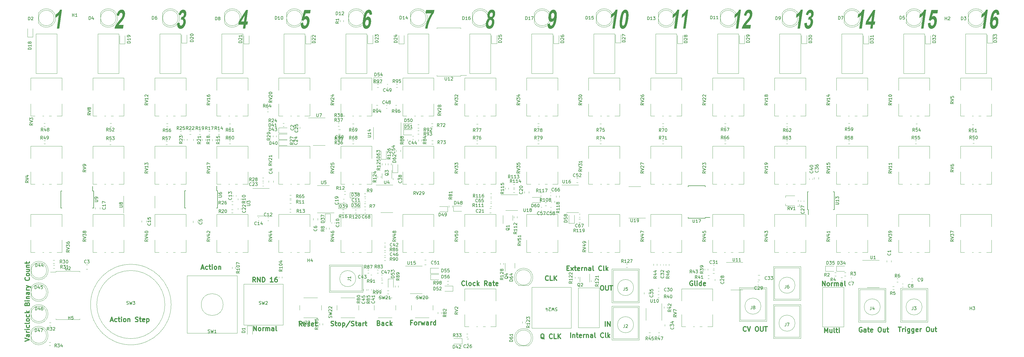
<source format=gbr>
%TF.GenerationSoftware,KiCad,Pcbnew,7.0.9*%
%TF.CreationDate,2024-01-01T10:09:09-06:00*%
%TF.ProjectId,SoundLab16StepSequencer,536f756e-644c-4616-9231-365374657053,rev?*%
%TF.SameCoordinates,Original*%
%TF.FileFunction,Legend,Top*%
%TF.FilePolarity,Positive*%
%FSLAX46Y46*%
G04 Gerber Fmt 4.6, Leading zero omitted, Abs format (unit mm)*
G04 Created by KiCad (PCBNEW 7.0.9) date 2024-01-01 10:09:09*
%MOMM*%
%LPD*%
G01*
G04 APERTURE LIST*
%ADD10C,0.300000*%
%ADD11C,0.150000*%
%ADD12C,0.120000*%
G04 APERTURE END LIST*
D10*
X252354510Y-185010828D02*
X252354510Y-183510828D01*
X253068796Y-185010828D02*
X253068796Y-183510828D01*
X253068796Y-183510828D02*
X253925939Y-185010828D01*
X253925939Y-185010828D02*
X253925939Y-183510828D01*
X92733082Y-183097257D02*
X93447368Y-183097257D01*
X92590225Y-183525828D02*
X93090225Y-182025828D01*
X93090225Y-182025828D02*
X93590225Y-183525828D01*
X94733082Y-183454400D02*
X94590224Y-183525828D01*
X94590224Y-183525828D02*
X94304510Y-183525828D01*
X94304510Y-183525828D02*
X94161653Y-183454400D01*
X94161653Y-183454400D02*
X94090224Y-183382971D01*
X94090224Y-183382971D02*
X94018796Y-183240114D01*
X94018796Y-183240114D02*
X94018796Y-182811542D01*
X94018796Y-182811542D02*
X94090224Y-182668685D01*
X94090224Y-182668685D02*
X94161653Y-182597257D01*
X94161653Y-182597257D02*
X94304510Y-182525828D01*
X94304510Y-182525828D02*
X94590224Y-182525828D01*
X94590224Y-182525828D02*
X94733082Y-182597257D01*
X95161653Y-182525828D02*
X95733081Y-182525828D01*
X95375938Y-182025828D02*
X95375938Y-183311542D01*
X95375938Y-183311542D02*
X95447367Y-183454400D01*
X95447367Y-183454400D02*
X95590224Y-183525828D01*
X95590224Y-183525828D02*
X95733081Y-183525828D01*
X96233081Y-183525828D02*
X96233081Y-182525828D01*
X96233081Y-182025828D02*
X96161653Y-182097257D01*
X96161653Y-182097257D02*
X96233081Y-182168685D01*
X96233081Y-182168685D02*
X96304510Y-182097257D01*
X96304510Y-182097257D02*
X96233081Y-182025828D01*
X96233081Y-182025828D02*
X96233081Y-182168685D01*
X97161653Y-183525828D02*
X97018796Y-183454400D01*
X97018796Y-183454400D02*
X96947367Y-183382971D01*
X96947367Y-183382971D02*
X96875939Y-183240114D01*
X96875939Y-183240114D02*
X96875939Y-182811542D01*
X96875939Y-182811542D02*
X96947367Y-182668685D01*
X96947367Y-182668685D02*
X97018796Y-182597257D01*
X97018796Y-182597257D02*
X97161653Y-182525828D01*
X97161653Y-182525828D02*
X97375939Y-182525828D01*
X97375939Y-182525828D02*
X97518796Y-182597257D01*
X97518796Y-182597257D02*
X97590225Y-182668685D01*
X97590225Y-182668685D02*
X97661653Y-182811542D01*
X97661653Y-182811542D02*
X97661653Y-183240114D01*
X97661653Y-183240114D02*
X97590225Y-183382971D01*
X97590225Y-183382971D02*
X97518796Y-183454400D01*
X97518796Y-183454400D02*
X97375939Y-183525828D01*
X97375939Y-183525828D02*
X97161653Y-183525828D01*
X98304510Y-182525828D02*
X98304510Y-183525828D01*
X98304510Y-182668685D02*
X98375939Y-182597257D01*
X98375939Y-182597257D02*
X98518796Y-182525828D01*
X98518796Y-182525828D02*
X98733082Y-182525828D01*
X98733082Y-182525828D02*
X98875939Y-182597257D01*
X98875939Y-182597257D02*
X98947368Y-182740114D01*
X98947368Y-182740114D02*
X98947368Y-183525828D01*
X100733082Y-183454400D02*
X100947368Y-183525828D01*
X100947368Y-183525828D02*
X101304510Y-183525828D01*
X101304510Y-183525828D02*
X101447368Y-183454400D01*
X101447368Y-183454400D02*
X101518796Y-183382971D01*
X101518796Y-183382971D02*
X101590225Y-183240114D01*
X101590225Y-183240114D02*
X101590225Y-183097257D01*
X101590225Y-183097257D02*
X101518796Y-182954400D01*
X101518796Y-182954400D02*
X101447368Y-182882971D01*
X101447368Y-182882971D02*
X101304510Y-182811542D01*
X101304510Y-182811542D02*
X101018796Y-182740114D01*
X101018796Y-182740114D02*
X100875939Y-182668685D01*
X100875939Y-182668685D02*
X100804510Y-182597257D01*
X100804510Y-182597257D02*
X100733082Y-182454400D01*
X100733082Y-182454400D02*
X100733082Y-182311542D01*
X100733082Y-182311542D02*
X100804510Y-182168685D01*
X100804510Y-182168685D02*
X100875939Y-182097257D01*
X100875939Y-182097257D02*
X101018796Y-182025828D01*
X101018796Y-182025828D02*
X101375939Y-182025828D01*
X101375939Y-182025828D02*
X101590225Y-182097257D01*
X102018796Y-182525828D02*
X102590224Y-182525828D01*
X102233081Y-182025828D02*
X102233081Y-183311542D01*
X102233081Y-183311542D02*
X102304510Y-183454400D01*
X102304510Y-183454400D02*
X102447367Y-183525828D01*
X102447367Y-183525828D02*
X102590224Y-183525828D01*
X103661653Y-183454400D02*
X103518796Y-183525828D01*
X103518796Y-183525828D02*
X103233082Y-183525828D01*
X103233082Y-183525828D02*
X103090224Y-183454400D01*
X103090224Y-183454400D02*
X103018796Y-183311542D01*
X103018796Y-183311542D02*
X103018796Y-182740114D01*
X103018796Y-182740114D02*
X103090224Y-182597257D01*
X103090224Y-182597257D02*
X103233082Y-182525828D01*
X103233082Y-182525828D02*
X103518796Y-182525828D01*
X103518796Y-182525828D02*
X103661653Y-182597257D01*
X103661653Y-182597257D02*
X103733082Y-182740114D01*
X103733082Y-182740114D02*
X103733082Y-182882971D01*
X103733082Y-182882971D02*
X103018796Y-183025828D01*
X104375938Y-182525828D02*
X104375938Y-184025828D01*
X104375938Y-182597257D02*
X104518796Y-182525828D01*
X104518796Y-182525828D02*
X104804510Y-182525828D01*
X104804510Y-182525828D02*
X104947367Y-182597257D01*
X104947367Y-182597257D02*
X105018796Y-182668685D01*
X105018796Y-182668685D02*
X105090224Y-182811542D01*
X105090224Y-182811542D02*
X105090224Y-183240114D01*
X105090224Y-183240114D02*
X105018796Y-183382971D01*
X105018796Y-183382971D02*
X104947367Y-183454400D01*
X104947367Y-183454400D02*
X104804510Y-183525828D01*
X104804510Y-183525828D02*
X104518796Y-183525828D01*
X104518796Y-183525828D02*
X104375938Y-183454400D01*
X179279510Y-183965114D02*
X179493796Y-184036542D01*
X179493796Y-184036542D02*
X179565225Y-184107971D01*
X179565225Y-184107971D02*
X179636653Y-184250828D01*
X179636653Y-184250828D02*
X179636653Y-184465114D01*
X179636653Y-184465114D02*
X179565225Y-184607971D01*
X179565225Y-184607971D02*
X179493796Y-184679400D01*
X179493796Y-184679400D02*
X179350939Y-184750828D01*
X179350939Y-184750828D02*
X178779510Y-184750828D01*
X178779510Y-184750828D02*
X178779510Y-183250828D01*
X178779510Y-183250828D02*
X179279510Y-183250828D01*
X179279510Y-183250828D02*
X179422368Y-183322257D01*
X179422368Y-183322257D02*
X179493796Y-183393685D01*
X179493796Y-183393685D02*
X179565225Y-183536542D01*
X179565225Y-183536542D02*
X179565225Y-183679400D01*
X179565225Y-183679400D02*
X179493796Y-183822257D01*
X179493796Y-183822257D02*
X179422368Y-183893685D01*
X179422368Y-183893685D02*
X179279510Y-183965114D01*
X179279510Y-183965114D02*
X178779510Y-183965114D01*
X180922368Y-184750828D02*
X180922368Y-183965114D01*
X180922368Y-183965114D02*
X180850939Y-183822257D01*
X180850939Y-183822257D02*
X180708082Y-183750828D01*
X180708082Y-183750828D02*
X180422368Y-183750828D01*
X180422368Y-183750828D02*
X180279510Y-183822257D01*
X180922368Y-184679400D02*
X180779510Y-184750828D01*
X180779510Y-184750828D02*
X180422368Y-184750828D01*
X180422368Y-184750828D02*
X180279510Y-184679400D01*
X180279510Y-184679400D02*
X180208082Y-184536542D01*
X180208082Y-184536542D02*
X180208082Y-184393685D01*
X180208082Y-184393685D02*
X180279510Y-184250828D01*
X180279510Y-184250828D02*
X180422368Y-184179400D01*
X180422368Y-184179400D02*
X180779510Y-184179400D01*
X180779510Y-184179400D02*
X180922368Y-184107971D01*
X182279511Y-184679400D02*
X182136653Y-184750828D01*
X182136653Y-184750828D02*
X181850939Y-184750828D01*
X181850939Y-184750828D02*
X181708082Y-184679400D01*
X181708082Y-184679400D02*
X181636653Y-184607971D01*
X181636653Y-184607971D02*
X181565225Y-184465114D01*
X181565225Y-184465114D02*
X181565225Y-184036542D01*
X181565225Y-184036542D02*
X181636653Y-183893685D01*
X181636653Y-183893685D02*
X181708082Y-183822257D01*
X181708082Y-183822257D02*
X181850939Y-183750828D01*
X181850939Y-183750828D02*
X182136653Y-183750828D01*
X182136653Y-183750828D02*
X182279511Y-183822257D01*
X182922367Y-184750828D02*
X182922367Y-183250828D01*
X183065225Y-184179400D02*
X183493796Y-184750828D01*
X183493796Y-183750828D02*
X182922367Y-184322257D01*
X240029510Y-166240114D02*
X240529510Y-166240114D01*
X240743796Y-167025828D02*
X240029510Y-167025828D01*
X240029510Y-167025828D02*
X240029510Y-165525828D01*
X240029510Y-165525828D02*
X240743796Y-165525828D01*
X241243796Y-167025828D02*
X242029511Y-166025828D01*
X241243796Y-166025828D02*
X242029511Y-167025828D01*
X242386654Y-166025828D02*
X242958082Y-166025828D01*
X242600939Y-165525828D02*
X242600939Y-166811542D01*
X242600939Y-166811542D02*
X242672368Y-166954400D01*
X242672368Y-166954400D02*
X242815225Y-167025828D01*
X242815225Y-167025828D02*
X242958082Y-167025828D01*
X244029511Y-166954400D02*
X243886654Y-167025828D01*
X243886654Y-167025828D02*
X243600940Y-167025828D01*
X243600940Y-167025828D02*
X243458082Y-166954400D01*
X243458082Y-166954400D02*
X243386654Y-166811542D01*
X243386654Y-166811542D02*
X243386654Y-166240114D01*
X243386654Y-166240114D02*
X243458082Y-166097257D01*
X243458082Y-166097257D02*
X243600940Y-166025828D01*
X243600940Y-166025828D02*
X243886654Y-166025828D01*
X243886654Y-166025828D02*
X244029511Y-166097257D01*
X244029511Y-166097257D02*
X244100940Y-166240114D01*
X244100940Y-166240114D02*
X244100940Y-166382971D01*
X244100940Y-166382971D02*
X243386654Y-166525828D01*
X244743796Y-167025828D02*
X244743796Y-166025828D01*
X244743796Y-166311542D02*
X244815225Y-166168685D01*
X244815225Y-166168685D02*
X244886654Y-166097257D01*
X244886654Y-166097257D02*
X245029511Y-166025828D01*
X245029511Y-166025828D02*
X245172368Y-166025828D01*
X245672367Y-166025828D02*
X245672367Y-167025828D01*
X245672367Y-166168685D02*
X245743796Y-166097257D01*
X245743796Y-166097257D02*
X245886653Y-166025828D01*
X245886653Y-166025828D02*
X246100939Y-166025828D01*
X246100939Y-166025828D02*
X246243796Y-166097257D01*
X246243796Y-166097257D02*
X246315225Y-166240114D01*
X246315225Y-166240114D02*
X246315225Y-167025828D01*
X247672368Y-167025828D02*
X247672368Y-166240114D01*
X247672368Y-166240114D02*
X247600939Y-166097257D01*
X247600939Y-166097257D02*
X247458082Y-166025828D01*
X247458082Y-166025828D02*
X247172368Y-166025828D01*
X247172368Y-166025828D02*
X247029510Y-166097257D01*
X247672368Y-166954400D02*
X247529510Y-167025828D01*
X247529510Y-167025828D02*
X247172368Y-167025828D01*
X247172368Y-167025828D02*
X247029510Y-166954400D01*
X247029510Y-166954400D02*
X246958082Y-166811542D01*
X246958082Y-166811542D02*
X246958082Y-166668685D01*
X246958082Y-166668685D02*
X247029510Y-166525828D01*
X247029510Y-166525828D02*
X247172368Y-166454400D01*
X247172368Y-166454400D02*
X247529510Y-166454400D01*
X247529510Y-166454400D02*
X247672368Y-166382971D01*
X248600939Y-167025828D02*
X248458082Y-166954400D01*
X248458082Y-166954400D02*
X248386653Y-166811542D01*
X248386653Y-166811542D02*
X248386653Y-165525828D01*
X251172367Y-166882971D02*
X251100939Y-166954400D01*
X251100939Y-166954400D02*
X250886653Y-167025828D01*
X250886653Y-167025828D02*
X250743796Y-167025828D01*
X250743796Y-167025828D02*
X250529510Y-166954400D01*
X250529510Y-166954400D02*
X250386653Y-166811542D01*
X250386653Y-166811542D02*
X250315224Y-166668685D01*
X250315224Y-166668685D02*
X250243796Y-166382971D01*
X250243796Y-166382971D02*
X250243796Y-166168685D01*
X250243796Y-166168685D02*
X250315224Y-165882971D01*
X250315224Y-165882971D02*
X250386653Y-165740114D01*
X250386653Y-165740114D02*
X250529510Y-165597257D01*
X250529510Y-165597257D02*
X250743796Y-165525828D01*
X250743796Y-165525828D02*
X250886653Y-165525828D01*
X250886653Y-165525828D02*
X251100939Y-165597257D01*
X251100939Y-165597257D02*
X251172367Y-165668685D01*
X252029510Y-167025828D02*
X251886653Y-166954400D01*
X251886653Y-166954400D02*
X251815224Y-166811542D01*
X251815224Y-166811542D02*
X251815224Y-165525828D01*
X252600938Y-167025828D02*
X252600938Y-165525828D01*
X252743796Y-166454400D02*
X253172367Y-167025828D01*
X253172367Y-166025828D02*
X252600938Y-166597257D01*
X65050828Y-189859774D02*
X66550828Y-189359774D01*
X66550828Y-189359774D02*
X65050828Y-188859774D01*
X66550828Y-187716918D02*
X65765114Y-187716918D01*
X65765114Y-187716918D02*
X65622257Y-187788346D01*
X65622257Y-187788346D02*
X65550828Y-187931203D01*
X65550828Y-187931203D02*
X65550828Y-188216918D01*
X65550828Y-188216918D02*
X65622257Y-188359775D01*
X66479400Y-187716918D02*
X66550828Y-187859775D01*
X66550828Y-187859775D02*
X66550828Y-188216918D01*
X66550828Y-188216918D02*
X66479400Y-188359775D01*
X66479400Y-188359775D02*
X66336542Y-188431203D01*
X66336542Y-188431203D02*
X66193685Y-188431203D01*
X66193685Y-188431203D02*
X66050828Y-188359775D01*
X66050828Y-188359775D02*
X65979400Y-188216918D01*
X65979400Y-188216918D02*
X65979400Y-187859775D01*
X65979400Y-187859775D02*
X65907971Y-187716918D01*
X66550828Y-187002632D02*
X65550828Y-187002632D01*
X65836542Y-187002632D02*
X65693685Y-186931203D01*
X65693685Y-186931203D02*
X65622257Y-186859775D01*
X65622257Y-186859775D02*
X65550828Y-186716917D01*
X65550828Y-186716917D02*
X65550828Y-186574060D01*
X66550828Y-186074061D02*
X65550828Y-186074061D01*
X65050828Y-186074061D02*
X65122257Y-186145489D01*
X65122257Y-186145489D02*
X65193685Y-186074061D01*
X65193685Y-186074061D02*
X65122257Y-186002632D01*
X65122257Y-186002632D02*
X65050828Y-186074061D01*
X65050828Y-186074061D02*
X65193685Y-186074061D01*
X66479400Y-184716918D02*
X66550828Y-184859775D01*
X66550828Y-184859775D02*
X66550828Y-185145489D01*
X66550828Y-185145489D02*
X66479400Y-185288346D01*
X66479400Y-185288346D02*
X66407971Y-185359775D01*
X66407971Y-185359775D02*
X66265114Y-185431203D01*
X66265114Y-185431203D02*
X65836542Y-185431203D01*
X65836542Y-185431203D02*
X65693685Y-185359775D01*
X65693685Y-185359775D02*
X65622257Y-185288346D01*
X65622257Y-185288346D02*
X65550828Y-185145489D01*
X65550828Y-185145489D02*
X65550828Y-184859775D01*
X65550828Y-184859775D02*
X65622257Y-184716918D01*
X66550828Y-183859775D02*
X66479400Y-184002632D01*
X66479400Y-184002632D02*
X66336542Y-184074061D01*
X66336542Y-184074061D02*
X65050828Y-184074061D01*
X66550828Y-183074061D02*
X66479400Y-183216918D01*
X66479400Y-183216918D02*
X66407971Y-183288347D01*
X66407971Y-183288347D02*
X66265114Y-183359775D01*
X66265114Y-183359775D02*
X65836542Y-183359775D01*
X65836542Y-183359775D02*
X65693685Y-183288347D01*
X65693685Y-183288347D02*
X65622257Y-183216918D01*
X65622257Y-183216918D02*
X65550828Y-183074061D01*
X65550828Y-183074061D02*
X65550828Y-182859775D01*
X65550828Y-182859775D02*
X65622257Y-182716918D01*
X65622257Y-182716918D02*
X65693685Y-182645490D01*
X65693685Y-182645490D02*
X65836542Y-182574061D01*
X65836542Y-182574061D02*
X66265114Y-182574061D01*
X66265114Y-182574061D02*
X66407971Y-182645490D01*
X66407971Y-182645490D02*
X66479400Y-182716918D01*
X66479400Y-182716918D02*
X66550828Y-182859775D01*
X66550828Y-182859775D02*
X66550828Y-183074061D01*
X66479400Y-181288347D02*
X66550828Y-181431204D01*
X66550828Y-181431204D02*
X66550828Y-181716918D01*
X66550828Y-181716918D02*
X66479400Y-181859775D01*
X66479400Y-181859775D02*
X66407971Y-181931204D01*
X66407971Y-181931204D02*
X66265114Y-182002632D01*
X66265114Y-182002632D02*
X65836542Y-182002632D01*
X65836542Y-182002632D02*
X65693685Y-181931204D01*
X65693685Y-181931204D02*
X65622257Y-181859775D01*
X65622257Y-181859775D02*
X65550828Y-181716918D01*
X65550828Y-181716918D02*
X65550828Y-181431204D01*
X65550828Y-181431204D02*
X65622257Y-181288347D01*
X66550828Y-180645490D02*
X65050828Y-180645490D01*
X65979400Y-180502633D02*
X66550828Y-180074061D01*
X65550828Y-180074061D02*
X66122257Y-180645490D01*
X65765114Y-177788347D02*
X65836542Y-177574061D01*
X65836542Y-177574061D02*
X65907971Y-177502632D01*
X65907971Y-177502632D02*
X66050828Y-177431204D01*
X66050828Y-177431204D02*
X66265114Y-177431204D01*
X66265114Y-177431204D02*
X66407971Y-177502632D01*
X66407971Y-177502632D02*
X66479400Y-177574061D01*
X66479400Y-177574061D02*
X66550828Y-177716918D01*
X66550828Y-177716918D02*
X66550828Y-178288347D01*
X66550828Y-178288347D02*
X65050828Y-178288347D01*
X65050828Y-178288347D02*
X65050828Y-177788347D01*
X65050828Y-177788347D02*
X65122257Y-177645490D01*
X65122257Y-177645490D02*
X65193685Y-177574061D01*
X65193685Y-177574061D02*
X65336542Y-177502632D01*
X65336542Y-177502632D02*
X65479400Y-177502632D01*
X65479400Y-177502632D02*
X65622257Y-177574061D01*
X65622257Y-177574061D02*
X65693685Y-177645490D01*
X65693685Y-177645490D02*
X65765114Y-177788347D01*
X65765114Y-177788347D02*
X65765114Y-178288347D01*
X66550828Y-176788347D02*
X65550828Y-176788347D01*
X65050828Y-176788347D02*
X65122257Y-176859775D01*
X65122257Y-176859775D02*
X65193685Y-176788347D01*
X65193685Y-176788347D02*
X65122257Y-176716918D01*
X65122257Y-176716918D02*
X65050828Y-176788347D01*
X65050828Y-176788347D02*
X65193685Y-176788347D01*
X65550828Y-176074061D02*
X66550828Y-176074061D01*
X65693685Y-176074061D02*
X65622257Y-176002632D01*
X65622257Y-176002632D02*
X65550828Y-175859775D01*
X65550828Y-175859775D02*
X65550828Y-175645489D01*
X65550828Y-175645489D02*
X65622257Y-175502632D01*
X65622257Y-175502632D02*
X65765114Y-175431204D01*
X65765114Y-175431204D02*
X66550828Y-175431204D01*
X66550828Y-174074061D02*
X65765114Y-174074061D01*
X65765114Y-174074061D02*
X65622257Y-174145489D01*
X65622257Y-174145489D02*
X65550828Y-174288346D01*
X65550828Y-174288346D02*
X65550828Y-174574061D01*
X65550828Y-174574061D02*
X65622257Y-174716918D01*
X66479400Y-174074061D02*
X66550828Y-174216918D01*
X66550828Y-174216918D02*
X66550828Y-174574061D01*
X66550828Y-174574061D02*
X66479400Y-174716918D01*
X66479400Y-174716918D02*
X66336542Y-174788346D01*
X66336542Y-174788346D02*
X66193685Y-174788346D01*
X66193685Y-174788346D02*
X66050828Y-174716918D01*
X66050828Y-174716918D02*
X65979400Y-174574061D01*
X65979400Y-174574061D02*
X65979400Y-174216918D01*
X65979400Y-174216918D02*
X65907971Y-174074061D01*
X66550828Y-173359775D02*
X65550828Y-173359775D01*
X65836542Y-173359775D02*
X65693685Y-173288346D01*
X65693685Y-173288346D02*
X65622257Y-173216918D01*
X65622257Y-173216918D02*
X65550828Y-173074060D01*
X65550828Y-173074060D02*
X65550828Y-172931203D01*
X65550828Y-172574061D02*
X66550828Y-172216918D01*
X65550828Y-171859775D02*
X66550828Y-172216918D01*
X66550828Y-172216918D02*
X66907971Y-172359775D01*
X66907971Y-172359775D02*
X66979400Y-172431204D01*
X66979400Y-172431204D02*
X67050828Y-172574061D01*
X66407971Y-169288347D02*
X66479400Y-169359775D01*
X66479400Y-169359775D02*
X66550828Y-169574061D01*
X66550828Y-169574061D02*
X66550828Y-169716918D01*
X66550828Y-169716918D02*
X66479400Y-169931204D01*
X66479400Y-169931204D02*
X66336542Y-170074061D01*
X66336542Y-170074061D02*
X66193685Y-170145490D01*
X66193685Y-170145490D02*
X65907971Y-170216918D01*
X65907971Y-170216918D02*
X65693685Y-170216918D01*
X65693685Y-170216918D02*
X65407971Y-170145490D01*
X65407971Y-170145490D02*
X65265114Y-170074061D01*
X65265114Y-170074061D02*
X65122257Y-169931204D01*
X65122257Y-169931204D02*
X65050828Y-169716918D01*
X65050828Y-169716918D02*
X65050828Y-169574061D01*
X65050828Y-169574061D02*
X65122257Y-169359775D01*
X65122257Y-169359775D02*
X65193685Y-169288347D01*
X66550828Y-168431204D02*
X66479400Y-168574061D01*
X66479400Y-168574061D02*
X66407971Y-168645490D01*
X66407971Y-168645490D02*
X66265114Y-168716918D01*
X66265114Y-168716918D02*
X65836542Y-168716918D01*
X65836542Y-168716918D02*
X65693685Y-168645490D01*
X65693685Y-168645490D02*
X65622257Y-168574061D01*
X65622257Y-168574061D02*
X65550828Y-168431204D01*
X65550828Y-168431204D02*
X65550828Y-168216918D01*
X65550828Y-168216918D02*
X65622257Y-168074061D01*
X65622257Y-168074061D02*
X65693685Y-168002633D01*
X65693685Y-168002633D02*
X65836542Y-167931204D01*
X65836542Y-167931204D02*
X66265114Y-167931204D01*
X66265114Y-167931204D02*
X66407971Y-168002633D01*
X66407971Y-168002633D02*
X66479400Y-168074061D01*
X66479400Y-168074061D02*
X66550828Y-168216918D01*
X66550828Y-168216918D02*
X66550828Y-168431204D01*
X65550828Y-166645490D02*
X66550828Y-166645490D01*
X65550828Y-167288347D02*
X66336542Y-167288347D01*
X66336542Y-167288347D02*
X66479400Y-167216918D01*
X66479400Y-167216918D02*
X66550828Y-167074061D01*
X66550828Y-167074061D02*
X66550828Y-166859775D01*
X66550828Y-166859775D02*
X66479400Y-166716918D01*
X66479400Y-166716918D02*
X66407971Y-166645490D01*
X65550828Y-165931204D02*
X66550828Y-165931204D01*
X65693685Y-165931204D02*
X65622257Y-165859775D01*
X65622257Y-165859775D02*
X65550828Y-165716918D01*
X65550828Y-165716918D02*
X65550828Y-165502632D01*
X65550828Y-165502632D02*
X65622257Y-165359775D01*
X65622257Y-165359775D02*
X65765114Y-165288347D01*
X65765114Y-165288347D02*
X66550828Y-165288347D01*
X65550828Y-164788346D02*
X65550828Y-164216918D01*
X65050828Y-164574061D02*
X66336542Y-164574061D01*
X66336542Y-164574061D02*
X66479400Y-164502632D01*
X66479400Y-164502632D02*
X66550828Y-164359775D01*
X66550828Y-164359775D02*
X66550828Y-164216918D01*
X163858082Y-184804400D02*
X164072368Y-184875828D01*
X164072368Y-184875828D02*
X164429510Y-184875828D01*
X164429510Y-184875828D02*
X164572368Y-184804400D01*
X164572368Y-184804400D02*
X164643796Y-184732971D01*
X164643796Y-184732971D02*
X164715225Y-184590114D01*
X164715225Y-184590114D02*
X164715225Y-184447257D01*
X164715225Y-184447257D02*
X164643796Y-184304400D01*
X164643796Y-184304400D02*
X164572368Y-184232971D01*
X164572368Y-184232971D02*
X164429510Y-184161542D01*
X164429510Y-184161542D02*
X164143796Y-184090114D01*
X164143796Y-184090114D02*
X164000939Y-184018685D01*
X164000939Y-184018685D02*
X163929510Y-183947257D01*
X163929510Y-183947257D02*
X163858082Y-183804400D01*
X163858082Y-183804400D02*
X163858082Y-183661542D01*
X163858082Y-183661542D02*
X163929510Y-183518685D01*
X163929510Y-183518685D02*
X164000939Y-183447257D01*
X164000939Y-183447257D02*
X164143796Y-183375828D01*
X164143796Y-183375828D02*
X164500939Y-183375828D01*
X164500939Y-183375828D02*
X164715225Y-183447257D01*
X165143796Y-183875828D02*
X165715224Y-183875828D01*
X165358081Y-183375828D02*
X165358081Y-184661542D01*
X165358081Y-184661542D02*
X165429510Y-184804400D01*
X165429510Y-184804400D02*
X165572367Y-184875828D01*
X165572367Y-184875828D02*
X165715224Y-184875828D01*
X166429510Y-184875828D02*
X166286653Y-184804400D01*
X166286653Y-184804400D02*
X166215224Y-184732971D01*
X166215224Y-184732971D02*
X166143796Y-184590114D01*
X166143796Y-184590114D02*
X166143796Y-184161542D01*
X166143796Y-184161542D02*
X166215224Y-184018685D01*
X166215224Y-184018685D02*
X166286653Y-183947257D01*
X166286653Y-183947257D02*
X166429510Y-183875828D01*
X166429510Y-183875828D02*
X166643796Y-183875828D01*
X166643796Y-183875828D02*
X166786653Y-183947257D01*
X166786653Y-183947257D02*
X166858082Y-184018685D01*
X166858082Y-184018685D02*
X166929510Y-184161542D01*
X166929510Y-184161542D02*
X166929510Y-184590114D01*
X166929510Y-184590114D02*
X166858082Y-184732971D01*
X166858082Y-184732971D02*
X166786653Y-184804400D01*
X166786653Y-184804400D02*
X166643796Y-184875828D01*
X166643796Y-184875828D02*
X166429510Y-184875828D01*
X167572367Y-183875828D02*
X167572367Y-185375828D01*
X167572367Y-183947257D02*
X167715225Y-183875828D01*
X167715225Y-183875828D02*
X168000939Y-183875828D01*
X168000939Y-183875828D02*
X168143796Y-183947257D01*
X168143796Y-183947257D02*
X168215225Y-184018685D01*
X168215225Y-184018685D02*
X168286653Y-184161542D01*
X168286653Y-184161542D02*
X168286653Y-184590114D01*
X168286653Y-184590114D02*
X168215225Y-184732971D01*
X168215225Y-184732971D02*
X168143796Y-184804400D01*
X168143796Y-184804400D02*
X168000939Y-184875828D01*
X168000939Y-184875828D02*
X167715225Y-184875828D01*
X167715225Y-184875828D02*
X167572367Y-184804400D01*
X170000939Y-183304400D02*
X168715225Y-185232971D01*
X170429511Y-184804400D02*
X170643797Y-184875828D01*
X170643797Y-184875828D02*
X171000939Y-184875828D01*
X171000939Y-184875828D02*
X171143797Y-184804400D01*
X171143797Y-184804400D02*
X171215225Y-184732971D01*
X171215225Y-184732971D02*
X171286654Y-184590114D01*
X171286654Y-184590114D02*
X171286654Y-184447257D01*
X171286654Y-184447257D02*
X171215225Y-184304400D01*
X171215225Y-184304400D02*
X171143797Y-184232971D01*
X171143797Y-184232971D02*
X171000939Y-184161542D01*
X171000939Y-184161542D02*
X170715225Y-184090114D01*
X170715225Y-184090114D02*
X170572368Y-184018685D01*
X170572368Y-184018685D02*
X170500939Y-183947257D01*
X170500939Y-183947257D02*
X170429511Y-183804400D01*
X170429511Y-183804400D02*
X170429511Y-183661542D01*
X170429511Y-183661542D02*
X170500939Y-183518685D01*
X170500939Y-183518685D02*
X170572368Y-183447257D01*
X170572368Y-183447257D02*
X170715225Y-183375828D01*
X170715225Y-183375828D02*
X171072368Y-183375828D01*
X171072368Y-183375828D02*
X171286654Y-183447257D01*
X171715225Y-183875828D02*
X172286653Y-183875828D01*
X171929510Y-183375828D02*
X171929510Y-184661542D01*
X171929510Y-184661542D02*
X172000939Y-184804400D01*
X172000939Y-184804400D02*
X172143796Y-184875828D01*
X172143796Y-184875828D02*
X172286653Y-184875828D01*
X173429511Y-184875828D02*
X173429511Y-184090114D01*
X173429511Y-184090114D02*
X173358082Y-183947257D01*
X173358082Y-183947257D02*
X173215225Y-183875828D01*
X173215225Y-183875828D02*
X172929511Y-183875828D01*
X172929511Y-183875828D02*
X172786653Y-183947257D01*
X173429511Y-184804400D02*
X173286653Y-184875828D01*
X173286653Y-184875828D02*
X172929511Y-184875828D01*
X172929511Y-184875828D02*
X172786653Y-184804400D01*
X172786653Y-184804400D02*
X172715225Y-184661542D01*
X172715225Y-184661542D02*
X172715225Y-184518685D01*
X172715225Y-184518685D02*
X172786653Y-184375828D01*
X172786653Y-184375828D02*
X172929511Y-184304400D01*
X172929511Y-184304400D02*
X173286653Y-184304400D01*
X173286653Y-184304400D02*
X173429511Y-184232971D01*
X174143796Y-184875828D02*
X174143796Y-183875828D01*
X174143796Y-184161542D02*
X174215225Y-184018685D01*
X174215225Y-184018685D02*
X174286654Y-183947257D01*
X174286654Y-183947257D02*
X174429511Y-183875828D01*
X174429511Y-183875828D02*
X174572368Y-183875828D01*
X174858082Y-183875828D02*
X175429510Y-183875828D01*
X175072367Y-183375828D02*
X175072367Y-184661542D01*
X175072367Y-184661542D02*
X175143796Y-184804400D01*
X175143796Y-184804400D02*
X175286653Y-184875828D01*
X175286653Y-184875828D02*
X175429510Y-184875828D01*
X323129510Y-187075828D02*
X323129510Y-185575828D01*
X323129510Y-185575828D02*
X323629510Y-186647257D01*
X323629510Y-186647257D02*
X324129510Y-185575828D01*
X324129510Y-185575828D02*
X324129510Y-187075828D01*
X325486654Y-186075828D02*
X325486654Y-187075828D01*
X324843796Y-186075828D02*
X324843796Y-186861542D01*
X324843796Y-186861542D02*
X324915225Y-187004400D01*
X324915225Y-187004400D02*
X325058082Y-187075828D01*
X325058082Y-187075828D02*
X325272368Y-187075828D01*
X325272368Y-187075828D02*
X325415225Y-187004400D01*
X325415225Y-187004400D02*
X325486654Y-186932971D01*
X326415225Y-187075828D02*
X326272368Y-187004400D01*
X326272368Y-187004400D02*
X326200939Y-186861542D01*
X326200939Y-186861542D02*
X326200939Y-185575828D01*
X326772368Y-186075828D02*
X327343796Y-186075828D01*
X326986653Y-185575828D02*
X326986653Y-186861542D01*
X326986653Y-186861542D02*
X327058082Y-187004400D01*
X327058082Y-187004400D02*
X327200939Y-187075828D01*
X327200939Y-187075828D02*
X327343796Y-187075828D01*
X327843796Y-187075828D02*
X327843796Y-186075828D01*
X327843796Y-185575828D02*
X327772368Y-185647257D01*
X327772368Y-185647257D02*
X327843796Y-185718685D01*
X327843796Y-185718685D02*
X327915225Y-185647257D01*
X327915225Y-185647257D02*
X327843796Y-185575828D01*
X327843796Y-185575828D02*
X327843796Y-185718685D01*
X346965225Y-185250828D02*
X347822368Y-185250828D01*
X347393796Y-186750828D02*
X347393796Y-185250828D01*
X348322367Y-186750828D02*
X348322367Y-185750828D01*
X348322367Y-186036542D02*
X348393796Y-185893685D01*
X348393796Y-185893685D02*
X348465225Y-185822257D01*
X348465225Y-185822257D02*
X348608082Y-185750828D01*
X348608082Y-185750828D02*
X348750939Y-185750828D01*
X349250938Y-186750828D02*
X349250938Y-185750828D01*
X349250938Y-185250828D02*
X349179510Y-185322257D01*
X349179510Y-185322257D02*
X349250938Y-185393685D01*
X349250938Y-185393685D02*
X349322367Y-185322257D01*
X349322367Y-185322257D02*
X349250938Y-185250828D01*
X349250938Y-185250828D02*
X349250938Y-185393685D01*
X350608082Y-185750828D02*
X350608082Y-186965114D01*
X350608082Y-186965114D02*
X350536653Y-187107971D01*
X350536653Y-187107971D02*
X350465224Y-187179400D01*
X350465224Y-187179400D02*
X350322367Y-187250828D01*
X350322367Y-187250828D02*
X350108082Y-187250828D01*
X350108082Y-187250828D02*
X349965224Y-187179400D01*
X350608082Y-186679400D02*
X350465224Y-186750828D01*
X350465224Y-186750828D02*
X350179510Y-186750828D01*
X350179510Y-186750828D02*
X350036653Y-186679400D01*
X350036653Y-186679400D02*
X349965224Y-186607971D01*
X349965224Y-186607971D02*
X349893796Y-186465114D01*
X349893796Y-186465114D02*
X349893796Y-186036542D01*
X349893796Y-186036542D02*
X349965224Y-185893685D01*
X349965224Y-185893685D02*
X350036653Y-185822257D01*
X350036653Y-185822257D02*
X350179510Y-185750828D01*
X350179510Y-185750828D02*
X350465224Y-185750828D01*
X350465224Y-185750828D02*
X350608082Y-185822257D01*
X351965225Y-185750828D02*
X351965225Y-186965114D01*
X351965225Y-186965114D02*
X351893796Y-187107971D01*
X351893796Y-187107971D02*
X351822367Y-187179400D01*
X351822367Y-187179400D02*
X351679510Y-187250828D01*
X351679510Y-187250828D02*
X351465225Y-187250828D01*
X351465225Y-187250828D02*
X351322367Y-187179400D01*
X351965225Y-186679400D02*
X351822367Y-186750828D01*
X351822367Y-186750828D02*
X351536653Y-186750828D01*
X351536653Y-186750828D02*
X351393796Y-186679400D01*
X351393796Y-186679400D02*
X351322367Y-186607971D01*
X351322367Y-186607971D02*
X351250939Y-186465114D01*
X351250939Y-186465114D02*
X351250939Y-186036542D01*
X351250939Y-186036542D02*
X351322367Y-185893685D01*
X351322367Y-185893685D02*
X351393796Y-185822257D01*
X351393796Y-185822257D02*
X351536653Y-185750828D01*
X351536653Y-185750828D02*
X351822367Y-185750828D01*
X351822367Y-185750828D02*
X351965225Y-185822257D01*
X353250939Y-186679400D02*
X353108082Y-186750828D01*
X353108082Y-186750828D02*
X352822368Y-186750828D01*
X352822368Y-186750828D02*
X352679510Y-186679400D01*
X352679510Y-186679400D02*
X352608082Y-186536542D01*
X352608082Y-186536542D02*
X352608082Y-185965114D01*
X352608082Y-185965114D02*
X352679510Y-185822257D01*
X352679510Y-185822257D02*
X352822368Y-185750828D01*
X352822368Y-185750828D02*
X353108082Y-185750828D01*
X353108082Y-185750828D02*
X353250939Y-185822257D01*
X353250939Y-185822257D02*
X353322368Y-185965114D01*
X353322368Y-185965114D02*
X353322368Y-186107971D01*
X353322368Y-186107971D02*
X352608082Y-186250828D01*
X353965224Y-186750828D02*
X353965224Y-185750828D01*
X353965224Y-186036542D02*
X354036653Y-185893685D01*
X354036653Y-185893685D02*
X354108082Y-185822257D01*
X354108082Y-185822257D02*
X354250939Y-185750828D01*
X354250939Y-185750828D02*
X354393796Y-185750828D01*
X356322367Y-185250828D02*
X356608081Y-185250828D01*
X356608081Y-185250828D02*
X356750938Y-185322257D01*
X356750938Y-185322257D02*
X356893795Y-185465114D01*
X356893795Y-185465114D02*
X356965224Y-185750828D01*
X356965224Y-185750828D02*
X356965224Y-186250828D01*
X356965224Y-186250828D02*
X356893795Y-186536542D01*
X356893795Y-186536542D02*
X356750938Y-186679400D01*
X356750938Y-186679400D02*
X356608081Y-186750828D01*
X356608081Y-186750828D02*
X356322367Y-186750828D01*
X356322367Y-186750828D02*
X356179510Y-186679400D01*
X356179510Y-186679400D02*
X356036652Y-186536542D01*
X356036652Y-186536542D02*
X355965224Y-186250828D01*
X355965224Y-186250828D02*
X355965224Y-185750828D01*
X355965224Y-185750828D02*
X356036652Y-185465114D01*
X356036652Y-185465114D02*
X356179510Y-185322257D01*
X356179510Y-185322257D02*
X356322367Y-185250828D01*
X358250939Y-185750828D02*
X358250939Y-186750828D01*
X357608081Y-185750828D02*
X357608081Y-186536542D01*
X357608081Y-186536542D02*
X357679510Y-186679400D01*
X357679510Y-186679400D02*
X357822367Y-186750828D01*
X357822367Y-186750828D02*
X358036653Y-186750828D01*
X358036653Y-186750828D02*
X358179510Y-186679400D01*
X358179510Y-186679400D02*
X358250939Y-186607971D01*
X358750939Y-185750828D02*
X359322367Y-185750828D01*
X358965224Y-185250828D02*
X358965224Y-186536542D01*
X358965224Y-186536542D02*
X359036653Y-186679400D01*
X359036653Y-186679400D02*
X359179510Y-186750828D01*
X359179510Y-186750828D02*
X359322367Y-186750828D01*
X206961653Y-171732971D02*
X206890225Y-171804400D01*
X206890225Y-171804400D02*
X206675939Y-171875828D01*
X206675939Y-171875828D02*
X206533082Y-171875828D01*
X206533082Y-171875828D02*
X206318796Y-171804400D01*
X206318796Y-171804400D02*
X206175939Y-171661542D01*
X206175939Y-171661542D02*
X206104510Y-171518685D01*
X206104510Y-171518685D02*
X206033082Y-171232971D01*
X206033082Y-171232971D02*
X206033082Y-171018685D01*
X206033082Y-171018685D02*
X206104510Y-170732971D01*
X206104510Y-170732971D02*
X206175939Y-170590114D01*
X206175939Y-170590114D02*
X206318796Y-170447257D01*
X206318796Y-170447257D02*
X206533082Y-170375828D01*
X206533082Y-170375828D02*
X206675939Y-170375828D01*
X206675939Y-170375828D02*
X206890225Y-170447257D01*
X206890225Y-170447257D02*
X206961653Y-170518685D01*
X207818796Y-171875828D02*
X207675939Y-171804400D01*
X207675939Y-171804400D02*
X207604510Y-171661542D01*
X207604510Y-171661542D02*
X207604510Y-170375828D01*
X208604510Y-171875828D02*
X208461653Y-171804400D01*
X208461653Y-171804400D02*
X208390224Y-171732971D01*
X208390224Y-171732971D02*
X208318796Y-171590114D01*
X208318796Y-171590114D02*
X208318796Y-171161542D01*
X208318796Y-171161542D02*
X208390224Y-171018685D01*
X208390224Y-171018685D02*
X208461653Y-170947257D01*
X208461653Y-170947257D02*
X208604510Y-170875828D01*
X208604510Y-170875828D02*
X208818796Y-170875828D01*
X208818796Y-170875828D02*
X208961653Y-170947257D01*
X208961653Y-170947257D02*
X209033082Y-171018685D01*
X209033082Y-171018685D02*
X209104510Y-171161542D01*
X209104510Y-171161542D02*
X209104510Y-171590114D01*
X209104510Y-171590114D02*
X209033082Y-171732971D01*
X209033082Y-171732971D02*
X208961653Y-171804400D01*
X208961653Y-171804400D02*
X208818796Y-171875828D01*
X208818796Y-171875828D02*
X208604510Y-171875828D01*
X210390225Y-171804400D02*
X210247367Y-171875828D01*
X210247367Y-171875828D02*
X209961653Y-171875828D01*
X209961653Y-171875828D02*
X209818796Y-171804400D01*
X209818796Y-171804400D02*
X209747367Y-171732971D01*
X209747367Y-171732971D02*
X209675939Y-171590114D01*
X209675939Y-171590114D02*
X209675939Y-171161542D01*
X209675939Y-171161542D02*
X209747367Y-171018685D01*
X209747367Y-171018685D02*
X209818796Y-170947257D01*
X209818796Y-170947257D02*
X209961653Y-170875828D01*
X209961653Y-170875828D02*
X210247367Y-170875828D01*
X210247367Y-170875828D02*
X210390225Y-170947257D01*
X211033081Y-171875828D02*
X211033081Y-170375828D01*
X211175939Y-171304400D02*
X211604510Y-171875828D01*
X211604510Y-170875828D02*
X211033081Y-171447257D01*
X214247367Y-171875828D02*
X213747367Y-171161542D01*
X213390224Y-171875828D02*
X213390224Y-170375828D01*
X213390224Y-170375828D02*
X213961653Y-170375828D01*
X213961653Y-170375828D02*
X214104510Y-170447257D01*
X214104510Y-170447257D02*
X214175939Y-170518685D01*
X214175939Y-170518685D02*
X214247367Y-170661542D01*
X214247367Y-170661542D02*
X214247367Y-170875828D01*
X214247367Y-170875828D02*
X214175939Y-171018685D01*
X214175939Y-171018685D02*
X214104510Y-171090114D01*
X214104510Y-171090114D02*
X213961653Y-171161542D01*
X213961653Y-171161542D02*
X213390224Y-171161542D01*
X215533082Y-171875828D02*
X215533082Y-171090114D01*
X215533082Y-171090114D02*
X215461653Y-170947257D01*
X215461653Y-170947257D02*
X215318796Y-170875828D01*
X215318796Y-170875828D02*
X215033082Y-170875828D01*
X215033082Y-170875828D02*
X214890224Y-170947257D01*
X215533082Y-171804400D02*
X215390224Y-171875828D01*
X215390224Y-171875828D02*
X215033082Y-171875828D01*
X215033082Y-171875828D02*
X214890224Y-171804400D01*
X214890224Y-171804400D02*
X214818796Y-171661542D01*
X214818796Y-171661542D02*
X214818796Y-171518685D01*
X214818796Y-171518685D02*
X214890224Y-171375828D01*
X214890224Y-171375828D02*
X215033082Y-171304400D01*
X215033082Y-171304400D02*
X215390224Y-171304400D01*
X215390224Y-171304400D02*
X215533082Y-171232971D01*
X216033082Y-170875828D02*
X216604510Y-170875828D01*
X216247367Y-170375828D02*
X216247367Y-171661542D01*
X216247367Y-171661542D02*
X216318796Y-171804400D01*
X216318796Y-171804400D02*
X216461653Y-171875828D01*
X216461653Y-171875828D02*
X216604510Y-171875828D01*
X217675939Y-171804400D02*
X217533082Y-171875828D01*
X217533082Y-171875828D02*
X217247368Y-171875828D01*
X217247368Y-171875828D02*
X217104510Y-171804400D01*
X217104510Y-171804400D02*
X217033082Y-171661542D01*
X217033082Y-171661542D02*
X217033082Y-171090114D01*
X217033082Y-171090114D02*
X217104510Y-170947257D01*
X217104510Y-170947257D02*
X217247368Y-170875828D01*
X217247368Y-170875828D02*
X217533082Y-170875828D01*
X217533082Y-170875828D02*
X217675939Y-170947257D01*
X217675939Y-170947257D02*
X217747368Y-171090114D01*
X217747368Y-171090114D02*
X217747368Y-171232971D01*
X217747368Y-171232971D02*
X217033082Y-171375828D01*
X154461653Y-184950828D02*
X153961653Y-184236542D01*
X153604510Y-184950828D02*
X153604510Y-183450828D01*
X153604510Y-183450828D02*
X154175939Y-183450828D01*
X154175939Y-183450828D02*
X154318796Y-183522257D01*
X154318796Y-183522257D02*
X154390225Y-183593685D01*
X154390225Y-183593685D02*
X154461653Y-183736542D01*
X154461653Y-183736542D02*
X154461653Y-183950828D01*
X154461653Y-183950828D02*
X154390225Y-184093685D01*
X154390225Y-184093685D02*
X154318796Y-184165114D01*
X154318796Y-184165114D02*
X154175939Y-184236542D01*
X154175939Y-184236542D02*
X153604510Y-184236542D01*
X155675939Y-184879400D02*
X155533082Y-184950828D01*
X155533082Y-184950828D02*
X155247368Y-184950828D01*
X155247368Y-184950828D02*
X155104510Y-184879400D01*
X155104510Y-184879400D02*
X155033082Y-184736542D01*
X155033082Y-184736542D02*
X155033082Y-184165114D01*
X155033082Y-184165114D02*
X155104510Y-184022257D01*
X155104510Y-184022257D02*
X155247368Y-183950828D01*
X155247368Y-183950828D02*
X155533082Y-183950828D01*
X155533082Y-183950828D02*
X155675939Y-184022257D01*
X155675939Y-184022257D02*
X155747368Y-184165114D01*
X155747368Y-184165114D02*
X155747368Y-184307971D01*
X155747368Y-184307971D02*
X155033082Y-184450828D01*
X156318796Y-184879400D02*
X156461653Y-184950828D01*
X156461653Y-184950828D02*
X156747367Y-184950828D01*
X156747367Y-184950828D02*
X156890224Y-184879400D01*
X156890224Y-184879400D02*
X156961653Y-184736542D01*
X156961653Y-184736542D02*
X156961653Y-184665114D01*
X156961653Y-184665114D02*
X156890224Y-184522257D01*
X156890224Y-184522257D02*
X156747367Y-184450828D01*
X156747367Y-184450828D02*
X156533082Y-184450828D01*
X156533082Y-184450828D02*
X156390224Y-184379400D01*
X156390224Y-184379400D02*
X156318796Y-184236542D01*
X156318796Y-184236542D02*
X156318796Y-184165114D01*
X156318796Y-184165114D02*
X156390224Y-184022257D01*
X156390224Y-184022257D02*
X156533082Y-183950828D01*
X156533082Y-183950828D02*
X156747367Y-183950828D01*
X156747367Y-183950828D02*
X156890224Y-184022257D01*
X158175939Y-184879400D02*
X158033082Y-184950828D01*
X158033082Y-184950828D02*
X157747368Y-184950828D01*
X157747368Y-184950828D02*
X157604510Y-184879400D01*
X157604510Y-184879400D02*
X157533082Y-184736542D01*
X157533082Y-184736542D02*
X157533082Y-184165114D01*
X157533082Y-184165114D02*
X157604510Y-184022257D01*
X157604510Y-184022257D02*
X157747368Y-183950828D01*
X157747368Y-183950828D02*
X158033082Y-183950828D01*
X158033082Y-183950828D02*
X158175939Y-184022257D01*
X158175939Y-184022257D02*
X158247368Y-184165114D01*
X158247368Y-184165114D02*
X158247368Y-184307971D01*
X158247368Y-184307971D02*
X157533082Y-184450828D01*
X158675939Y-183950828D02*
X159247367Y-183950828D01*
X158890224Y-183450828D02*
X158890224Y-184736542D01*
X158890224Y-184736542D02*
X158961653Y-184879400D01*
X158961653Y-184879400D02*
X159104510Y-184950828D01*
X159104510Y-184950828D02*
X159247367Y-184950828D01*
X139486653Y-170700828D02*
X138986653Y-169986542D01*
X138629510Y-170700828D02*
X138629510Y-169200828D01*
X138629510Y-169200828D02*
X139200939Y-169200828D01*
X139200939Y-169200828D02*
X139343796Y-169272257D01*
X139343796Y-169272257D02*
X139415225Y-169343685D01*
X139415225Y-169343685D02*
X139486653Y-169486542D01*
X139486653Y-169486542D02*
X139486653Y-169700828D01*
X139486653Y-169700828D02*
X139415225Y-169843685D01*
X139415225Y-169843685D02*
X139343796Y-169915114D01*
X139343796Y-169915114D02*
X139200939Y-169986542D01*
X139200939Y-169986542D02*
X138629510Y-169986542D01*
X140129510Y-170700828D02*
X140129510Y-169200828D01*
X140129510Y-169200828D02*
X140986653Y-170700828D01*
X140986653Y-170700828D02*
X140986653Y-169200828D01*
X141700939Y-170700828D02*
X141700939Y-169200828D01*
X141700939Y-169200828D02*
X142058082Y-169200828D01*
X142058082Y-169200828D02*
X142272368Y-169272257D01*
X142272368Y-169272257D02*
X142415225Y-169415114D01*
X142415225Y-169415114D02*
X142486654Y-169557971D01*
X142486654Y-169557971D02*
X142558082Y-169843685D01*
X142558082Y-169843685D02*
X142558082Y-170057971D01*
X142558082Y-170057971D02*
X142486654Y-170343685D01*
X142486654Y-170343685D02*
X142415225Y-170486542D01*
X142415225Y-170486542D02*
X142272368Y-170629400D01*
X142272368Y-170629400D02*
X142058082Y-170700828D01*
X142058082Y-170700828D02*
X141700939Y-170700828D01*
X145129511Y-170700828D02*
X144272368Y-170700828D01*
X144700939Y-170700828D02*
X144700939Y-169200828D01*
X144700939Y-169200828D02*
X144558082Y-169415114D01*
X144558082Y-169415114D02*
X144415225Y-169557971D01*
X144415225Y-169557971D02*
X144272368Y-169629400D01*
X146415225Y-169200828D02*
X146129510Y-169200828D01*
X146129510Y-169200828D02*
X145986653Y-169272257D01*
X145986653Y-169272257D02*
X145915225Y-169343685D01*
X145915225Y-169343685D02*
X145772367Y-169557971D01*
X145772367Y-169557971D02*
X145700939Y-169843685D01*
X145700939Y-169843685D02*
X145700939Y-170415114D01*
X145700939Y-170415114D02*
X145772367Y-170557971D01*
X145772367Y-170557971D02*
X145843796Y-170629400D01*
X145843796Y-170629400D02*
X145986653Y-170700828D01*
X145986653Y-170700828D02*
X146272367Y-170700828D01*
X146272367Y-170700828D02*
X146415225Y-170629400D01*
X146415225Y-170629400D02*
X146486653Y-170557971D01*
X146486653Y-170557971D02*
X146558082Y-170415114D01*
X146558082Y-170415114D02*
X146558082Y-170057971D01*
X146558082Y-170057971D02*
X146486653Y-169915114D01*
X146486653Y-169915114D02*
X146415225Y-169843685D01*
X146415225Y-169843685D02*
X146272367Y-169772257D01*
X146272367Y-169772257D02*
X145986653Y-169772257D01*
X145986653Y-169772257D02*
X145843796Y-169843685D01*
X145843796Y-169843685D02*
X145772367Y-169915114D01*
X145772367Y-169915114D02*
X145700939Y-170057971D01*
X138904510Y-186475828D02*
X138904510Y-184975828D01*
X138904510Y-184975828D02*
X139761653Y-186475828D01*
X139761653Y-186475828D02*
X139761653Y-184975828D01*
X140690225Y-186475828D02*
X140547368Y-186404400D01*
X140547368Y-186404400D02*
X140475939Y-186332971D01*
X140475939Y-186332971D02*
X140404511Y-186190114D01*
X140404511Y-186190114D02*
X140404511Y-185761542D01*
X140404511Y-185761542D02*
X140475939Y-185618685D01*
X140475939Y-185618685D02*
X140547368Y-185547257D01*
X140547368Y-185547257D02*
X140690225Y-185475828D01*
X140690225Y-185475828D02*
X140904511Y-185475828D01*
X140904511Y-185475828D02*
X141047368Y-185547257D01*
X141047368Y-185547257D02*
X141118797Y-185618685D01*
X141118797Y-185618685D02*
X141190225Y-185761542D01*
X141190225Y-185761542D02*
X141190225Y-186190114D01*
X141190225Y-186190114D02*
X141118797Y-186332971D01*
X141118797Y-186332971D02*
X141047368Y-186404400D01*
X141047368Y-186404400D02*
X140904511Y-186475828D01*
X140904511Y-186475828D02*
X140690225Y-186475828D01*
X141833082Y-186475828D02*
X141833082Y-185475828D01*
X141833082Y-185761542D02*
X141904511Y-185618685D01*
X141904511Y-185618685D02*
X141975940Y-185547257D01*
X141975940Y-185547257D02*
X142118797Y-185475828D01*
X142118797Y-185475828D02*
X142261654Y-185475828D01*
X142761653Y-186475828D02*
X142761653Y-185475828D01*
X142761653Y-185618685D02*
X142833082Y-185547257D01*
X142833082Y-185547257D02*
X142975939Y-185475828D01*
X142975939Y-185475828D02*
X143190225Y-185475828D01*
X143190225Y-185475828D02*
X143333082Y-185547257D01*
X143333082Y-185547257D02*
X143404511Y-185690114D01*
X143404511Y-185690114D02*
X143404511Y-186475828D01*
X143404511Y-185690114D02*
X143475939Y-185547257D01*
X143475939Y-185547257D02*
X143618796Y-185475828D01*
X143618796Y-185475828D02*
X143833082Y-185475828D01*
X143833082Y-185475828D02*
X143975939Y-185547257D01*
X143975939Y-185547257D02*
X144047368Y-185690114D01*
X144047368Y-185690114D02*
X144047368Y-186475828D01*
X145404511Y-186475828D02*
X145404511Y-185690114D01*
X145404511Y-185690114D02*
X145333082Y-185547257D01*
X145333082Y-185547257D02*
X145190225Y-185475828D01*
X145190225Y-185475828D02*
X144904511Y-185475828D01*
X144904511Y-185475828D02*
X144761653Y-185547257D01*
X145404511Y-186404400D02*
X145261653Y-186475828D01*
X145261653Y-186475828D02*
X144904511Y-186475828D01*
X144904511Y-186475828D02*
X144761653Y-186404400D01*
X144761653Y-186404400D02*
X144690225Y-186261542D01*
X144690225Y-186261542D02*
X144690225Y-186118685D01*
X144690225Y-186118685D02*
X144761653Y-185975828D01*
X144761653Y-185975828D02*
X144904511Y-185904400D01*
X144904511Y-185904400D02*
X145261653Y-185904400D01*
X145261653Y-185904400D02*
X145404511Y-185832971D01*
X146333082Y-186475828D02*
X146190225Y-186404400D01*
X146190225Y-186404400D02*
X146118796Y-186261542D01*
X146118796Y-186261542D02*
X146118796Y-184975828D01*
X122033082Y-166197257D02*
X122747368Y-166197257D01*
X121890225Y-166625828D02*
X122390225Y-165125828D01*
X122390225Y-165125828D02*
X122890225Y-166625828D01*
X124033082Y-166554400D02*
X123890224Y-166625828D01*
X123890224Y-166625828D02*
X123604510Y-166625828D01*
X123604510Y-166625828D02*
X123461653Y-166554400D01*
X123461653Y-166554400D02*
X123390224Y-166482971D01*
X123390224Y-166482971D02*
X123318796Y-166340114D01*
X123318796Y-166340114D02*
X123318796Y-165911542D01*
X123318796Y-165911542D02*
X123390224Y-165768685D01*
X123390224Y-165768685D02*
X123461653Y-165697257D01*
X123461653Y-165697257D02*
X123604510Y-165625828D01*
X123604510Y-165625828D02*
X123890224Y-165625828D01*
X123890224Y-165625828D02*
X124033082Y-165697257D01*
X124461653Y-165625828D02*
X125033081Y-165625828D01*
X124675938Y-165125828D02*
X124675938Y-166411542D01*
X124675938Y-166411542D02*
X124747367Y-166554400D01*
X124747367Y-166554400D02*
X124890224Y-166625828D01*
X124890224Y-166625828D02*
X125033081Y-166625828D01*
X125533081Y-166625828D02*
X125533081Y-165625828D01*
X125533081Y-165125828D02*
X125461653Y-165197257D01*
X125461653Y-165197257D02*
X125533081Y-165268685D01*
X125533081Y-165268685D02*
X125604510Y-165197257D01*
X125604510Y-165197257D02*
X125533081Y-165125828D01*
X125533081Y-165125828D02*
X125533081Y-165268685D01*
X126461653Y-166625828D02*
X126318796Y-166554400D01*
X126318796Y-166554400D02*
X126247367Y-166482971D01*
X126247367Y-166482971D02*
X126175939Y-166340114D01*
X126175939Y-166340114D02*
X126175939Y-165911542D01*
X126175939Y-165911542D02*
X126247367Y-165768685D01*
X126247367Y-165768685D02*
X126318796Y-165697257D01*
X126318796Y-165697257D02*
X126461653Y-165625828D01*
X126461653Y-165625828D02*
X126675939Y-165625828D01*
X126675939Y-165625828D02*
X126818796Y-165697257D01*
X126818796Y-165697257D02*
X126890225Y-165768685D01*
X126890225Y-165768685D02*
X126961653Y-165911542D01*
X126961653Y-165911542D02*
X126961653Y-166340114D01*
X126961653Y-166340114D02*
X126890225Y-166482971D01*
X126890225Y-166482971D02*
X126818796Y-166554400D01*
X126818796Y-166554400D02*
X126675939Y-166625828D01*
X126675939Y-166625828D02*
X126461653Y-166625828D01*
X127604510Y-165625828D02*
X127604510Y-166625828D01*
X127604510Y-165768685D02*
X127675939Y-165697257D01*
X127675939Y-165697257D02*
X127818796Y-165625828D01*
X127818796Y-165625828D02*
X128033082Y-165625828D01*
X128033082Y-165625828D02*
X128175939Y-165697257D01*
X128175939Y-165697257D02*
X128247368Y-165840114D01*
X128247368Y-165840114D02*
X128247368Y-166625828D01*
X335140225Y-185422257D02*
X334997368Y-185350828D01*
X334997368Y-185350828D02*
X334783082Y-185350828D01*
X334783082Y-185350828D02*
X334568796Y-185422257D01*
X334568796Y-185422257D02*
X334425939Y-185565114D01*
X334425939Y-185565114D02*
X334354510Y-185707971D01*
X334354510Y-185707971D02*
X334283082Y-185993685D01*
X334283082Y-185993685D02*
X334283082Y-186207971D01*
X334283082Y-186207971D02*
X334354510Y-186493685D01*
X334354510Y-186493685D02*
X334425939Y-186636542D01*
X334425939Y-186636542D02*
X334568796Y-186779400D01*
X334568796Y-186779400D02*
X334783082Y-186850828D01*
X334783082Y-186850828D02*
X334925939Y-186850828D01*
X334925939Y-186850828D02*
X335140225Y-186779400D01*
X335140225Y-186779400D02*
X335211653Y-186707971D01*
X335211653Y-186707971D02*
X335211653Y-186207971D01*
X335211653Y-186207971D02*
X334925939Y-186207971D01*
X336497368Y-186850828D02*
X336497368Y-186065114D01*
X336497368Y-186065114D02*
X336425939Y-185922257D01*
X336425939Y-185922257D02*
X336283082Y-185850828D01*
X336283082Y-185850828D02*
X335997368Y-185850828D01*
X335997368Y-185850828D02*
X335854510Y-185922257D01*
X336497368Y-186779400D02*
X336354510Y-186850828D01*
X336354510Y-186850828D02*
X335997368Y-186850828D01*
X335997368Y-186850828D02*
X335854510Y-186779400D01*
X335854510Y-186779400D02*
X335783082Y-186636542D01*
X335783082Y-186636542D02*
X335783082Y-186493685D01*
X335783082Y-186493685D02*
X335854510Y-186350828D01*
X335854510Y-186350828D02*
X335997368Y-186279400D01*
X335997368Y-186279400D02*
X336354510Y-186279400D01*
X336354510Y-186279400D02*
X336497368Y-186207971D01*
X336997368Y-185850828D02*
X337568796Y-185850828D01*
X337211653Y-185350828D02*
X337211653Y-186636542D01*
X337211653Y-186636542D02*
X337283082Y-186779400D01*
X337283082Y-186779400D02*
X337425939Y-186850828D01*
X337425939Y-186850828D02*
X337568796Y-186850828D01*
X338640225Y-186779400D02*
X338497368Y-186850828D01*
X338497368Y-186850828D02*
X338211654Y-186850828D01*
X338211654Y-186850828D02*
X338068796Y-186779400D01*
X338068796Y-186779400D02*
X337997368Y-186636542D01*
X337997368Y-186636542D02*
X337997368Y-186065114D01*
X337997368Y-186065114D02*
X338068796Y-185922257D01*
X338068796Y-185922257D02*
X338211654Y-185850828D01*
X338211654Y-185850828D02*
X338497368Y-185850828D01*
X338497368Y-185850828D02*
X338640225Y-185922257D01*
X338640225Y-185922257D02*
X338711654Y-186065114D01*
X338711654Y-186065114D02*
X338711654Y-186207971D01*
X338711654Y-186207971D02*
X337997368Y-186350828D01*
X340783082Y-185350828D02*
X341068796Y-185350828D01*
X341068796Y-185350828D02*
X341211653Y-185422257D01*
X341211653Y-185422257D02*
X341354510Y-185565114D01*
X341354510Y-185565114D02*
X341425939Y-185850828D01*
X341425939Y-185850828D02*
X341425939Y-186350828D01*
X341425939Y-186350828D02*
X341354510Y-186636542D01*
X341354510Y-186636542D02*
X341211653Y-186779400D01*
X341211653Y-186779400D02*
X341068796Y-186850828D01*
X341068796Y-186850828D02*
X340783082Y-186850828D01*
X340783082Y-186850828D02*
X340640225Y-186779400D01*
X340640225Y-186779400D02*
X340497367Y-186636542D01*
X340497367Y-186636542D02*
X340425939Y-186350828D01*
X340425939Y-186350828D02*
X340425939Y-185850828D01*
X340425939Y-185850828D02*
X340497367Y-185565114D01*
X340497367Y-185565114D02*
X340640225Y-185422257D01*
X340640225Y-185422257D02*
X340783082Y-185350828D01*
X342711654Y-185850828D02*
X342711654Y-186850828D01*
X342068796Y-185850828D02*
X342068796Y-186636542D01*
X342068796Y-186636542D02*
X342140225Y-186779400D01*
X342140225Y-186779400D02*
X342283082Y-186850828D01*
X342283082Y-186850828D02*
X342497368Y-186850828D01*
X342497368Y-186850828D02*
X342640225Y-186779400D01*
X342640225Y-186779400D02*
X342711654Y-186707971D01*
X343211654Y-185850828D02*
X343783082Y-185850828D01*
X343425939Y-185350828D02*
X343425939Y-186636542D01*
X343425939Y-186636542D02*
X343497368Y-186779400D01*
X343497368Y-186779400D02*
X343640225Y-186850828D01*
X343640225Y-186850828D02*
X343783082Y-186850828D01*
X233961653Y-170082971D02*
X233890225Y-170154400D01*
X233890225Y-170154400D02*
X233675939Y-170225828D01*
X233675939Y-170225828D02*
X233533082Y-170225828D01*
X233533082Y-170225828D02*
X233318796Y-170154400D01*
X233318796Y-170154400D02*
X233175939Y-170011542D01*
X233175939Y-170011542D02*
X233104510Y-169868685D01*
X233104510Y-169868685D02*
X233033082Y-169582971D01*
X233033082Y-169582971D02*
X233033082Y-169368685D01*
X233033082Y-169368685D02*
X233104510Y-169082971D01*
X233104510Y-169082971D02*
X233175939Y-168940114D01*
X233175939Y-168940114D02*
X233318796Y-168797257D01*
X233318796Y-168797257D02*
X233533082Y-168725828D01*
X233533082Y-168725828D02*
X233675939Y-168725828D01*
X233675939Y-168725828D02*
X233890225Y-168797257D01*
X233890225Y-168797257D02*
X233961653Y-168868685D01*
X235318796Y-170225828D02*
X234604510Y-170225828D01*
X234604510Y-170225828D02*
X234604510Y-168725828D01*
X235818796Y-170225828D02*
X235818796Y-168725828D01*
X236675939Y-170225828D02*
X236033082Y-169368685D01*
X236675939Y-168725828D02*
X235818796Y-169582971D01*
X297786653Y-186482971D02*
X297715225Y-186554400D01*
X297715225Y-186554400D02*
X297500939Y-186625828D01*
X297500939Y-186625828D02*
X297358082Y-186625828D01*
X297358082Y-186625828D02*
X297143796Y-186554400D01*
X297143796Y-186554400D02*
X297000939Y-186411542D01*
X297000939Y-186411542D02*
X296929510Y-186268685D01*
X296929510Y-186268685D02*
X296858082Y-185982971D01*
X296858082Y-185982971D02*
X296858082Y-185768685D01*
X296858082Y-185768685D02*
X296929510Y-185482971D01*
X296929510Y-185482971D02*
X297000939Y-185340114D01*
X297000939Y-185340114D02*
X297143796Y-185197257D01*
X297143796Y-185197257D02*
X297358082Y-185125828D01*
X297358082Y-185125828D02*
X297500939Y-185125828D01*
X297500939Y-185125828D02*
X297715225Y-185197257D01*
X297715225Y-185197257D02*
X297786653Y-185268685D01*
X298215225Y-185125828D02*
X298715225Y-186625828D01*
X298715225Y-186625828D02*
X299215225Y-185125828D01*
X301143796Y-185125828D02*
X301429510Y-185125828D01*
X301429510Y-185125828D02*
X301572367Y-185197257D01*
X301572367Y-185197257D02*
X301715224Y-185340114D01*
X301715224Y-185340114D02*
X301786653Y-185625828D01*
X301786653Y-185625828D02*
X301786653Y-186125828D01*
X301786653Y-186125828D02*
X301715224Y-186411542D01*
X301715224Y-186411542D02*
X301572367Y-186554400D01*
X301572367Y-186554400D02*
X301429510Y-186625828D01*
X301429510Y-186625828D02*
X301143796Y-186625828D01*
X301143796Y-186625828D02*
X301000939Y-186554400D01*
X301000939Y-186554400D02*
X300858081Y-186411542D01*
X300858081Y-186411542D02*
X300786653Y-186125828D01*
X300786653Y-186125828D02*
X300786653Y-185625828D01*
X300786653Y-185625828D02*
X300858081Y-185340114D01*
X300858081Y-185340114D02*
X301000939Y-185197257D01*
X301000939Y-185197257D02*
X301143796Y-185125828D01*
X302429510Y-185125828D02*
X302429510Y-186340114D01*
X302429510Y-186340114D02*
X302500939Y-186482971D01*
X302500939Y-186482971D02*
X302572368Y-186554400D01*
X302572368Y-186554400D02*
X302715225Y-186625828D01*
X302715225Y-186625828D02*
X303000939Y-186625828D01*
X303000939Y-186625828D02*
X303143796Y-186554400D01*
X303143796Y-186554400D02*
X303215225Y-186482971D01*
X303215225Y-186482971D02*
X303286653Y-186340114D01*
X303286653Y-186340114D02*
X303286653Y-185125828D01*
X303786654Y-185125828D02*
X304643797Y-185125828D01*
X304215225Y-186625828D02*
X304215225Y-185125828D01*
X251190225Y-171875828D02*
X251475939Y-171875828D01*
X251475939Y-171875828D02*
X251618796Y-171947257D01*
X251618796Y-171947257D02*
X251761653Y-172090114D01*
X251761653Y-172090114D02*
X251833082Y-172375828D01*
X251833082Y-172375828D02*
X251833082Y-172875828D01*
X251833082Y-172875828D02*
X251761653Y-173161542D01*
X251761653Y-173161542D02*
X251618796Y-173304400D01*
X251618796Y-173304400D02*
X251475939Y-173375828D01*
X251475939Y-173375828D02*
X251190225Y-173375828D01*
X251190225Y-173375828D02*
X251047368Y-173304400D01*
X251047368Y-173304400D02*
X250904510Y-173161542D01*
X250904510Y-173161542D02*
X250833082Y-172875828D01*
X250833082Y-172875828D02*
X250833082Y-172375828D01*
X250833082Y-172375828D02*
X250904510Y-172090114D01*
X250904510Y-172090114D02*
X251047368Y-171947257D01*
X251047368Y-171947257D02*
X251190225Y-171875828D01*
X252475939Y-171875828D02*
X252475939Y-173090114D01*
X252475939Y-173090114D02*
X252547368Y-173232971D01*
X252547368Y-173232971D02*
X252618797Y-173304400D01*
X252618797Y-173304400D02*
X252761654Y-173375828D01*
X252761654Y-173375828D02*
X253047368Y-173375828D01*
X253047368Y-173375828D02*
X253190225Y-173304400D01*
X253190225Y-173304400D02*
X253261654Y-173232971D01*
X253261654Y-173232971D02*
X253333082Y-173090114D01*
X253333082Y-173090114D02*
X253333082Y-171875828D01*
X253833083Y-171875828D02*
X254690226Y-171875828D01*
X254261654Y-173375828D02*
X254261654Y-171875828D01*
X322429510Y-171950828D02*
X322429510Y-170450828D01*
X322429510Y-170450828D02*
X323286653Y-171950828D01*
X323286653Y-171950828D02*
X323286653Y-170450828D01*
X324215225Y-171950828D02*
X324072368Y-171879400D01*
X324072368Y-171879400D02*
X324000939Y-171807971D01*
X324000939Y-171807971D02*
X323929511Y-171665114D01*
X323929511Y-171665114D02*
X323929511Y-171236542D01*
X323929511Y-171236542D02*
X324000939Y-171093685D01*
X324000939Y-171093685D02*
X324072368Y-171022257D01*
X324072368Y-171022257D02*
X324215225Y-170950828D01*
X324215225Y-170950828D02*
X324429511Y-170950828D01*
X324429511Y-170950828D02*
X324572368Y-171022257D01*
X324572368Y-171022257D02*
X324643797Y-171093685D01*
X324643797Y-171093685D02*
X324715225Y-171236542D01*
X324715225Y-171236542D02*
X324715225Y-171665114D01*
X324715225Y-171665114D02*
X324643797Y-171807971D01*
X324643797Y-171807971D02*
X324572368Y-171879400D01*
X324572368Y-171879400D02*
X324429511Y-171950828D01*
X324429511Y-171950828D02*
X324215225Y-171950828D01*
X325358082Y-171950828D02*
X325358082Y-170950828D01*
X325358082Y-171236542D02*
X325429511Y-171093685D01*
X325429511Y-171093685D02*
X325500940Y-171022257D01*
X325500940Y-171022257D02*
X325643797Y-170950828D01*
X325643797Y-170950828D02*
X325786654Y-170950828D01*
X326286653Y-171950828D02*
X326286653Y-170950828D01*
X326286653Y-171093685D02*
X326358082Y-171022257D01*
X326358082Y-171022257D02*
X326500939Y-170950828D01*
X326500939Y-170950828D02*
X326715225Y-170950828D01*
X326715225Y-170950828D02*
X326858082Y-171022257D01*
X326858082Y-171022257D02*
X326929511Y-171165114D01*
X326929511Y-171165114D02*
X326929511Y-171950828D01*
X326929511Y-171165114D02*
X327000939Y-171022257D01*
X327000939Y-171022257D02*
X327143796Y-170950828D01*
X327143796Y-170950828D02*
X327358082Y-170950828D01*
X327358082Y-170950828D02*
X327500939Y-171022257D01*
X327500939Y-171022257D02*
X327572368Y-171165114D01*
X327572368Y-171165114D02*
X327572368Y-171950828D01*
X328929511Y-171950828D02*
X328929511Y-171165114D01*
X328929511Y-171165114D02*
X328858082Y-171022257D01*
X328858082Y-171022257D02*
X328715225Y-170950828D01*
X328715225Y-170950828D02*
X328429511Y-170950828D01*
X328429511Y-170950828D02*
X328286653Y-171022257D01*
X328929511Y-171879400D02*
X328786653Y-171950828D01*
X328786653Y-171950828D02*
X328429511Y-171950828D01*
X328429511Y-171950828D02*
X328286653Y-171879400D01*
X328286653Y-171879400D02*
X328215225Y-171736542D01*
X328215225Y-171736542D02*
X328215225Y-171593685D01*
X328215225Y-171593685D02*
X328286653Y-171450828D01*
X328286653Y-171450828D02*
X328429511Y-171379400D01*
X328429511Y-171379400D02*
X328786653Y-171379400D01*
X328786653Y-171379400D02*
X328929511Y-171307971D01*
X329858082Y-171950828D02*
X329715225Y-171879400D01*
X329715225Y-171879400D02*
X329643796Y-171736542D01*
X329643796Y-171736542D02*
X329643796Y-170450828D01*
X190029510Y-183790114D02*
X189529510Y-183790114D01*
X189529510Y-184575828D02*
X189529510Y-183075828D01*
X189529510Y-183075828D02*
X190243796Y-183075828D01*
X191029510Y-184575828D02*
X190886653Y-184504400D01*
X190886653Y-184504400D02*
X190815224Y-184432971D01*
X190815224Y-184432971D02*
X190743796Y-184290114D01*
X190743796Y-184290114D02*
X190743796Y-183861542D01*
X190743796Y-183861542D02*
X190815224Y-183718685D01*
X190815224Y-183718685D02*
X190886653Y-183647257D01*
X190886653Y-183647257D02*
X191029510Y-183575828D01*
X191029510Y-183575828D02*
X191243796Y-183575828D01*
X191243796Y-183575828D02*
X191386653Y-183647257D01*
X191386653Y-183647257D02*
X191458082Y-183718685D01*
X191458082Y-183718685D02*
X191529510Y-183861542D01*
X191529510Y-183861542D02*
X191529510Y-184290114D01*
X191529510Y-184290114D02*
X191458082Y-184432971D01*
X191458082Y-184432971D02*
X191386653Y-184504400D01*
X191386653Y-184504400D02*
X191243796Y-184575828D01*
X191243796Y-184575828D02*
X191029510Y-184575828D01*
X192172367Y-184575828D02*
X192172367Y-183575828D01*
X192172367Y-183861542D02*
X192243796Y-183718685D01*
X192243796Y-183718685D02*
X192315225Y-183647257D01*
X192315225Y-183647257D02*
X192458082Y-183575828D01*
X192458082Y-183575828D02*
X192600939Y-183575828D01*
X192958081Y-183575828D02*
X193243796Y-184575828D01*
X193243796Y-184575828D02*
X193529510Y-183861542D01*
X193529510Y-183861542D02*
X193815224Y-184575828D01*
X193815224Y-184575828D02*
X194100938Y-183575828D01*
X195315225Y-184575828D02*
X195315225Y-183790114D01*
X195315225Y-183790114D02*
X195243796Y-183647257D01*
X195243796Y-183647257D02*
X195100939Y-183575828D01*
X195100939Y-183575828D02*
X194815225Y-183575828D01*
X194815225Y-183575828D02*
X194672367Y-183647257D01*
X195315225Y-184504400D02*
X195172367Y-184575828D01*
X195172367Y-184575828D02*
X194815225Y-184575828D01*
X194815225Y-184575828D02*
X194672367Y-184504400D01*
X194672367Y-184504400D02*
X194600939Y-184361542D01*
X194600939Y-184361542D02*
X194600939Y-184218685D01*
X194600939Y-184218685D02*
X194672367Y-184075828D01*
X194672367Y-184075828D02*
X194815225Y-184004400D01*
X194815225Y-184004400D02*
X195172367Y-184004400D01*
X195172367Y-184004400D02*
X195315225Y-183932971D01*
X196029510Y-184575828D02*
X196029510Y-183575828D01*
X196029510Y-183861542D02*
X196100939Y-183718685D01*
X196100939Y-183718685D02*
X196172368Y-183647257D01*
X196172368Y-183647257D02*
X196315225Y-183575828D01*
X196315225Y-183575828D02*
X196458082Y-183575828D01*
X197600939Y-184575828D02*
X197600939Y-183075828D01*
X197600939Y-184504400D02*
X197458081Y-184575828D01*
X197458081Y-184575828D02*
X197172367Y-184575828D01*
X197172367Y-184575828D02*
X197029510Y-184504400D01*
X197029510Y-184504400D02*
X196958081Y-184432971D01*
X196958081Y-184432971D02*
X196886653Y-184290114D01*
X196886653Y-184290114D02*
X196886653Y-183861542D01*
X196886653Y-183861542D02*
X196958081Y-183718685D01*
X196958081Y-183718685D02*
X197029510Y-183647257D01*
X197029510Y-183647257D02*
X197172367Y-183575828D01*
X197172367Y-183575828D02*
X197458081Y-183575828D01*
X197458081Y-183575828D02*
X197600939Y-183647257D01*
G36*
X76161168Y-88896000D02*
G01*
X75378663Y-88896000D01*
X76013181Y-84484974D01*
X75980515Y-84524401D01*
X75947641Y-84563181D01*
X75914559Y-84601314D01*
X75881270Y-84638801D01*
X75847772Y-84675641D01*
X75814067Y-84711833D01*
X75780153Y-84747379D01*
X75746032Y-84782278D01*
X75711703Y-84816530D01*
X75677166Y-84850136D01*
X75642422Y-84883094D01*
X75607469Y-84915406D01*
X75572308Y-84947071D01*
X75536940Y-84978089D01*
X75501364Y-85008460D01*
X75465580Y-85038184D01*
X75429588Y-85067261D01*
X75393388Y-85095691D01*
X75356980Y-85123475D01*
X75320365Y-85150612D01*
X75283541Y-85177102D01*
X75246510Y-85202945D01*
X75209271Y-85228141D01*
X75171823Y-85252690D01*
X75134169Y-85276592D01*
X75096306Y-85299848D01*
X75058235Y-85322457D01*
X75019956Y-85344418D01*
X74981470Y-85365733D01*
X74942776Y-85386402D01*
X74903874Y-85406423D01*
X74864764Y-85425797D01*
X75026941Y-84300326D01*
X75068218Y-84281172D01*
X75110199Y-84259980D01*
X75152886Y-84236750D01*
X75196277Y-84211483D01*
X75240373Y-84184177D01*
X75285173Y-84154834D01*
X75330679Y-84123452D01*
X75376889Y-84090033D01*
X75423804Y-84054576D01*
X75471424Y-84017081D01*
X75519748Y-83977548D01*
X75568778Y-83935977D01*
X75618512Y-83892368D01*
X75668951Y-83846721D01*
X75720094Y-83799037D01*
X75771943Y-83749314D01*
X75823462Y-83697863D01*
X75873367Y-83645358D01*
X75921656Y-83591800D01*
X75968329Y-83537189D01*
X76013387Y-83481525D01*
X76056830Y-83424807D01*
X76098657Y-83367036D01*
X76138869Y-83308212D01*
X76177465Y-83248334D01*
X76214446Y-83187403D01*
X76249811Y-83125419D01*
X76283561Y-83062381D01*
X76315696Y-82998290D01*
X76346215Y-82933146D01*
X76375118Y-82866949D01*
X76402407Y-82799698D01*
X77037939Y-82799698D01*
X76161168Y-88896000D01*
G37*
G36*
X96884959Y-87770528D02*
G01*
X96722782Y-88896000D01*
X93975905Y-88896000D01*
X93993037Y-88820597D01*
X94011492Y-88745699D01*
X94031269Y-88671304D01*
X94052369Y-88597413D01*
X94074791Y-88524025D01*
X94098535Y-88451142D01*
X94123602Y-88378762D01*
X94149992Y-88306886D01*
X94177704Y-88235513D01*
X94206738Y-88164645D01*
X94237095Y-88094280D01*
X94268774Y-88024419D01*
X94301776Y-87955062D01*
X94336100Y-87886208D01*
X94371746Y-87817858D01*
X94408715Y-87750012D01*
X94448246Y-87680855D01*
X94491578Y-87608939D01*
X94538710Y-87534264D01*
X94589644Y-87456829D01*
X94644379Y-87376635D01*
X94702915Y-87293682D01*
X94733608Y-87251171D01*
X94765252Y-87207970D01*
X94797846Y-87164080D01*
X94831390Y-87119499D01*
X94865884Y-87074229D01*
X94901329Y-87028269D01*
X94937723Y-86981619D01*
X94975068Y-86934279D01*
X95013364Y-86886250D01*
X95052609Y-86837530D01*
X95092805Y-86788121D01*
X95133952Y-86738022D01*
X95176048Y-86687234D01*
X95219095Y-86635755D01*
X95263091Y-86583587D01*
X95308039Y-86530729D01*
X95353936Y-86477181D01*
X95400784Y-86422943D01*
X95448582Y-86368016D01*
X95497330Y-86312399D01*
X95536459Y-86267609D01*
X95574657Y-86223733D01*
X95611925Y-86180769D01*
X95648262Y-86138719D01*
X95683669Y-86097582D01*
X95718146Y-86057358D01*
X95751692Y-86018046D01*
X95784308Y-85979648D01*
X95815993Y-85942163D01*
X95876572Y-85869932D01*
X95933429Y-85801353D01*
X95986564Y-85736427D01*
X96035977Y-85675152D01*
X96081669Y-85617530D01*
X96123639Y-85563560D01*
X96161886Y-85513242D01*
X96196412Y-85466577D01*
X96227217Y-85423563D01*
X96266444Y-85365891D01*
X96287944Y-85332008D01*
X96326421Y-85265315D01*
X96362028Y-85198777D01*
X96394768Y-85132394D01*
X96424639Y-85066165D01*
X96451641Y-85000090D01*
X96475774Y-84934171D01*
X96497039Y-84868405D01*
X96515436Y-84802795D01*
X96530963Y-84737339D01*
X96543623Y-84672037D01*
X96550468Y-84628588D01*
X96559451Y-84558156D01*
X96565494Y-84490841D01*
X96568598Y-84426643D01*
X96568761Y-84365562D01*
X96564406Y-84288969D01*
X96554824Y-84217917D01*
X96540016Y-84152407D01*
X96519981Y-84092437D01*
X96494720Y-84038009D01*
X96464945Y-83989580D01*
X96430863Y-83947609D01*
X96392472Y-83912094D01*
X96349774Y-83883037D01*
X96302768Y-83860437D01*
X96251454Y-83844294D01*
X96210142Y-83836424D01*
X96166406Y-83832187D01*
X96135903Y-83831380D01*
X96090516Y-83833286D01*
X96046341Y-83839005D01*
X96003378Y-83848536D01*
X95961626Y-83861880D01*
X95921085Y-83879036D01*
X95881757Y-83900004D01*
X95843639Y-83924786D01*
X95806734Y-83953379D01*
X95771040Y-83985785D01*
X95736557Y-84022004D01*
X95714242Y-84048267D01*
X95681886Y-84091458D01*
X95650955Y-84139698D01*
X95621449Y-84192987D01*
X95593369Y-84251325D01*
X95566715Y-84314712D01*
X95541485Y-84383147D01*
X95517681Y-84456632D01*
X95495303Y-84535166D01*
X95481176Y-84590326D01*
X95467682Y-84647731D01*
X95454822Y-84707380D01*
X95442595Y-84769272D01*
X94678335Y-84654967D01*
X94691727Y-84593508D01*
X94705548Y-84533145D01*
X94719799Y-84473878D01*
X94734479Y-84415708D01*
X94749589Y-84358634D01*
X94765129Y-84302656D01*
X94781098Y-84247774D01*
X94797497Y-84193989D01*
X94831584Y-84089707D01*
X94867389Y-83989809D01*
X94904912Y-83894297D01*
X94944153Y-83803170D01*
X94985114Y-83716427D01*
X95027792Y-83634070D01*
X95072189Y-83556097D01*
X95118304Y-83482509D01*
X95166138Y-83413307D01*
X95215689Y-83348489D01*
X95266960Y-83288056D01*
X95319949Y-83232008D01*
X95374272Y-83179658D01*
X95429545Y-83130685D01*
X95485768Y-83085090D01*
X95542942Y-83042872D01*
X95601066Y-83004032D01*
X95660141Y-82968569D01*
X95720165Y-82936484D01*
X95781140Y-82907775D01*
X95843065Y-82882445D01*
X95905941Y-82860492D01*
X95969766Y-82841916D01*
X96034542Y-82826717D01*
X96100268Y-82814896D01*
X96166945Y-82806453D01*
X96234571Y-82801387D01*
X96303148Y-82799698D01*
X96377506Y-82801576D01*
X96449298Y-82807209D01*
X96518524Y-82816597D01*
X96585185Y-82829740D01*
X96649279Y-82846638D01*
X96710809Y-82867292D01*
X96769772Y-82891701D01*
X96826170Y-82919866D01*
X96880002Y-82951785D01*
X96931268Y-82987460D01*
X96979969Y-83026890D01*
X97026104Y-83070075D01*
X97069673Y-83117015D01*
X97110677Y-83167711D01*
X97149115Y-83222162D01*
X97184987Y-83280368D01*
X97218092Y-83341190D01*
X97248227Y-83403856D01*
X97275392Y-83468364D01*
X97299588Y-83534716D01*
X97320814Y-83602912D01*
X97339071Y-83672950D01*
X97354358Y-83744832D01*
X97366676Y-83818557D01*
X97376024Y-83894125D01*
X97382403Y-83971537D01*
X97385812Y-84050792D01*
X97386251Y-84131890D01*
X97383721Y-84214832D01*
X97378222Y-84299616D01*
X97369753Y-84386244D01*
X97358314Y-84474715D01*
X97346652Y-84550493D01*
X97333334Y-84625600D01*
X97318359Y-84700038D01*
X97301726Y-84773806D01*
X97283437Y-84846904D01*
X97263490Y-84919333D01*
X97241887Y-84991092D01*
X97218626Y-85062181D01*
X97193709Y-85132600D01*
X97167134Y-85202349D01*
X97148497Y-85248477D01*
X97118929Y-85317492D01*
X97087241Y-85387151D01*
X97053433Y-85457455D01*
X97017504Y-85528402D01*
X96992374Y-85576058D01*
X96966301Y-85624000D01*
X96939286Y-85672229D01*
X96911329Y-85720743D01*
X96882429Y-85769544D01*
X96852587Y-85818631D01*
X96821803Y-85868005D01*
X96790076Y-85917664D01*
X96757407Y-85967610D01*
X96723795Y-86017842D01*
X96687659Y-86069911D01*
X96646908Y-86126102D01*
X96601542Y-86186415D01*
X96568734Y-86228913D01*
X96533876Y-86273243D01*
X96496966Y-86319405D01*
X96458005Y-86367399D01*
X96416994Y-86417225D01*
X96373931Y-86468882D01*
X96328818Y-86522371D01*
X96281654Y-86577692D01*
X96232438Y-86634845D01*
X96181172Y-86693830D01*
X96127854Y-86754646D01*
X96100427Y-86785741D01*
X96046309Y-86846901D01*
X95994695Y-86905451D01*
X95945582Y-86961390D01*
X95898972Y-87014719D01*
X95854864Y-87065438D01*
X95813259Y-87113546D01*
X95774156Y-87159044D01*
X95737555Y-87201931D01*
X95703457Y-87242208D01*
X95671861Y-87279875D01*
X95629158Y-87331481D01*
X95592086Y-87377214D01*
X95560645Y-87417073D01*
X95534833Y-87451059D01*
X95504789Y-87491954D01*
X95468972Y-87542687D01*
X95435084Y-87592991D01*
X95403127Y-87642865D01*
X95373100Y-87692310D01*
X95345003Y-87741325D01*
X95329071Y-87770528D01*
X96884959Y-87770528D01*
G37*
G36*
X114218232Y-87165295D02*
G01*
X114997696Y-87020214D01*
X114993530Y-87103788D01*
X114992054Y-87183601D01*
X114993269Y-87259654D01*
X114997174Y-87331945D01*
X115003769Y-87400475D01*
X115013055Y-87465244D01*
X115025031Y-87526252D01*
X115039698Y-87583500D01*
X115057055Y-87636986D01*
X115084383Y-87702451D01*
X115091962Y-87717772D01*
X115124714Y-87774101D01*
X115160634Y-87822919D01*
X115199721Y-87864226D01*
X115241976Y-87898023D01*
X115287398Y-87924310D01*
X115335988Y-87943086D01*
X115387745Y-87954352D01*
X115428642Y-87957872D01*
X115442670Y-87958107D01*
X115487591Y-87955698D01*
X115531887Y-87948473D01*
X115575561Y-87936430D01*
X115618610Y-87919570D01*
X115661036Y-87897893D01*
X115702839Y-87871399D01*
X115744018Y-87840088D01*
X115784573Y-87803959D01*
X115824504Y-87763014D01*
X115863812Y-87717251D01*
X115889671Y-87684066D01*
X115927031Y-87630997D01*
X115961950Y-87574552D01*
X115994428Y-87514733D01*
X116024465Y-87451540D01*
X116052061Y-87384972D01*
X116077216Y-87315029D01*
X116099930Y-87241712D01*
X116120204Y-87165020D01*
X116138036Y-87084954D01*
X116153427Y-87001513D01*
X116162332Y-86944011D01*
X116172485Y-86863176D01*
X116179377Y-86785535D01*
X116183009Y-86711089D01*
X116183380Y-86639837D01*
X116180490Y-86571779D01*
X116174341Y-86506915D01*
X116164930Y-86445246D01*
X116152259Y-86386771D01*
X116136327Y-86331490D01*
X116117135Y-86279403D01*
X116102529Y-86246453D01*
X116070458Y-86186003D01*
X116035061Y-86133613D01*
X115996338Y-86089283D01*
X115954289Y-86053013D01*
X115908914Y-86024803D01*
X115860213Y-86004653D01*
X115808187Y-85992563D01*
X115766984Y-85988785D01*
X115752834Y-85988533D01*
X115703931Y-85990644D01*
X115662349Y-85995372D01*
X115618582Y-86002802D01*
X115572629Y-86012935D01*
X115524490Y-86025769D01*
X115474166Y-86041305D01*
X115421657Y-86059543D01*
X115380840Y-86074995D01*
X115600793Y-85144429D01*
X115659201Y-85144799D01*
X115715453Y-85141510D01*
X115769550Y-85134563D01*
X115821490Y-85123959D01*
X115871275Y-85109696D01*
X115918903Y-85091776D01*
X115964376Y-85070198D01*
X116007693Y-85044961D01*
X116048854Y-85016067D01*
X116087859Y-84983515D01*
X116112665Y-84959782D01*
X116148035Y-84921829D01*
X116180786Y-84881609D01*
X116210919Y-84839122D01*
X116238431Y-84794368D01*
X116263325Y-84747348D01*
X116285600Y-84698060D01*
X116305255Y-84646506D01*
X116322292Y-84592685D01*
X116336709Y-84536597D01*
X116348507Y-84478242D01*
X116354917Y-84438079D01*
X116362868Y-84370599D01*
X116366447Y-84306646D01*
X116365655Y-84246219D01*
X116358518Y-84175643D01*
X116344551Y-84110578D01*
X116323755Y-84051022D01*
X116296128Y-83996976D01*
X116262829Y-83949270D01*
X116224383Y-83909650D01*
X116180790Y-83878116D01*
X116142210Y-83858710D01*
X116100335Y-83844479D01*
X116055166Y-83835423D01*
X116006703Y-83831542D01*
X115994073Y-83831380D01*
X115944374Y-83834379D01*
X115895626Y-83843378D01*
X115847828Y-83858376D01*
X115800980Y-83879374D01*
X115755083Y-83906370D01*
X115710136Y-83939366D01*
X115666139Y-83978361D01*
X115623092Y-84023355D01*
X115581883Y-84073753D01*
X115552763Y-84115188D01*
X115525176Y-84159740D01*
X115499121Y-84207408D01*
X115474599Y-84258194D01*
X115451608Y-84312097D01*
X115430150Y-84369117D01*
X115410225Y-84429253D01*
X115391831Y-84492507D01*
X115374970Y-84558878D01*
X115369690Y-84581694D01*
X114672328Y-84413166D01*
X114691888Y-84344072D01*
X114711796Y-84276741D01*
X114732052Y-84211174D01*
X114752657Y-84147369D01*
X114773610Y-84085328D01*
X114794911Y-84025049D01*
X114816561Y-83966534D01*
X114838560Y-83909782D01*
X114860907Y-83854793D01*
X114883602Y-83801567D01*
X114906646Y-83750104D01*
X114930038Y-83700405D01*
X114953779Y-83652468D01*
X114990043Y-83583869D01*
X115027091Y-83519237D01*
X115065594Y-83457577D01*
X115105843Y-83398440D01*
X115147839Y-83341828D01*
X115191580Y-83287741D01*
X115237068Y-83236178D01*
X115284302Y-83187140D01*
X115333282Y-83140626D01*
X115384008Y-83096636D01*
X115436480Y-83055171D01*
X115490698Y-83016231D01*
X115527813Y-82991673D01*
X115565459Y-82968426D01*
X115603390Y-82946679D01*
X115641606Y-82926431D01*
X115680108Y-82907684D01*
X115718894Y-82890436D01*
X115757966Y-82874688D01*
X115797322Y-82860440D01*
X115836964Y-82847692D01*
X115876890Y-82836443D01*
X115917102Y-82826695D01*
X115957599Y-82818446D01*
X115998381Y-82811696D01*
X116039448Y-82806447D01*
X116080800Y-82802698D01*
X116122437Y-82800448D01*
X116164359Y-82799698D01*
X116235260Y-82801776D01*
X116303777Y-82808010D01*
X116369911Y-82818400D01*
X116433662Y-82832946D01*
X116495029Y-82851647D01*
X116554012Y-82874505D01*
X116610612Y-82901519D01*
X116664828Y-82932688D01*
X116716660Y-82968014D01*
X116766109Y-83007495D01*
X116813175Y-83051133D01*
X116857857Y-83098926D01*
X116900155Y-83150875D01*
X116940070Y-83206981D01*
X116977601Y-83267242D01*
X117012749Y-83331659D01*
X117039688Y-83386511D01*
X117064253Y-83442255D01*
X117086441Y-83498893D01*
X117106254Y-83556423D01*
X117123691Y-83614847D01*
X117138753Y-83674164D01*
X117151439Y-83734373D01*
X117161749Y-83795476D01*
X117169684Y-83857472D01*
X117175243Y-83920361D01*
X117178426Y-83984142D01*
X117179234Y-84048817D01*
X117177666Y-84114385D01*
X117173722Y-84180846D01*
X117167403Y-84248199D01*
X117158708Y-84316446D01*
X117142530Y-84412485D01*
X117122123Y-84506063D01*
X117097488Y-84597178D01*
X117068624Y-84685833D01*
X117035531Y-84772026D01*
X116998210Y-84855757D01*
X116956660Y-84937027D01*
X116910881Y-85015836D01*
X116860874Y-85092182D01*
X116806638Y-85166068D01*
X116748173Y-85237492D01*
X116685480Y-85306454D01*
X116618558Y-85372955D01*
X116583511Y-85405282D01*
X116547408Y-85436994D01*
X116510247Y-85468091D01*
X116472028Y-85498572D01*
X116432753Y-85528438D01*
X116392421Y-85557688D01*
X116433523Y-85573081D01*
X116473208Y-85590684D01*
X116511476Y-85610496D01*
X116566220Y-85644358D01*
X116617774Y-85683191D01*
X116666139Y-85726996D01*
X116711315Y-85775772D01*
X116753302Y-85829521D01*
X116792099Y-85888240D01*
X116827707Y-85951932D01*
X116860125Y-86020595D01*
X116879966Y-86069133D01*
X116906787Y-86144777D01*
X116929474Y-86223332D01*
X116948028Y-86304798D01*
X116962448Y-86389175D01*
X116969765Y-86447043D01*
X116975245Y-86506205D01*
X116978888Y-86566661D01*
X116980693Y-86628411D01*
X116980662Y-86691454D01*
X116978793Y-86755791D01*
X116975087Y-86821422D01*
X116969544Y-86888346D01*
X116962163Y-86956564D01*
X116952946Y-87026076D01*
X116936974Y-87126987D01*
X116918198Y-87226020D01*
X116896619Y-87323175D01*
X116872237Y-87418452D01*
X116845052Y-87511852D01*
X116815063Y-87603375D01*
X116782272Y-87693020D01*
X116746677Y-87780787D01*
X116708278Y-87866676D01*
X116667077Y-87950688D01*
X116623072Y-88032822D01*
X116576264Y-88113079D01*
X116526652Y-88191458D01*
X116474238Y-88267960D01*
X116419020Y-88342583D01*
X116360999Y-88415330D01*
X116301144Y-88484893D01*
X116240427Y-88549968D01*
X116178846Y-88610556D01*
X116116403Y-88666655D01*
X116053096Y-88718267D01*
X115988926Y-88765391D01*
X115923892Y-88808026D01*
X115857996Y-88846174D01*
X115791236Y-88879834D01*
X115723614Y-88909005D01*
X115655128Y-88933689D01*
X115585779Y-88953885D01*
X115515567Y-88969593D01*
X115444491Y-88980813D01*
X115372553Y-88987545D01*
X115299751Y-88989789D01*
X115231468Y-88987820D01*
X115165227Y-88981912D01*
X115101029Y-88972066D01*
X115038874Y-88958281D01*
X114978762Y-88940559D01*
X114920694Y-88918897D01*
X114864668Y-88893298D01*
X114810686Y-88863759D01*
X114758746Y-88830283D01*
X114708850Y-88792868D01*
X114660996Y-88751515D01*
X114615186Y-88706223D01*
X114571419Y-88656993D01*
X114529695Y-88603824D01*
X114490013Y-88546717D01*
X114452375Y-88485672D01*
X114417133Y-88421266D01*
X114384638Y-88354444D01*
X114354891Y-88285207D01*
X114327892Y-88213554D01*
X114303640Y-88139486D01*
X114282137Y-88063002D01*
X114263381Y-87984102D01*
X114247373Y-87902786D01*
X114234113Y-87819055D01*
X114223601Y-87732907D01*
X114215836Y-87644345D01*
X114210820Y-87553366D01*
X114208551Y-87459972D01*
X114209030Y-87364162D01*
X114212257Y-87265936D01*
X114218232Y-87165295D01*
G37*
G36*
X136534401Y-86645057D02*
G01*
X137042218Y-86645057D01*
X136894232Y-87676739D01*
X136386414Y-87676739D01*
X136211060Y-88896000D01*
X135452881Y-88896000D01*
X135628235Y-87676739D01*
X133955782Y-87676739D01*
X134103769Y-86649454D01*
X134106478Y-86645057D01*
X134836608Y-86645057D01*
X135776222Y-86645057D01*
X136062060Y-84657898D01*
X134836608Y-86645057D01*
X134106478Y-86645057D01*
X136417836Y-82893487D01*
X137074654Y-82893487D01*
X136534401Y-86645057D01*
G37*
G36*
X154097763Y-87152106D02*
G01*
X154897499Y-87020214D01*
X154893550Y-87099701D01*
X154892344Y-87176045D01*
X154893882Y-87249246D01*
X154898164Y-87319305D01*
X154905190Y-87386221D01*
X154914960Y-87449994D01*
X154927474Y-87510624D01*
X154942731Y-87568112D01*
X154960733Y-87622457D01*
X154981478Y-87673659D01*
X154996833Y-87706048D01*
X155030345Y-87765125D01*
X155066518Y-87816324D01*
X155105352Y-87859647D01*
X155146847Y-87895092D01*
X155191002Y-87922661D01*
X155237818Y-87942353D01*
X155287295Y-87954169D01*
X155339432Y-87958107D01*
X155385276Y-87955789D01*
X155430443Y-87948833D01*
X155474933Y-87937241D01*
X155518746Y-87921013D01*
X155561881Y-87900147D01*
X155604340Y-87874645D01*
X155646122Y-87844505D01*
X155687226Y-87809729D01*
X155727654Y-87770317D01*
X155767404Y-87726267D01*
X155793528Y-87694325D01*
X155831521Y-87642234D01*
X155867197Y-87585429D01*
X155900557Y-87523909D01*
X155931601Y-87457676D01*
X155960328Y-87386729D01*
X155986740Y-87311068D01*
X156010834Y-87230692D01*
X156025611Y-87174490D01*
X156039358Y-87116192D01*
X156052076Y-87055799D01*
X156063764Y-86993311D01*
X156074423Y-86928728D01*
X156079366Y-86895651D01*
X156087562Y-86833987D01*
X156094158Y-86774292D01*
X156101054Y-86688443D01*
X156104350Y-86607024D01*
X156104047Y-86530036D01*
X156100145Y-86457479D01*
X156092644Y-86389352D01*
X156081544Y-86325656D01*
X156066844Y-86266391D01*
X156048546Y-86211557D01*
X156026648Y-86161153D01*
X156018549Y-86145337D01*
X155983200Y-86086604D01*
X155943542Y-86035702D01*
X155899577Y-85992631D01*
X155851304Y-85957392D01*
X155812272Y-85936101D01*
X155770817Y-85919215D01*
X155726939Y-85906735D01*
X155680638Y-85898659D01*
X155631913Y-85894988D01*
X155615133Y-85894743D01*
X155572950Y-85896575D01*
X155530782Y-85902071D01*
X155488630Y-85911230D01*
X155446494Y-85924053D01*
X155404374Y-85940539D01*
X155362270Y-85960689D01*
X155320182Y-85984503D01*
X155278109Y-86011980D01*
X155236052Y-86043121D01*
X155194011Y-86077926D01*
X155151986Y-86116394D01*
X155109977Y-86158526D01*
X155067983Y-86204321D01*
X155026006Y-86253780D01*
X154984044Y-86306903D01*
X154942098Y-86363690D01*
X154327852Y-86218609D01*
X155207663Y-82893487D01*
X157279478Y-82893487D01*
X157117300Y-84018958D01*
X155639460Y-84018958D01*
X155364772Y-85077018D01*
X155401191Y-85051110D01*
X155455552Y-85015380D01*
X155509592Y-84983412D01*
X155563311Y-84955205D01*
X155616709Y-84930759D01*
X155669787Y-84910074D01*
X155722544Y-84893149D01*
X155774981Y-84879986D01*
X155827096Y-84870584D01*
X155878891Y-84864942D01*
X155930366Y-84863062D01*
X155994678Y-84865243D01*
X156057114Y-84871786D01*
X156117673Y-84882691D01*
X156176355Y-84897958D01*
X156233161Y-84917587D01*
X156288090Y-84941578D01*
X156341142Y-84969931D01*
X156392317Y-85002646D01*
X156441616Y-85039724D01*
X156489038Y-85081163D01*
X156534583Y-85126964D01*
X156578251Y-85177127D01*
X156620042Y-85231653D01*
X156659957Y-85290540D01*
X156697995Y-85353789D01*
X156734157Y-85421401D01*
X156767903Y-85492315D01*
X156798441Y-85565840D01*
X156825773Y-85641975D01*
X156849898Y-85720720D01*
X156870815Y-85802076D01*
X156888526Y-85886042D01*
X156903029Y-85972619D01*
X156914325Y-86061806D01*
X156922414Y-86153603D01*
X156927296Y-86248010D01*
X156928971Y-86345028D01*
X156927439Y-86444656D01*
X156922699Y-86546895D01*
X156914753Y-86651744D01*
X156903599Y-86759203D01*
X156889239Y-86869272D01*
X156874759Y-86961344D01*
X156858181Y-87052180D01*
X156839504Y-87141779D01*
X156818729Y-87230141D01*
X156795856Y-87317267D01*
X156770884Y-87403157D01*
X156743814Y-87487810D01*
X156714645Y-87571226D01*
X156683377Y-87653406D01*
X156650011Y-87734350D01*
X156614547Y-87814057D01*
X156576984Y-87892528D01*
X156537323Y-87969762D01*
X156495563Y-88045760D01*
X156451704Y-88120521D01*
X156405748Y-88194046D01*
X156373501Y-88243002D01*
X156340873Y-88290405D01*
X156307862Y-88336254D01*
X156274470Y-88380548D01*
X156240695Y-88423288D01*
X156206538Y-88464474D01*
X156171999Y-88504106D01*
X156137078Y-88542183D01*
X156101775Y-88578707D01*
X156066090Y-88613676D01*
X156030023Y-88647091D01*
X155993573Y-88678952D01*
X155956742Y-88709258D01*
X155919529Y-88738011D01*
X155881933Y-88765209D01*
X155843955Y-88790853D01*
X155805596Y-88814943D01*
X155766854Y-88837479D01*
X155727730Y-88858460D01*
X155688224Y-88877887D01*
X155648336Y-88895761D01*
X155608066Y-88912079D01*
X155567414Y-88926844D01*
X155526379Y-88940055D01*
X155484963Y-88951711D01*
X155443165Y-88961813D01*
X155400984Y-88970361D01*
X155358421Y-88977355D01*
X155315477Y-88982795D01*
X155272150Y-88986680D01*
X155228441Y-88989012D01*
X155184350Y-88989789D01*
X155114621Y-88987842D01*
X155047085Y-88982004D01*
X154981743Y-88972272D01*
X154918595Y-88958648D01*
X154857640Y-88941131D01*
X154798878Y-88919722D01*
X154742310Y-88894420D01*
X154687936Y-88865225D01*
X154635755Y-88832138D01*
X154585767Y-88795158D01*
X154537973Y-88754285D01*
X154492373Y-88709520D01*
X154448966Y-88660862D01*
X154407752Y-88608312D01*
X154368732Y-88551869D01*
X154331906Y-88491533D01*
X154297614Y-88427912D01*
X154265942Y-88361611D01*
X154236892Y-88292632D01*
X154210463Y-88220973D01*
X154186655Y-88146636D01*
X154165468Y-88069619D01*
X154146903Y-87989923D01*
X154130958Y-87907549D01*
X154117635Y-87822495D01*
X154106933Y-87734762D01*
X154098851Y-87644350D01*
X154093391Y-87551259D01*
X154090553Y-87455490D01*
X154090335Y-87357041D01*
X154092738Y-87255913D01*
X154097763Y-87152106D01*
G37*
G36*
X176185399Y-82801267D02*
G01*
X176241000Y-82805972D01*
X176294900Y-82813815D01*
X176347097Y-82824794D01*
X176397591Y-82838910D01*
X176446383Y-82856164D01*
X176493472Y-82876554D01*
X176538859Y-82900082D01*
X176582543Y-82926746D01*
X176624524Y-82956548D01*
X176664803Y-82989486D01*
X176703380Y-83025562D01*
X176740254Y-83064774D01*
X176775425Y-83107123D01*
X176808894Y-83152610D01*
X176840660Y-83201233D01*
X176870625Y-83252845D01*
X176898436Y-83307296D01*
X176924093Y-83364586D01*
X176947596Y-83424715D01*
X176968945Y-83487684D01*
X176988140Y-83553493D01*
X177005182Y-83622140D01*
X177020069Y-83693627D01*
X177032802Y-83767953D01*
X177043382Y-83845118D01*
X177051808Y-83925123D01*
X177058079Y-84007967D01*
X177062197Y-84093651D01*
X177064161Y-84182174D01*
X177063971Y-84273536D01*
X177061627Y-84367737D01*
X176286217Y-84487905D01*
X176289020Y-84426527D01*
X176289654Y-84349499D01*
X176286740Y-84277966D01*
X176280278Y-84211929D01*
X176270268Y-84151388D01*
X176252768Y-84083438D01*
X176229724Y-84024076D01*
X176213237Y-83992580D01*
X176181794Y-83946141D01*
X176145749Y-83907572D01*
X176105101Y-83876875D01*
X176059850Y-83854049D01*
X176009996Y-83839094D01*
X175966799Y-83832797D01*
X175932468Y-83831380D01*
X175886155Y-83834355D01*
X175840340Y-83843281D01*
X175795025Y-83858157D01*
X175750208Y-83878984D01*
X175705891Y-83905762D01*
X175662072Y-83938490D01*
X175618752Y-83977168D01*
X175575931Y-84021798D01*
X175533609Y-84072377D01*
X175491786Y-84128908D01*
X175464181Y-84169900D01*
X175436778Y-84214837D01*
X175409557Y-84265384D01*
X175382518Y-84321541D01*
X175355662Y-84383308D01*
X175328987Y-84450684D01*
X175302495Y-84523671D01*
X175276184Y-84602267D01*
X175250056Y-84686474D01*
X175224110Y-84776291D01*
X175198346Y-84871717D01*
X175172765Y-84972753D01*
X175147365Y-85079400D01*
X175122148Y-85191656D01*
X175109607Y-85249888D01*
X175097112Y-85309522D01*
X175084663Y-85370559D01*
X175072259Y-85432998D01*
X175059901Y-85496840D01*
X175047588Y-85562085D01*
X175093600Y-85500152D01*
X175140159Y-85442215D01*
X175187264Y-85388273D01*
X175234916Y-85338328D01*
X175283113Y-85292378D01*
X175331858Y-85250423D01*
X175381148Y-85212464D01*
X175430985Y-85178501D01*
X175481369Y-85148534D01*
X175532299Y-85122562D01*
X175583775Y-85100586D01*
X175635797Y-85082605D01*
X175688366Y-85068621D01*
X175741482Y-85058631D01*
X175795144Y-85052638D01*
X175849352Y-85050640D01*
X175909820Y-85052752D01*
X175968578Y-85059089D01*
X176025625Y-85069651D01*
X176080961Y-85084437D01*
X176134587Y-85103448D01*
X176186503Y-85126684D01*
X176236708Y-85154144D01*
X176285203Y-85185829D01*
X176331988Y-85221738D01*
X176377061Y-85261872D01*
X176420425Y-85306231D01*
X176462078Y-85354814D01*
X176502020Y-85407622D01*
X176540252Y-85464655D01*
X176576774Y-85525912D01*
X176611585Y-85591394D01*
X176644001Y-85660041D01*
X176673336Y-85731162D01*
X176699591Y-85804755D01*
X176722765Y-85880822D01*
X176742859Y-85959361D01*
X176759873Y-86040373D01*
X176773806Y-86123858D01*
X176784659Y-86209817D01*
X176792431Y-86298248D01*
X176797123Y-86389152D01*
X176798734Y-86482529D01*
X176797265Y-86578379D01*
X176792716Y-86676702D01*
X176785086Y-86777498D01*
X176774376Y-86880767D01*
X176760585Y-86986509D01*
X176743010Y-87098496D01*
X176722971Y-87207678D01*
X176700470Y-87314056D01*
X176675506Y-87417628D01*
X176648079Y-87518395D01*
X176618189Y-87616358D01*
X176585837Y-87711515D01*
X176551022Y-87803868D01*
X176513744Y-87893415D01*
X176474004Y-87980158D01*
X176431800Y-88064095D01*
X176387134Y-88145228D01*
X176340005Y-88223555D01*
X176290414Y-88299078D01*
X176238360Y-88371795D01*
X176183842Y-88441708D01*
X176127579Y-88508077D01*
X176070287Y-88570164D01*
X176011965Y-88627970D01*
X175952613Y-88681493D01*
X175892232Y-88730735D01*
X175830822Y-88775695D01*
X175768382Y-88816373D01*
X175704913Y-88852769D01*
X175640414Y-88884883D01*
X175574886Y-88912715D01*
X175508328Y-88936265D01*
X175440741Y-88955534D01*
X175372125Y-88970520D01*
X175302479Y-88981225D01*
X175231803Y-88987648D01*
X175160099Y-88989789D01*
X175083947Y-88987007D01*
X175010322Y-88978660D01*
X174939223Y-88964750D01*
X174870650Y-88945275D01*
X174804603Y-88920237D01*
X174741083Y-88889634D01*
X174680088Y-88853467D01*
X174621619Y-88811736D01*
X174565677Y-88764440D01*
X174512261Y-88711581D01*
X174461370Y-88653157D01*
X174413006Y-88589169D01*
X174367168Y-88519617D01*
X174323856Y-88444501D01*
X174283070Y-88363821D01*
X174244811Y-88277577D01*
X174209885Y-88184806D01*
X174179100Y-88084915D01*
X174152458Y-87977902D01*
X174140689Y-87921725D01*
X174129956Y-87863768D01*
X174120259Y-87804031D01*
X174111597Y-87742513D01*
X174103970Y-87679215D01*
X174097378Y-87614137D01*
X174091822Y-87547278D01*
X174087302Y-87478639D01*
X174083816Y-87408220D01*
X174081366Y-87336020D01*
X174079957Y-87262317D01*
X174890839Y-87262317D01*
X174893060Y-87336175D01*
X174898916Y-87406195D01*
X174908407Y-87472377D01*
X174921533Y-87534720D01*
X174938293Y-87593225D01*
X174958688Y-87647892D01*
X174982717Y-87698721D01*
X175009520Y-87745076D01*
X175047642Y-87799790D01*
X175088487Y-87846399D01*
X175132056Y-87884901D01*
X175178349Y-87915298D01*
X175227367Y-87937589D01*
X175279108Y-87951774D01*
X175319702Y-87957094D01*
X175347616Y-87958107D01*
X175401432Y-87954787D01*
X175453918Y-87944826D01*
X175505074Y-87928225D01*
X175554899Y-87904984D01*
X175603394Y-87875103D01*
X175650558Y-87838581D01*
X175685058Y-87806831D01*
X175718810Y-87771347D01*
X175740896Y-87745616D01*
X175772839Y-87703116D01*
X175802912Y-87655851D01*
X175831114Y-87603820D01*
X175857445Y-87547023D01*
X175881905Y-87485461D01*
X175904495Y-87419134D01*
X175925213Y-87348040D01*
X175944061Y-87272181D01*
X175961038Y-87191557D01*
X175976144Y-87106167D01*
X175985175Y-87046593D01*
X175993411Y-86985175D01*
X176000126Y-86925853D01*
X176007348Y-86840798D01*
X176011149Y-86760456D01*
X176011529Y-86684829D01*
X176008488Y-86613916D01*
X176002027Y-86547718D01*
X175992144Y-86486233D01*
X175978840Y-86429462D01*
X175955781Y-86361101D01*
X175934495Y-86315330D01*
X175902091Y-86260718D01*
X175866203Y-86213389D01*
X175826831Y-86173341D01*
X175783974Y-86140574D01*
X175737633Y-86115089D01*
X175687808Y-86096885D01*
X175634499Y-86085963D01*
X175592230Y-86082549D01*
X175577705Y-86082322D01*
X175535653Y-86084280D01*
X175494261Y-86090153D01*
X175453527Y-86099942D01*
X175413453Y-86113646D01*
X175374038Y-86131266D01*
X175335282Y-86152801D01*
X175297186Y-86178252D01*
X175259749Y-86207618D01*
X175222971Y-86240900D01*
X175186852Y-86278098D01*
X175163139Y-86305071D01*
X175129085Y-86348417D01*
X175097239Y-86395472D01*
X175067603Y-86446236D01*
X175040176Y-86500710D01*
X175014959Y-86558893D01*
X174991951Y-86620786D01*
X174971152Y-86686388D01*
X174952562Y-86755699D01*
X174936182Y-86828720D01*
X174922012Y-86905451D01*
X174913792Y-86958665D01*
X174905984Y-87017713D01*
X174897301Y-87103086D01*
X174892253Y-87184620D01*
X174890839Y-87262317D01*
X174079957Y-87262317D01*
X174079952Y-87262041D01*
X174079573Y-87186280D01*
X174080229Y-87108740D01*
X174081921Y-87029419D01*
X174084648Y-86948318D01*
X174088410Y-86865437D01*
X174093208Y-86780775D01*
X174099041Y-86694333D01*
X174105910Y-86606111D01*
X174113814Y-86516109D01*
X174122753Y-86424326D01*
X174132728Y-86330763D01*
X174143738Y-86235419D01*
X174155784Y-86138295D01*
X174168864Y-86039391D01*
X174182981Y-85938707D01*
X174198207Y-85835477D01*
X174213983Y-85734064D01*
X174230309Y-85634469D01*
X174247186Y-85536691D01*
X174264614Y-85440731D01*
X174282591Y-85346588D01*
X174301119Y-85254263D01*
X174320198Y-85163755D01*
X174339827Y-85075065D01*
X174360006Y-84988192D01*
X174380735Y-84903137D01*
X174402015Y-84819899D01*
X174423845Y-84738479D01*
X174446226Y-84658876D01*
X174469157Y-84581091D01*
X174492638Y-84505124D01*
X174516669Y-84430974D01*
X174541251Y-84358641D01*
X174566384Y-84288126D01*
X174592066Y-84219428D01*
X174618299Y-84152548D01*
X174645083Y-84087486D01*
X174672417Y-84024241D01*
X174700301Y-83962813D01*
X174728735Y-83903203D01*
X174757720Y-83845410D01*
X174787255Y-83789435D01*
X174817341Y-83735278D01*
X174847977Y-83682938D01*
X174879163Y-83632415D01*
X174910900Y-83583710D01*
X174943187Y-83536823D01*
X174975888Y-83491472D01*
X175008869Y-83447562D01*
X175042129Y-83405091D01*
X175075668Y-83364059D01*
X175109487Y-83324468D01*
X175143584Y-83286316D01*
X175177960Y-83249603D01*
X175212616Y-83214331D01*
X175247551Y-83180498D01*
X175282765Y-83148105D01*
X175318258Y-83117151D01*
X175354030Y-83087637D01*
X175390082Y-83059563D01*
X175426412Y-83032929D01*
X175463022Y-83007734D01*
X175537079Y-82961664D01*
X175612252Y-82921352D01*
X175688542Y-82886800D01*
X175765948Y-82858006D01*
X175844471Y-82834971D01*
X175924110Y-82817694D01*
X176004866Y-82806177D01*
X176045663Y-82802577D01*
X176086739Y-82800418D01*
X176128094Y-82799698D01*
X176185399Y-82801267D01*
G37*
G36*
X194378682Y-84018958D02*
G01*
X194540859Y-82893487D01*
X197220838Y-82893487D01*
X197099205Y-83737591D01*
X197048624Y-83800061D01*
X196997480Y-83865841D01*
X196945774Y-83934929D01*
X196893506Y-84007326D01*
X196840676Y-84083032D01*
X196787283Y-84162046D01*
X196733329Y-84244370D01*
X196678812Y-84330002D01*
X196651342Y-84374058D01*
X196623732Y-84418942D01*
X196595982Y-84464653D01*
X196568091Y-84511192D01*
X196540059Y-84558557D01*
X196511887Y-84606750D01*
X196483574Y-84655770D01*
X196455121Y-84705617D01*
X196426527Y-84756291D01*
X196397793Y-84807792D01*
X196368918Y-84860121D01*
X196339902Y-84913276D01*
X196310746Y-84967259D01*
X196281450Y-85022069D01*
X196252012Y-85077707D01*
X196222435Y-85134171D01*
X196192992Y-85191071D01*
X196163835Y-85248196D01*
X196134963Y-85305548D01*
X196106377Y-85363126D01*
X196078075Y-85420930D01*
X196050058Y-85478960D01*
X196022326Y-85537216D01*
X195994880Y-85595699D01*
X195967718Y-85654407D01*
X195940842Y-85713342D01*
X195914250Y-85772502D01*
X195887944Y-85831889D01*
X195861923Y-85891502D01*
X195836187Y-85951341D01*
X195810736Y-86011406D01*
X195785570Y-86071697D01*
X195760689Y-86132215D01*
X195736093Y-86192958D01*
X195711782Y-86253928D01*
X195687756Y-86315123D01*
X195664016Y-86376545D01*
X195640560Y-86438193D01*
X195617390Y-86500067D01*
X195594505Y-86562168D01*
X195571904Y-86624494D01*
X195549589Y-86687046D01*
X195527559Y-86749825D01*
X195505814Y-86812829D01*
X195484354Y-86876060D01*
X195463179Y-86939517D01*
X195442289Y-87003200D01*
X195421684Y-87067109D01*
X195401432Y-87130828D01*
X195381599Y-87194123D01*
X195362186Y-87256995D01*
X195343193Y-87319442D01*
X195324620Y-87381467D01*
X195306466Y-87443067D01*
X195288732Y-87504245D01*
X195271417Y-87564998D01*
X195254522Y-87625328D01*
X195238047Y-87685234D01*
X195221992Y-87744717D01*
X195206356Y-87803776D01*
X195191140Y-87862411D01*
X195176344Y-87920623D01*
X195161967Y-87978412D01*
X195148010Y-88035776D01*
X195134473Y-88092717D01*
X195121356Y-88149235D01*
X195108658Y-88205328D01*
X195084521Y-88316245D01*
X195062064Y-88425468D01*
X195041285Y-88532995D01*
X195022184Y-88638829D01*
X195004763Y-88742968D01*
X194989020Y-88845413D01*
X194981779Y-88896000D01*
X194226641Y-88896000D01*
X194239431Y-88817734D01*
X194252840Y-88739373D01*
X194266869Y-88660918D01*
X194281518Y-88582369D01*
X194296787Y-88503725D01*
X194312675Y-88424987D01*
X194329182Y-88346154D01*
X194346310Y-88267227D01*
X194364057Y-88188205D01*
X194382424Y-88109089D01*
X194401410Y-88029879D01*
X194421016Y-87950574D01*
X194441242Y-87871174D01*
X194462087Y-87791680D01*
X194483552Y-87712092D01*
X194505636Y-87632409D01*
X194528341Y-87552632D01*
X194551664Y-87472760D01*
X194575608Y-87392794D01*
X194600171Y-87312733D01*
X194625354Y-87232578D01*
X194651156Y-87152329D01*
X194677578Y-87071985D01*
X194704620Y-86991546D01*
X194732282Y-86911014D01*
X194760563Y-86830386D01*
X194789463Y-86749664D01*
X194818984Y-86668848D01*
X194849124Y-86587938D01*
X194879883Y-86506932D01*
X194911263Y-86425833D01*
X194943262Y-86344639D01*
X194975810Y-86263576D01*
X195008711Y-86183055D01*
X195041964Y-86103074D01*
X195075569Y-86023635D01*
X195109527Y-85944736D01*
X195143837Y-85866379D01*
X195178500Y-85788562D01*
X195213515Y-85711286D01*
X195248882Y-85634552D01*
X195284602Y-85558358D01*
X195320674Y-85482705D01*
X195357099Y-85407593D01*
X195393876Y-85333023D01*
X195431005Y-85258993D01*
X195468487Y-85185504D01*
X195506321Y-85112556D01*
X195544507Y-85040149D01*
X195583046Y-84968283D01*
X195621937Y-84896957D01*
X195661181Y-84826173D01*
X195700777Y-84755930D01*
X195740725Y-84686228D01*
X195781026Y-84617067D01*
X195821679Y-84548446D01*
X195862685Y-84480367D01*
X195904043Y-84412829D01*
X195945753Y-84345831D01*
X195987816Y-84279375D01*
X196030231Y-84213459D01*
X196072999Y-84148085D01*
X196116119Y-84083251D01*
X196159591Y-84018958D01*
X194378682Y-84018958D01*
G37*
G36*
X215865217Y-82801410D02*
G01*
X215934154Y-82806544D01*
X216000565Y-82815103D01*
X216064450Y-82827084D01*
X216125809Y-82842488D01*
X216184642Y-82861316D01*
X216240949Y-82883567D01*
X216294729Y-82909241D01*
X216345984Y-82938338D01*
X216394712Y-82970859D01*
X216440914Y-83006803D01*
X216484591Y-83046170D01*
X216525741Y-83088960D01*
X216564365Y-83135173D01*
X216600463Y-83184810D01*
X216634034Y-83237870D01*
X216665080Y-83293368D01*
X216693346Y-83350687D01*
X216718833Y-83409826D01*
X216741540Y-83470786D01*
X216761468Y-83533566D01*
X216778616Y-83598166D01*
X216792985Y-83664587D01*
X216804574Y-83732828D01*
X216813384Y-83802889D01*
X216819414Y-83874771D01*
X216822664Y-83948473D01*
X216823136Y-84023996D01*
X216820827Y-84101339D01*
X216815739Y-84180502D01*
X216807872Y-84261486D01*
X216797225Y-84344290D01*
X216784646Y-84421789D01*
X216769715Y-84497665D01*
X216752432Y-84571918D01*
X216732798Y-84644548D01*
X216710811Y-84715556D01*
X216686473Y-84784940D01*
X216659782Y-84852702D01*
X216630740Y-84918841D01*
X216599346Y-84983356D01*
X216565600Y-85046249D01*
X216541796Y-85087277D01*
X216504451Y-85146662D01*
X216465395Y-85203368D01*
X216424629Y-85257396D01*
X216382153Y-85308744D01*
X216337966Y-85357413D01*
X216292068Y-85403403D01*
X216244461Y-85446714D01*
X216195142Y-85487346D01*
X216144113Y-85525299D01*
X216091374Y-85560573D01*
X216055264Y-85582601D01*
X216093298Y-85608802D01*
X216129860Y-85636479D01*
X216181940Y-85680765D01*
X216230706Y-85728374D01*
X216276158Y-85779306D01*
X216318296Y-85833561D01*
X216357120Y-85891138D01*
X216392629Y-85952039D01*
X216424825Y-86016263D01*
X216453707Y-86083810D01*
X216479275Y-86154680D01*
X216487061Y-86179042D01*
X216508148Y-86253476D01*
X216525796Y-86330047D01*
X216540005Y-86408757D01*
X216550776Y-86489604D01*
X216558108Y-86572590D01*
X216562001Y-86657714D01*
X216562455Y-86744976D01*
X216560848Y-86804339D01*
X216557712Y-86864651D01*
X216553048Y-86925914D01*
X216546855Y-86988128D01*
X216539134Y-87051291D01*
X216534701Y-87083229D01*
X216518261Y-87187872D01*
X216499351Y-87290042D01*
X216477970Y-87389739D01*
X216454119Y-87486963D01*
X216427797Y-87581713D01*
X216399004Y-87673991D01*
X216367741Y-87763797D01*
X216334006Y-87851129D01*
X216297802Y-87935988D01*
X216259126Y-88018374D01*
X216217980Y-88098287D01*
X216174363Y-88175727D01*
X216128276Y-88250695D01*
X216079718Y-88323189D01*
X216028689Y-88393210D01*
X215975189Y-88460759D01*
X215919948Y-88524821D01*
X215863439Y-88584750D01*
X215805663Y-88640546D01*
X215746621Y-88692209D01*
X215686311Y-88739739D01*
X215624734Y-88783136D01*
X215561891Y-88822400D01*
X215497780Y-88857531D01*
X215432402Y-88888529D01*
X215365758Y-88915394D01*
X215297846Y-88938126D01*
X215228667Y-88956724D01*
X215158221Y-88971190D01*
X215086509Y-88981523D01*
X215013529Y-88987722D01*
X214939282Y-88989789D01*
X214870448Y-88988077D01*
X214803570Y-88982942D01*
X214738647Y-88974384D01*
X214675681Y-88962403D01*
X214614670Y-88946999D01*
X214555616Y-88928171D01*
X214498517Y-88905920D01*
X214443375Y-88880246D01*
X214390188Y-88851148D01*
X214338957Y-88818628D01*
X214289682Y-88782684D01*
X214242363Y-88743317D01*
X214197000Y-88700527D01*
X214153594Y-88654314D01*
X214112143Y-88604677D01*
X214072647Y-88551617D01*
X214029090Y-88485460D01*
X213989389Y-88416314D01*
X213953545Y-88344180D01*
X213921557Y-88269059D01*
X213893425Y-88190949D01*
X213869150Y-88109850D01*
X213848731Y-88025764D01*
X213832169Y-87938690D01*
X213819463Y-87848627D01*
X213810614Y-87755576D01*
X213805621Y-87659537D01*
X213804485Y-87560510D01*
X213807205Y-87458495D01*
X213813782Y-87353491D01*
X213818413Y-87305561D01*
X214603596Y-87305561D01*
X214603732Y-87382192D01*
X214607326Y-87455089D01*
X214614375Y-87524250D01*
X214624882Y-87589676D01*
X214638844Y-87651367D01*
X214656264Y-87709323D01*
X214677140Y-87763543D01*
X214684867Y-87780787D01*
X214709864Y-87829237D01*
X214736964Y-87872922D01*
X214776368Y-87923755D01*
X214819510Y-87966115D01*
X214866389Y-88000004D01*
X214917007Y-88025421D01*
X214957422Y-88038923D01*
X214999940Y-88047660D01*
X215044561Y-88051631D01*
X215059901Y-88051896D01*
X215104923Y-88049604D01*
X215149142Y-88042726D01*
X215192560Y-88031262D01*
X215235176Y-88015214D01*
X215276991Y-87994580D01*
X215318003Y-87969361D01*
X215358214Y-87939557D01*
X215397623Y-87905167D01*
X215436230Y-87866192D01*
X215474035Y-87822632D01*
X215498794Y-87791045D01*
X215534559Y-87739838D01*
X215568115Y-87684587D01*
X215599462Y-87625292D01*
X215628599Y-87561953D01*
X215655527Y-87494569D01*
X215680245Y-87423141D01*
X215702754Y-87347668D01*
X215723054Y-87268151D01*
X215741145Y-87184590D01*
X215751978Y-87126636D01*
X215761829Y-87066884D01*
X215766386Y-87036334D01*
X215776340Y-86957045D01*
X215783016Y-86880744D01*
X215786413Y-86807431D01*
X215786532Y-86737106D01*
X215783372Y-86669770D01*
X215776934Y-86605421D01*
X215767218Y-86544061D01*
X215754223Y-86485689D01*
X215737950Y-86430305D01*
X215718398Y-86377909D01*
X215703542Y-86344639D01*
X215670679Y-86283158D01*
X215633920Y-86229875D01*
X215593265Y-86184789D01*
X215548714Y-86147901D01*
X215500267Y-86119210D01*
X215447923Y-86098717D01*
X215406109Y-86088726D01*
X215362103Y-86083347D01*
X215331548Y-86082322D01*
X215278672Y-86084937D01*
X215227614Y-86092780D01*
X215178373Y-86105854D01*
X215130949Y-86124156D01*
X215085343Y-86147688D01*
X215041554Y-86176449D01*
X214999582Y-86210439D01*
X214959428Y-86249659D01*
X214921091Y-86294108D01*
X214884571Y-86343786D01*
X214861234Y-86379810D01*
X214828011Y-86435765D01*
X214797139Y-86492621D01*
X214768620Y-86550379D01*
X214742452Y-86609039D01*
X214718636Y-86668601D01*
X214697172Y-86729064D01*
X214678060Y-86790428D01*
X214661300Y-86852694D01*
X214646892Y-86915862D01*
X214634836Y-86979932D01*
X214628105Y-87023145D01*
X214620130Y-87082949D01*
X214613692Y-87141092D01*
X214606916Y-87225194D01*
X214603596Y-87305561D01*
X213818413Y-87305561D01*
X213824215Y-87245500D01*
X213838504Y-87134520D01*
X213847971Y-87072742D01*
X213858634Y-87011605D01*
X213870492Y-86951109D01*
X213883546Y-86891254D01*
X213897796Y-86832041D01*
X213913242Y-86773468D01*
X213929883Y-86715537D01*
X213947720Y-86658247D01*
X213966753Y-86601597D01*
X213986982Y-86545590D01*
X214008406Y-86490223D01*
X214031026Y-86435497D01*
X214054842Y-86381413D01*
X214079854Y-86327969D01*
X214106061Y-86275167D01*
X214133464Y-86223006D01*
X214162225Y-86171904D01*
X214192253Y-86122279D01*
X214223548Y-86074130D01*
X214256110Y-86027459D01*
X214289940Y-85982264D01*
X214325036Y-85938547D01*
X214361399Y-85896306D01*
X214399029Y-85855542D01*
X214437926Y-85816256D01*
X214478091Y-85778446D01*
X214519522Y-85742113D01*
X214562220Y-85707256D01*
X214606185Y-85673877D01*
X214651418Y-85641975D01*
X214697917Y-85611550D01*
X214745683Y-85582601D01*
X214695429Y-85546194D01*
X214648436Y-85507313D01*
X214604703Y-85465960D01*
X214564231Y-85422133D01*
X214527020Y-85375834D01*
X214493069Y-85327062D01*
X214462379Y-85275817D01*
X214434949Y-85222099D01*
X214410780Y-85165907D01*
X214389871Y-85107243D01*
X214377743Y-85066760D01*
X214362121Y-85004382D01*
X214349081Y-84940897D01*
X214338625Y-84876304D01*
X214330753Y-84810603D01*
X214325464Y-84743794D01*
X214322759Y-84675878D01*
X214322677Y-84629665D01*
X215056702Y-84629665D01*
X215058983Y-84699457D01*
X215066078Y-84764670D01*
X215077988Y-84825303D01*
X215094713Y-84881357D01*
X215116252Y-84932831D01*
X215128827Y-84956851D01*
X215156986Y-85000815D01*
X215188756Y-85038916D01*
X215224138Y-85071157D01*
X215263130Y-85097535D01*
X215305733Y-85118051D01*
X215351947Y-85132706D01*
X215401772Y-85141498D01*
X215455209Y-85144429D01*
X215496476Y-85142768D01*
X215549810Y-85135383D01*
X215601211Y-85122091D01*
X215650679Y-85102891D01*
X215698216Y-85077784D01*
X215743820Y-85046769D01*
X215787493Y-85009846D01*
X215829233Y-84967016D01*
X215839366Y-84955385D01*
X215877883Y-84905835D01*
X215912852Y-84851704D01*
X215944274Y-84792994D01*
X215972148Y-84729705D01*
X215996475Y-84661836D01*
X216017254Y-84589387D01*
X216030510Y-84532046D01*
X216041771Y-84472128D01*
X216048169Y-84430752D01*
X216055394Y-84372783D01*
X216060898Y-84298938D01*
X216061682Y-84229031D01*
X216057746Y-84163063D01*
X216049091Y-84101033D01*
X216035716Y-84042941D01*
X216017621Y-83988788D01*
X215994807Y-83938573D01*
X215988366Y-83926635D01*
X215960492Y-83882327D01*
X215929070Y-83843928D01*
X215894101Y-83811436D01*
X215855584Y-83784852D01*
X215813519Y-83764175D01*
X215767907Y-83749406D01*
X215718747Y-83740544D01*
X215666039Y-83737591D01*
X215624228Y-83739278D01*
X215583557Y-83744340D01*
X215531102Y-83756338D01*
X215480675Y-83774336D01*
X215432276Y-83798333D01*
X215385903Y-83828329D01*
X215341558Y-83864324D01*
X215299240Y-83906318D01*
X215278841Y-83929565D01*
X215240355Y-83979139D01*
X215205481Y-84032605D01*
X215174217Y-84089964D01*
X215146565Y-84151216D01*
X215122523Y-84216360D01*
X215102093Y-84285397D01*
X215085273Y-84358326D01*
X215075028Y-84415578D01*
X215072065Y-84435148D01*
X215064296Y-84496508D01*
X215059236Y-84555293D01*
X215056702Y-84629665D01*
X214322677Y-84629665D01*
X214322637Y-84606854D01*
X214325099Y-84536723D01*
X214330144Y-84465483D01*
X214337773Y-84393136D01*
X214344294Y-84344290D01*
X214357447Y-84261486D01*
X214372834Y-84180502D01*
X214390453Y-84101339D01*
X214410306Y-84023996D01*
X214432391Y-83948473D01*
X214456710Y-83874771D01*
X214483262Y-83802889D01*
X214512046Y-83732828D01*
X214543064Y-83664587D01*
X214576316Y-83598166D01*
X214611800Y-83533566D01*
X214649517Y-83470786D01*
X214689467Y-83409826D01*
X214731651Y-83350687D01*
X214776068Y-83293368D01*
X214822717Y-83237870D01*
X214871291Y-83184810D01*
X214921481Y-83135173D01*
X214973285Y-83088960D01*
X215026706Y-83046170D01*
X215081742Y-83006803D01*
X215138393Y-82970859D01*
X215196659Y-82938338D01*
X215256541Y-82909241D01*
X215318039Y-82883567D01*
X215381152Y-82861316D01*
X215445880Y-82842488D01*
X215512224Y-82827084D01*
X215580183Y-82815103D01*
X215649758Y-82806544D01*
X215720948Y-82801410D01*
X215793754Y-82799698D01*
X215865217Y-82801410D01*
G37*
G36*
X235719198Y-82802486D02*
G01*
X235793052Y-82810849D01*
X235864365Y-82824788D01*
X235933136Y-82844303D01*
X235999365Y-82869393D01*
X236063052Y-82900059D01*
X236124197Y-82936300D01*
X236182801Y-82978117D01*
X236238862Y-83025510D01*
X236292381Y-83078478D01*
X236343358Y-83137022D01*
X236391794Y-83201142D01*
X236437687Y-83270837D01*
X236481039Y-83346107D01*
X236521848Y-83426954D01*
X236560116Y-83513376D01*
X236595161Y-83605997D01*
X236626048Y-83705808D01*
X236652778Y-83812810D01*
X236664584Y-83869007D01*
X236675351Y-83927001D01*
X236685078Y-83986793D01*
X236693766Y-84048382D01*
X236701414Y-84111769D01*
X236708024Y-84176953D01*
X236713593Y-84243935D01*
X236718124Y-84312714D01*
X236721615Y-84383290D01*
X236724067Y-84455665D01*
X236725480Y-84529836D01*
X236725853Y-84605805D01*
X236725187Y-84683572D01*
X236723481Y-84763136D01*
X236720736Y-84844497D01*
X236716952Y-84927656D01*
X236712129Y-85012613D01*
X236706266Y-85099367D01*
X236699363Y-85187918D01*
X236691422Y-85278267D01*
X236682441Y-85370413D01*
X236672421Y-85464357D01*
X236661361Y-85560098D01*
X236649262Y-85657637D01*
X236636124Y-85756973D01*
X236621946Y-85858107D01*
X236606720Y-85960977D01*
X236590944Y-86062040D01*
X236574617Y-86161298D01*
X236557740Y-86258749D01*
X236540313Y-86354395D01*
X236522335Y-86448234D01*
X236503807Y-86540267D01*
X236484729Y-86630494D01*
X236465100Y-86718916D01*
X236444921Y-86805531D01*
X236424192Y-86890340D01*
X236402912Y-86973343D01*
X236381082Y-87054540D01*
X236358701Y-87133930D01*
X236335770Y-87211515D01*
X236312289Y-87287294D01*
X236288257Y-87361267D01*
X236263675Y-87433433D01*
X236238543Y-87503794D01*
X236212860Y-87572348D01*
X236186627Y-87639097D01*
X236159844Y-87704039D01*
X236132510Y-87767175D01*
X236104626Y-87828506D01*
X236076192Y-87888030D01*
X236047207Y-87945748D01*
X236017672Y-88001660D01*
X235987586Y-88055766D01*
X235956950Y-88108066D01*
X235925764Y-88158560D01*
X235894027Y-88207248D01*
X235861740Y-88254129D01*
X235829037Y-88299390D01*
X235796050Y-88343213D01*
X235762780Y-88385600D01*
X235729227Y-88426549D01*
X235695391Y-88466062D01*
X235661272Y-88504139D01*
X235626869Y-88540778D01*
X235592184Y-88575980D01*
X235557215Y-88609746D01*
X235521964Y-88642075D01*
X235486429Y-88672967D01*
X235450611Y-88702422D01*
X235414511Y-88730440D01*
X235378127Y-88757022D01*
X235341460Y-88782166D01*
X235267276Y-88828145D01*
X235191960Y-88868376D01*
X235115512Y-88902860D01*
X235037931Y-88931597D01*
X234959219Y-88954586D01*
X234879373Y-88971828D01*
X234839026Y-88978294D01*
X234798395Y-88983323D01*
X234757482Y-88986915D01*
X234716285Y-88989070D01*
X234674806Y-88989789D01*
X234615692Y-88988255D01*
X234558462Y-88983652D01*
X234503118Y-88975981D01*
X234449658Y-88965242D01*
X234398083Y-88951435D01*
X234348392Y-88934559D01*
X234300586Y-88914615D01*
X234254665Y-88891603D01*
X234210629Y-88865523D01*
X234168477Y-88836374D01*
X234128210Y-88804157D01*
X234089827Y-88768871D01*
X234053329Y-88730517D01*
X234018716Y-88689095D01*
X233985988Y-88644605D01*
X233955144Y-88597046D01*
X233926292Y-88546431D01*
X233899538Y-88492770D01*
X233874883Y-88436064D01*
X233852326Y-88376312D01*
X233831868Y-88313515D01*
X233813508Y-88247672D01*
X233797247Y-88178784D01*
X233783084Y-88106851D01*
X233771020Y-88031872D01*
X233761054Y-87953848D01*
X233753187Y-87872778D01*
X233747418Y-87788663D01*
X233743747Y-87701503D01*
X233742175Y-87611297D01*
X233742702Y-87518046D01*
X233745327Y-87421750D01*
X234521751Y-87301582D01*
X234518947Y-87362711D01*
X234518314Y-87439487D01*
X234521228Y-87510859D01*
X234527690Y-87576828D01*
X234537699Y-87637392D01*
X234555200Y-87705499D01*
X234578244Y-87765162D01*
X234594730Y-87796907D01*
X234626589Y-87843346D01*
X234663248Y-87881915D01*
X234704708Y-87912612D01*
X234750969Y-87935438D01*
X234791434Y-87948032D01*
X234834971Y-87955588D01*
X234881581Y-87958107D01*
X234926799Y-87955145D01*
X234971606Y-87946257D01*
X235016004Y-87931445D01*
X235059992Y-87910709D01*
X235103571Y-87884047D01*
X235146739Y-87851461D01*
X235189498Y-87812949D01*
X235231846Y-87768513D01*
X235273785Y-87718153D01*
X235315315Y-87661867D01*
X235342773Y-87621052D01*
X235370061Y-87575955D01*
X235397191Y-87525293D01*
X235424163Y-87469068D01*
X235450976Y-87407278D01*
X235477630Y-87339925D01*
X235504127Y-87267007D01*
X235530465Y-87188524D01*
X235556644Y-87104478D01*
X235582666Y-87014868D01*
X235608528Y-86919693D01*
X235634233Y-86818955D01*
X235659779Y-86712652D01*
X235685167Y-86600785D01*
X235697801Y-86542765D01*
X235710396Y-86483353D01*
X235722951Y-86422551D01*
X235735467Y-86360358D01*
X235747943Y-86296774D01*
X235760379Y-86231799D01*
X235713971Y-86293199D01*
X235666985Y-86350638D01*
X235619421Y-86404116D01*
X235571278Y-86453632D01*
X235522558Y-86499187D01*
X235473259Y-86540781D01*
X235423383Y-86578413D01*
X235372928Y-86612085D01*
X235321895Y-86641794D01*
X235270284Y-86667543D01*
X235218095Y-86689330D01*
X235165328Y-86707156D01*
X235111983Y-86721021D01*
X235058060Y-86730924D01*
X235003559Y-86736866D01*
X234948480Y-86738847D01*
X234888990Y-86736746D01*
X234831139Y-86730443D01*
X234774927Y-86719939D01*
X234720355Y-86705233D01*
X234667421Y-86686325D01*
X234616127Y-86663215D01*
X234566472Y-86635904D01*
X234518456Y-86604391D01*
X234472080Y-86568676D01*
X234427343Y-86528760D01*
X234384245Y-86484641D01*
X234342786Y-86436321D01*
X234302966Y-86383800D01*
X234264785Y-86327076D01*
X234228244Y-86266151D01*
X234193342Y-86201024D01*
X234160807Y-86132354D01*
X234131369Y-86061164D01*
X234105027Y-85987456D01*
X234081782Y-85911230D01*
X234061632Y-85832484D01*
X234044579Y-85751220D01*
X234030622Y-85667437D01*
X234019761Y-85581136D01*
X234011997Y-85492315D01*
X234007329Y-85400976D01*
X234005757Y-85307118D01*
X234007281Y-85210741D01*
X234011902Y-85111846D01*
X234012220Y-85107673D01*
X234795067Y-85107673D01*
X234798212Y-85178135D01*
X234804760Y-85243960D01*
X234814711Y-85305149D01*
X234828065Y-85361701D01*
X234851164Y-85429890D01*
X234872459Y-85475623D01*
X234904863Y-85529890D01*
X234940751Y-85576922D01*
X234980123Y-85616719D01*
X235022980Y-85649279D01*
X235069321Y-85674604D01*
X235119146Y-85692693D01*
X235172455Y-85703547D01*
X235214724Y-85706939D01*
X235229249Y-85707165D01*
X235271283Y-85705207D01*
X235312622Y-85699334D01*
X235353266Y-85689545D01*
X235393216Y-85675841D01*
X235432470Y-85658221D01*
X235471030Y-85636686D01*
X235508895Y-85611235D01*
X235546065Y-85581868D01*
X235582540Y-85548586D01*
X235618320Y-85511389D01*
X235641787Y-85484415D01*
X235675842Y-85440546D01*
X235707688Y-85393019D01*
X235737324Y-85341834D01*
X235764751Y-85286991D01*
X235789968Y-85228490D01*
X235812976Y-85166331D01*
X235833775Y-85100514D01*
X235852364Y-85031040D01*
X235868744Y-84957907D01*
X235882915Y-84881116D01*
X235891135Y-84827891D01*
X235898828Y-84769553D01*
X235907383Y-84685159D01*
X235912357Y-84604500D01*
X235913750Y-84527576D01*
X235911561Y-84454388D01*
X235905792Y-84384935D01*
X235896440Y-84319217D01*
X235883508Y-84257234D01*
X235866994Y-84198986D01*
X235846899Y-84144474D01*
X235823223Y-84093697D01*
X235796937Y-84046818D01*
X235759338Y-83991485D01*
X235718826Y-83944350D01*
X235675399Y-83905413D01*
X235629058Y-83874672D01*
X235579803Y-83852129D01*
X235527634Y-83837784D01*
X235486594Y-83832404D01*
X235458324Y-83831380D01*
X235404746Y-83834746D01*
X235352466Y-83844844D01*
X235301484Y-83861674D01*
X235251802Y-83885235D01*
X235203418Y-83915529D01*
X235156333Y-83952555D01*
X235121871Y-83984742D01*
X235088140Y-84020716D01*
X235066058Y-84046802D01*
X235034278Y-84089327D01*
X235004315Y-84136670D01*
X234976170Y-84188830D01*
X234949842Y-84245807D01*
X234925331Y-84307600D01*
X234902638Y-84374211D01*
X234881762Y-84445640D01*
X234862703Y-84521885D01*
X234845462Y-84602947D01*
X234834977Y-84659665D01*
X234825301Y-84718524D01*
X234820765Y-84748756D01*
X234812652Y-84809641D01*
X234806052Y-84868465D01*
X234798987Y-84952838D01*
X234795326Y-85032574D01*
X234795067Y-85107673D01*
X234012220Y-85107673D01*
X234019619Y-85010432D01*
X234030432Y-84906499D01*
X234044341Y-84800047D01*
X234061802Y-84688941D01*
X234081750Y-84580572D01*
X234104184Y-84474939D01*
X234129104Y-84372042D01*
X234156511Y-84271881D01*
X234186405Y-84174457D01*
X234218785Y-84079769D01*
X234253651Y-83987817D01*
X234291004Y-83898602D01*
X234330844Y-83812123D01*
X234373170Y-83728380D01*
X234417983Y-83647373D01*
X234465282Y-83569103D01*
X234515067Y-83493569D01*
X234567339Y-83420771D01*
X234622098Y-83350710D01*
X234678706Y-83283986D01*
X234736271Y-83221566D01*
X234794795Y-83163452D01*
X234854277Y-83109642D01*
X234914718Y-83060137D01*
X234976116Y-83014937D01*
X235038473Y-82974042D01*
X235101788Y-82937451D01*
X235166061Y-82905165D01*
X235231292Y-82877184D01*
X235297481Y-82853508D01*
X235364629Y-82834136D01*
X235432735Y-82819070D01*
X235501799Y-82808308D01*
X235571821Y-82801850D01*
X235642801Y-82799698D01*
X235719198Y-82802486D01*
G37*
G36*
X255441168Y-88896000D02*
G01*
X254658663Y-88896000D01*
X255293181Y-84484974D01*
X255260515Y-84524401D01*
X255227641Y-84563181D01*
X255194559Y-84601314D01*
X255161270Y-84638801D01*
X255127772Y-84675641D01*
X255094067Y-84711833D01*
X255060153Y-84747379D01*
X255026032Y-84782278D01*
X254991703Y-84816530D01*
X254957166Y-84850136D01*
X254922422Y-84883094D01*
X254887469Y-84915406D01*
X254852308Y-84947071D01*
X254816940Y-84978089D01*
X254781364Y-85008460D01*
X254745580Y-85038184D01*
X254709588Y-85067261D01*
X254673388Y-85095691D01*
X254636980Y-85123475D01*
X254600365Y-85150612D01*
X254563541Y-85177102D01*
X254526510Y-85202945D01*
X254489271Y-85228141D01*
X254451823Y-85252690D01*
X254414169Y-85276592D01*
X254376306Y-85299848D01*
X254338235Y-85322457D01*
X254299956Y-85344418D01*
X254261470Y-85365733D01*
X254222776Y-85386402D01*
X254183874Y-85406423D01*
X254144764Y-85425797D01*
X254306941Y-84300326D01*
X254348218Y-84281172D01*
X254390199Y-84259980D01*
X254432886Y-84236750D01*
X254476277Y-84211483D01*
X254520373Y-84184177D01*
X254565173Y-84154834D01*
X254610679Y-84123452D01*
X254656889Y-84090033D01*
X254703804Y-84054576D01*
X254751424Y-84017081D01*
X254799748Y-83977548D01*
X254848778Y-83935977D01*
X254898512Y-83892368D01*
X254948951Y-83846721D01*
X255000094Y-83799037D01*
X255051943Y-83749314D01*
X255103462Y-83697863D01*
X255153367Y-83645358D01*
X255201656Y-83591800D01*
X255248329Y-83537189D01*
X255293387Y-83481525D01*
X255336830Y-83424807D01*
X255378657Y-83367036D01*
X255418869Y-83308212D01*
X255457465Y-83248334D01*
X255494446Y-83187403D01*
X255529811Y-83125419D01*
X255563561Y-83062381D01*
X255595696Y-82998290D01*
X255626215Y-82933146D01*
X255655118Y-82866949D01*
X255682407Y-82799698D01*
X256317939Y-82799698D01*
X255441168Y-88896000D01*
G37*
G36*
X258941952Y-82802154D02*
G01*
X259011997Y-82809521D01*
X259079327Y-82821800D01*
X259143941Y-82838991D01*
X259205838Y-82861093D01*
X259265019Y-82888106D01*
X259321484Y-82920032D01*
X259375233Y-82956868D01*
X259426266Y-82998617D01*
X259474583Y-83045277D01*
X259520183Y-83096848D01*
X259563068Y-83153331D01*
X259603236Y-83214726D01*
X259640688Y-83281032D01*
X259675424Y-83352250D01*
X259707443Y-83428379D01*
X259741704Y-83525260D01*
X259771760Y-83629788D01*
X259797611Y-83741964D01*
X259808960Y-83800920D01*
X259819257Y-83861788D01*
X259828503Y-83924568D01*
X259836698Y-83989260D01*
X259843842Y-84055864D01*
X259849934Y-84124380D01*
X259854976Y-84194807D01*
X259858966Y-84267147D01*
X259861905Y-84341399D01*
X259863792Y-84417563D01*
X259864629Y-84495638D01*
X259864414Y-84575626D01*
X259863148Y-84657526D01*
X259860831Y-84741337D01*
X259857462Y-84827061D01*
X259853043Y-84914696D01*
X259847572Y-85004244D01*
X259841050Y-85095703D01*
X259833476Y-85189074D01*
X259824852Y-85284358D01*
X259815176Y-85381553D01*
X259804449Y-85480660D01*
X259792671Y-85581679D01*
X259779841Y-85684611D01*
X259765960Y-85789454D01*
X259751028Y-85896209D01*
X259735253Y-86002792D01*
X259718969Y-86107487D01*
X259702176Y-86210292D01*
X259684875Y-86311208D01*
X259667064Y-86410235D01*
X259648745Y-86507373D01*
X259629917Y-86602622D01*
X259610580Y-86695982D01*
X259590735Y-86787453D01*
X259570381Y-86877035D01*
X259549517Y-86964727D01*
X259528146Y-87050531D01*
X259506265Y-87134446D01*
X259483875Y-87216471D01*
X259460977Y-87296608D01*
X259437570Y-87374855D01*
X259413654Y-87451213D01*
X259389230Y-87525683D01*
X259364296Y-87598263D01*
X259338854Y-87668954D01*
X259312903Y-87737756D01*
X259286444Y-87804669D01*
X259259475Y-87869693D01*
X259231998Y-87932828D01*
X259204012Y-87994074D01*
X259175517Y-88053430D01*
X259146513Y-88110898D01*
X259117001Y-88166477D01*
X259086980Y-88220166D01*
X259056450Y-88271967D01*
X259025411Y-88321878D01*
X258993863Y-88369900D01*
X258940487Y-88444965D01*
X258885772Y-88515187D01*
X258829718Y-88580566D01*
X258772327Y-88641102D01*
X258713597Y-88696795D01*
X258653529Y-88747645D01*
X258592122Y-88793652D01*
X258529378Y-88834817D01*
X258465295Y-88871138D01*
X258399873Y-88902617D01*
X258333114Y-88929253D01*
X258265016Y-88951046D01*
X258195580Y-88967996D01*
X258124806Y-88980103D01*
X258052693Y-88987367D01*
X257979242Y-88989789D01*
X257906025Y-88987133D01*
X257835373Y-88979164D01*
X257767287Y-88965883D01*
X257701767Y-88947290D01*
X257638812Y-88923385D01*
X257578423Y-88894168D01*
X257520600Y-88859638D01*
X257465343Y-88819796D01*
X257412651Y-88774641D01*
X257362525Y-88724175D01*
X257314965Y-88668396D01*
X257269970Y-88607304D01*
X257227541Y-88540901D01*
X257187678Y-88469185D01*
X257150380Y-88392157D01*
X257115648Y-88309817D01*
X257084222Y-88220658D01*
X257056843Y-88123177D01*
X257033510Y-88017372D01*
X257014224Y-87903244D01*
X257006098Y-87843059D01*
X256998984Y-87780792D01*
X256992882Y-87716445D01*
X256987791Y-87650018D01*
X256983712Y-87581509D01*
X256980644Y-87510919D01*
X256978588Y-87438249D01*
X256977544Y-87363498D01*
X256977511Y-87286666D01*
X256978469Y-87209419D01*
X257783156Y-87209419D01*
X257783777Y-87291426D01*
X257784629Y-87316237D01*
X257788338Y-87386248D01*
X257793384Y-87451751D01*
X257799765Y-87512747D01*
X257810353Y-87587062D01*
X257823316Y-87653362D01*
X257838654Y-87711648D01*
X257861169Y-87773236D01*
X257887395Y-87822302D01*
X257893085Y-87830612D01*
X257929730Y-87873941D01*
X257969724Y-87908304D01*
X258013067Y-87933704D01*
X258059760Y-87950139D01*
X258101230Y-87956986D01*
X258127229Y-87958107D01*
X258171302Y-87954923D01*
X258214831Y-87945370D01*
X258257815Y-87929449D01*
X258300255Y-87907159D01*
X258342150Y-87878501D01*
X258383501Y-87843475D01*
X258399889Y-87827681D01*
X258432246Y-87791869D01*
X258463937Y-87749646D01*
X258494962Y-87701011D01*
X258525323Y-87645965D01*
X258555019Y-87584507D01*
X258576854Y-87534206D01*
X258598315Y-87480299D01*
X258619402Y-87422786D01*
X258640114Y-87361666D01*
X258658003Y-87305280D01*
X258675939Y-87244200D01*
X258693923Y-87178427D01*
X258711954Y-87107959D01*
X258730032Y-87032797D01*
X258748159Y-86952941D01*
X258766332Y-86868391D01*
X258784553Y-86779147D01*
X258802822Y-86685209D01*
X258821138Y-86586577D01*
X258839502Y-86483250D01*
X258857913Y-86375230D01*
X258876372Y-86262516D01*
X258885619Y-86204398D01*
X258894878Y-86145108D01*
X258904149Y-86084643D01*
X258913432Y-86023005D01*
X258922727Y-85960194D01*
X258932033Y-85896209D01*
X258941121Y-85832360D01*
X258949886Y-85769773D01*
X258958329Y-85708449D01*
X258966448Y-85648386D01*
X258974246Y-85589586D01*
X258988872Y-85475773D01*
X259002207Y-85367009D01*
X259014251Y-85263293D01*
X259025005Y-85164627D01*
X259034468Y-85071009D01*
X259042640Y-84982441D01*
X259049522Y-84898921D01*
X259055112Y-84820450D01*
X259059412Y-84747029D01*
X259062422Y-84678656D01*
X259064140Y-84615332D01*
X259064297Y-84529813D01*
X259062789Y-84479112D01*
X259058908Y-84408826D01*
X259053726Y-84343048D01*
X259047243Y-84281777D01*
X259036576Y-84207096D01*
X259023598Y-84140430D01*
X259008306Y-84081777D01*
X258985941Y-84019731D01*
X258959962Y-83970208D01*
X258954333Y-83961806D01*
X258918342Y-83917481D01*
X258878787Y-83882327D01*
X258835669Y-83856344D01*
X258788988Y-83839531D01*
X258747365Y-83832526D01*
X258721203Y-83831380D01*
X258677397Y-83834564D01*
X258634037Y-83844117D01*
X258591122Y-83860038D01*
X258548652Y-83882327D01*
X258506628Y-83910985D01*
X258465049Y-83946012D01*
X258448542Y-83961806D01*
X258415980Y-83997618D01*
X258384178Y-84039841D01*
X258353137Y-84088476D01*
X258322855Y-84143522D01*
X258293334Y-84204980D01*
X258271692Y-84255280D01*
X258250477Y-84309188D01*
X258229690Y-84366701D01*
X258209331Y-84427821D01*
X258191324Y-84484733D01*
X258173285Y-84546294D01*
X258155214Y-84612503D01*
X258137111Y-84683360D01*
X258118977Y-84758865D01*
X258100812Y-84839019D01*
X258082614Y-84923821D01*
X258064385Y-85013271D01*
X258046124Y-85107369D01*
X258027832Y-85206116D01*
X258009508Y-85309511D01*
X257991152Y-85417554D01*
X257972764Y-85530245D01*
X257963559Y-85588334D01*
X257954345Y-85647585D01*
X257945124Y-85707998D01*
X257935894Y-85769573D01*
X257926657Y-85832310D01*
X257917412Y-85896209D01*
X257908261Y-85960149D01*
X257899432Y-86022828D01*
X257890926Y-86084244D01*
X257882743Y-86144398D01*
X257874883Y-86203289D01*
X257867345Y-86260919D01*
X257853238Y-86372391D01*
X257840421Y-86478814D01*
X257828895Y-86580188D01*
X257818660Y-86676513D01*
X257809716Y-86767789D01*
X257802063Y-86854017D01*
X257795700Y-86935195D01*
X257790628Y-87011324D01*
X257786847Y-87082405D01*
X257784356Y-87148436D01*
X257783156Y-87209419D01*
X256978469Y-87209419D01*
X256978490Y-87207753D01*
X256980481Y-87126759D01*
X256983483Y-87043685D01*
X256987497Y-86958529D01*
X256992523Y-86871293D01*
X256998560Y-86781976D01*
X257005608Y-86690578D01*
X257013669Y-86597099D01*
X257022741Y-86501540D01*
X257032824Y-86403900D01*
X257043920Y-86304178D01*
X257056026Y-86202376D01*
X257069145Y-86098493D01*
X257083275Y-85992530D01*
X257098417Y-85884485D01*
X257114068Y-85778443D01*
X257130235Y-85674272D01*
X257146916Y-85571974D01*
X257164111Y-85471547D01*
X257181822Y-85372992D01*
X257200047Y-85276309D01*
X257218787Y-85181498D01*
X257238041Y-85088559D01*
X257257811Y-84997492D01*
X257278095Y-84908296D01*
X257298893Y-84820973D01*
X257320207Y-84735521D01*
X257342035Y-84651941D01*
X257364378Y-84570234D01*
X257387236Y-84490398D01*
X257410608Y-84412434D01*
X257434495Y-84336341D01*
X257458897Y-84262121D01*
X257483813Y-84189773D01*
X257509245Y-84119296D01*
X257535191Y-84050692D01*
X257561651Y-83983959D01*
X257588627Y-83919098D01*
X257616117Y-83856109D01*
X257644122Y-83794992D01*
X257672641Y-83735747D01*
X257701676Y-83678374D01*
X257731225Y-83622873D01*
X257761289Y-83569243D01*
X257791867Y-83517486D01*
X257822960Y-83467600D01*
X257854568Y-83419586D01*
X257907945Y-83344522D01*
X257962660Y-83274300D01*
X258018713Y-83208921D01*
X258076105Y-83148385D01*
X258134835Y-83092692D01*
X258194903Y-83041842D01*
X258256309Y-82995835D01*
X258319054Y-82954670D01*
X258383137Y-82918349D01*
X258448558Y-82886870D01*
X258515318Y-82860234D01*
X258583416Y-82838441D01*
X258652852Y-82821491D01*
X258723626Y-82809384D01*
X258795739Y-82802119D01*
X258869190Y-82799698D01*
X258941952Y-82802154D01*
G37*
G36*
X275361168Y-88896000D02*
G01*
X274578663Y-88896000D01*
X275213181Y-84484974D01*
X275180515Y-84524401D01*
X275147641Y-84563181D01*
X275114559Y-84601314D01*
X275081270Y-84638801D01*
X275047772Y-84675641D01*
X275014067Y-84711833D01*
X274980153Y-84747379D01*
X274946032Y-84782278D01*
X274911703Y-84816530D01*
X274877166Y-84850136D01*
X274842422Y-84883094D01*
X274807469Y-84915406D01*
X274772308Y-84947071D01*
X274736940Y-84978089D01*
X274701364Y-85008460D01*
X274665580Y-85038184D01*
X274629588Y-85067261D01*
X274593388Y-85095691D01*
X274556980Y-85123475D01*
X274520365Y-85150612D01*
X274483541Y-85177102D01*
X274446510Y-85202945D01*
X274409271Y-85228141D01*
X274371823Y-85252690D01*
X274334169Y-85276592D01*
X274296306Y-85299848D01*
X274258235Y-85322457D01*
X274219956Y-85344418D01*
X274181470Y-85365733D01*
X274142776Y-85386402D01*
X274103874Y-85406423D01*
X274064764Y-85425797D01*
X274226941Y-84300326D01*
X274268218Y-84281172D01*
X274310199Y-84259980D01*
X274352886Y-84236750D01*
X274396277Y-84211483D01*
X274440373Y-84184177D01*
X274485173Y-84154834D01*
X274530679Y-84123452D01*
X274576889Y-84090033D01*
X274623804Y-84054576D01*
X274671424Y-84017081D01*
X274719748Y-83977548D01*
X274768778Y-83935977D01*
X274818512Y-83892368D01*
X274868951Y-83846721D01*
X274920094Y-83799037D01*
X274971943Y-83749314D01*
X275023462Y-83697863D01*
X275073367Y-83645358D01*
X275121656Y-83591800D01*
X275168329Y-83537189D01*
X275213387Y-83481525D01*
X275256830Y-83424807D01*
X275298657Y-83367036D01*
X275338869Y-83308212D01*
X275377465Y-83248334D01*
X275414446Y-83187403D01*
X275449811Y-83125419D01*
X275483561Y-83062381D01*
X275515696Y-82998290D01*
X275546215Y-82933146D01*
X275575118Y-82866949D01*
X275602407Y-82799698D01*
X276237939Y-82799698D01*
X275361168Y-88896000D01*
G37*
G36*
X278272250Y-88896000D02*
G01*
X277489744Y-88896000D01*
X278124263Y-84484974D01*
X278091597Y-84524401D01*
X278058723Y-84563181D01*
X278025641Y-84601314D01*
X277992351Y-84638801D01*
X277958854Y-84675641D01*
X277925148Y-84711833D01*
X277891235Y-84747379D01*
X277857114Y-84782278D01*
X277822785Y-84816530D01*
X277788248Y-84850136D01*
X277753503Y-84883094D01*
X277718551Y-84915406D01*
X277683390Y-84947071D01*
X277648022Y-84978089D01*
X277612445Y-85008460D01*
X277576661Y-85038184D01*
X277540669Y-85067261D01*
X277504469Y-85095691D01*
X277468062Y-85123475D01*
X277431446Y-85150612D01*
X277394623Y-85177102D01*
X277357591Y-85202945D01*
X277320352Y-85228141D01*
X277282905Y-85252690D01*
X277245250Y-85276592D01*
X277207387Y-85299848D01*
X277169317Y-85322457D01*
X277131038Y-85344418D01*
X277092552Y-85365733D01*
X277053857Y-85386402D01*
X277014955Y-85406423D01*
X276975845Y-85425797D01*
X277138023Y-84300326D01*
X277179299Y-84281172D01*
X277221281Y-84259980D01*
X277263967Y-84236750D01*
X277307358Y-84211483D01*
X277351454Y-84184177D01*
X277396255Y-84154834D01*
X277441760Y-84123452D01*
X277487971Y-84090033D01*
X277534886Y-84054576D01*
X277582505Y-84017081D01*
X277630830Y-83977548D01*
X277679859Y-83935977D01*
X277729593Y-83892368D01*
X277780032Y-83846721D01*
X277831176Y-83799037D01*
X277883024Y-83749314D01*
X277934544Y-83697863D01*
X277984448Y-83645358D01*
X278032737Y-83591800D01*
X278079411Y-83537189D01*
X278124469Y-83481525D01*
X278167911Y-83424807D01*
X278209739Y-83367036D01*
X278249950Y-83308212D01*
X278288547Y-83248334D01*
X278325527Y-83187403D01*
X278360893Y-83125419D01*
X278394643Y-83062381D01*
X278426777Y-82998290D01*
X278457296Y-82933146D01*
X278486200Y-82866949D01*
X278513488Y-82799698D01*
X279149020Y-82799698D01*
X278272250Y-88896000D01*
G37*
G36*
X295281168Y-88896000D02*
G01*
X294498663Y-88896000D01*
X295133181Y-84484974D01*
X295100515Y-84524401D01*
X295067641Y-84563181D01*
X295034559Y-84601314D01*
X295001270Y-84638801D01*
X294967772Y-84675641D01*
X294934067Y-84711833D01*
X294900153Y-84747379D01*
X294866032Y-84782278D01*
X294831703Y-84816530D01*
X294797166Y-84850136D01*
X294762422Y-84883094D01*
X294727469Y-84915406D01*
X294692308Y-84947071D01*
X294656940Y-84978089D01*
X294621364Y-85008460D01*
X294585580Y-85038184D01*
X294549588Y-85067261D01*
X294513388Y-85095691D01*
X294476980Y-85123475D01*
X294440365Y-85150612D01*
X294403541Y-85177102D01*
X294366510Y-85202945D01*
X294329271Y-85228141D01*
X294291823Y-85252690D01*
X294254169Y-85276592D01*
X294216306Y-85299848D01*
X294178235Y-85322457D01*
X294139956Y-85344418D01*
X294101470Y-85365733D01*
X294062776Y-85386402D01*
X294023874Y-85406423D01*
X293984764Y-85425797D01*
X294146941Y-84300326D01*
X294188218Y-84281172D01*
X294230199Y-84259980D01*
X294272886Y-84236750D01*
X294316277Y-84211483D01*
X294360373Y-84184177D01*
X294405173Y-84154834D01*
X294450679Y-84123452D01*
X294496889Y-84090033D01*
X294543804Y-84054576D01*
X294591424Y-84017081D01*
X294639748Y-83977548D01*
X294688778Y-83935977D01*
X294738512Y-83892368D01*
X294788951Y-83846721D01*
X294840094Y-83799037D01*
X294891943Y-83749314D01*
X294943462Y-83697863D01*
X294993367Y-83645358D01*
X295041656Y-83591800D01*
X295088329Y-83537189D01*
X295133387Y-83481525D01*
X295176830Y-83424807D01*
X295218657Y-83367036D01*
X295258869Y-83308212D01*
X295297465Y-83248334D01*
X295334446Y-83187403D01*
X295369811Y-83125419D01*
X295403561Y-83062381D01*
X295435696Y-82998290D01*
X295466215Y-82933146D01*
X295495118Y-82866949D01*
X295522407Y-82799698D01*
X296157939Y-82799698D01*
X295281168Y-88896000D01*
G37*
G36*
X299316341Y-87770528D02*
G01*
X299154163Y-88896000D01*
X296407286Y-88896000D01*
X296424419Y-88820597D01*
X296442873Y-88745699D01*
X296462651Y-88671304D01*
X296483750Y-88597413D01*
X296506172Y-88524025D01*
X296529917Y-88451142D01*
X296554984Y-88378762D01*
X296581373Y-88306886D01*
X296609085Y-88235513D01*
X296638120Y-88164645D01*
X296668476Y-88094280D01*
X296700156Y-88024419D01*
X296733157Y-87955062D01*
X296767481Y-87886208D01*
X296803128Y-87817858D01*
X296840097Y-87750012D01*
X296879628Y-87680855D01*
X296922959Y-87608939D01*
X296970092Y-87534264D01*
X297021026Y-87456829D01*
X297075761Y-87376635D01*
X297134297Y-87293682D01*
X297164990Y-87251171D01*
X297196633Y-87207970D01*
X297229227Y-87164080D01*
X297262771Y-87119499D01*
X297297266Y-87074229D01*
X297332710Y-87028269D01*
X297369105Y-86981619D01*
X297406450Y-86934279D01*
X297444746Y-86886250D01*
X297483991Y-86837530D01*
X297524187Y-86788121D01*
X297565333Y-86738022D01*
X297607430Y-86687234D01*
X297650476Y-86635755D01*
X297694473Y-86583587D01*
X297739420Y-86530729D01*
X297785318Y-86477181D01*
X297832165Y-86422943D01*
X297879963Y-86368016D01*
X297928712Y-86312399D01*
X297967840Y-86267609D01*
X298006039Y-86223733D01*
X298043307Y-86180769D01*
X298079644Y-86138719D01*
X298115051Y-86097582D01*
X298149528Y-86057358D01*
X298183074Y-86018046D01*
X298215689Y-85979648D01*
X298247374Y-85942163D01*
X298307953Y-85869932D01*
X298364810Y-85801353D01*
X298417946Y-85736427D01*
X298467359Y-85675152D01*
X298513051Y-85617530D01*
X298555020Y-85563560D01*
X298593268Y-85513242D01*
X298627794Y-85466577D01*
X298658598Y-85423563D01*
X298697826Y-85365891D01*
X298719326Y-85332008D01*
X298757802Y-85265315D01*
X298793410Y-85198777D01*
X298826150Y-85132394D01*
X298856020Y-85066165D01*
X298883022Y-85000090D01*
X298907156Y-84934171D01*
X298928421Y-84868405D01*
X298946817Y-84802795D01*
X298962345Y-84737339D01*
X298975004Y-84672037D01*
X298981850Y-84628588D01*
X298990833Y-84558156D01*
X298996876Y-84490841D01*
X298999979Y-84426643D01*
X299000143Y-84365562D01*
X298995787Y-84288969D01*
X298986206Y-84217917D01*
X298971397Y-84152407D01*
X298951363Y-84092437D01*
X298926102Y-84038009D01*
X298896327Y-83989580D01*
X298862244Y-83947609D01*
X298823854Y-83912094D01*
X298781156Y-83883037D01*
X298734150Y-83860437D01*
X298682836Y-83844294D01*
X298641523Y-83836424D01*
X298597788Y-83832187D01*
X298567285Y-83831380D01*
X298521898Y-83833286D01*
X298477723Y-83839005D01*
X298434759Y-83848536D01*
X298393007Y-83861880D01*
X298352467Y-83879036D01*
X298313138Y-83900004D01*
X298275021Y-83924786D01*
X298238115Y-83953379D01*
X298202421Y-83985785D01*
X298167939Y-84022004D01*
X298145624Y-84048267D01*
X298113267Y-84091458D01*
X298082337Y-84139698D01*
X298052831Y-84192987D01*
X298024751Y-84251325D01*
X297998096Y-84314712D01*
X297972867Y-84383147D01*
X297949063Y-84456632D01*
X297926684Y-84535166D01*
X297912557Y-84590326D01*
X297899064Y-84647731D01*
X297886203Y-84707380D01*
X297873977Y-84769272D01*
X297109717Y-84654967D01*
X297123108Y-84593508D01*
X297136930Y-84533145D01*
X297151180Y-84473878D01*
X297165861Y-84415708D01*
X297180971Y-84358634D01*
X297196511Y-84302656D01*
X297212480Y-84247774D01*
X297228879Y-84193989D01*
X297262965Y-84089707D01*
X297298770Y-83989809D01*
X297336294Y-83894297D01*
X297375535Y-83803170D01*
X297416495Y-83716427D01*
X297459174Y-83634070D01*
X297503570Y-83556097D01*
X297549686Y-83482509D01*
X297597519Y-83413307D01*
X297647071Y-83348489D01*
X297698342Y-83288056D01*
X297751330Y-83232008D01*
X297805653Y-83179658D01*
X297860927Y-83130685D01*
X297917150Y-83085090D01*
X297974324Y-83042872D01*
X298032448Y-83004032D01*
X298091522Y-82968569D01*
X298151547Y-82936484D01*
X298212522Y-82907775D01*
X298274447Y-82882445D01*
X298337322Y-82860492D01*
X298401148Y-82841916D01*
X298465924Y-82826717D01*
X298531650Y-82814896D01*
X298598326Y-82806453D01*
X298665953Y-82801387D01*
X298734530Y-82799698D01*
X298808887Y-82801576D01*
X298880679Y-82807209D01*
X298949906Y-82816597D01*
X299016566Y-82829740D01*
X299080661Y-82846638D01*
X299142190Y-82867292D01*
X299201154Y-82891701D01*
X299257551Y-82919866D01*
X299311384Y-82951785D01*
X299362650Y-82987460D01*
X299411351Y-83026890D01*
X299457486Y-83070075D01*
X299501055Y-83117015D01*
X299542059Y-83167711D01*
X299580496Y-83222162D01*
X299616369Y-83280368D01*
X299649473Y-83341190D01*
X299679608Y-83403856D01*
X299706774Y-83468364D01*
X299730970Y-83534716D01*
X299752196Y-83602912D01*
X299770453Y-83672950D01*
X299785740Y-83744832D01*
X299798058Y-83818557D01*
X299807406Y-83894125D01*
X299813785Y-83971537D01*
X299817194Y-84050792D01*
X299817633Y-84131890D01*
X299815103Y-84214832D01*
X299809603Y-84299616D01*
X299801134Y-84386244D01*
X299789696Y-84474715D01*
X299778034Y-84550493D01*
X299764716Y-84625600D01*
X299749740Y-84700038D01*
X299733108Y-84773806D01*
X299714818Y-84846904D01*
X299694872Y-84919333D01*
X299673268Y-84991092D01*
X299650008Y-85062181D01*
X299625090Y-85132600D01*
X299598516Y-85202349D01*
X299579879Y-85248477D01*
X299550311Y-85317492D01*
X299518623Y-85387151D01*
X299484814Y-85457455D01*
X299448886Y-85528402D01*
X299423755Y-85576058D01*
X299397683Y-85624000D01*
X299370668Y-85672229D01*
X299342710Y-85720743D01*
X299313811Y-85769544D01*
X299283969Y-85818631D01*
X299253184Y-85868005D01*
X299221458Y-85917664D01*
X299188788Y-85967610D01*
X299155177Y-86017842D01*
X299119041Y-86069911D01*
X299078289Y-86126102D01*
X299032924Y-86186415D01*
X299000116Y-86228913D01*
X298965257Y-86273243D01*
X298928348Y-86319405D01*
X298889387Y-86367399D01*
X298848376Y-86417225D01*
X298805313Y-86468882D01*
X298760200Y-86522371D01*
X298713035Y-86577692D01*
X298663820Y-86634845D01*
X298612553Y-86693830D01*
X298559236Y-86754646D01*
X298531808Y-86785741D01*
X298477691Y-86846901D01*
X298426076Y-86905451D01*
X298376964Y-86961390D01*
X298330354Y-87014719D01*
X298286246Y-87065438D01*
X298244641Y-87113546D01*
X298205537Y-87159044D01*
X298168937Y-87201931D01*
X298134838Y-87242208D01*
X298103242Y-87279875D01*
X298060540Y-87331481D01*
X298023468Y-87377214D01*
X297992026Y-87417073D01*
X297966215Y-87451059D01*
X297936171Y-87491954D01*
X297900353Y-87542687D01*
X297866466Y-87592991D01*
X297834508Y-87642865D01*
X297804481Y-87692310D01*
X297776384Y-87741325D01*
X297760453Y-87770528D01*
X299316341Y-87770528D01*
G37*
G36*
X315201168Y-88896000D02*
G01*
X314418663Y-88896000D01*
X315053181Y-84484974D01*
X315020515Y-84524401D01*
X314987641Y-84563181D01*
X314954559Y-84601314D01*
X314921270Y-84638801D01*
X314887772Y-84675641D01*
X314854067Y-84711833D01*
X314820153Y-84747379D01*
X314786032Y-84782278D01*
X314751703Y-84816530D01*
X314717166Y-84850136D01*
X314682422Y-84883094D01*
X314647469Y-84915406D01*
X314612308Y-84947071D01*
X314576940Y-84978089D01*
X314541364Y-85008460D01*
X314505580Y-85038184D01*
X314469588Y-85067261D01*
X314433388Y-85095691D01*
X314396980Y-85123475D01*
X314360365Y-85150612D01*
X314323541Y-85177102D01*
X314286510Y-85202945D01*
X314249271Y-85228141D01*
X314211823Y-85252690D01*
X314174169Y-85276592D01*
X314136306Y-85299848D01*
X314098235Y-85322457D01*
X314059956Y-85344418D01*
X314021470Y-85365733D01*
X313982776Y-85386402D01*
X313943874Y-85406423D01*
X313904764Y-85425797D01*
X314066941Y-84300326D01*
X314108218Y-84281172D01*
X314150199Y-84259980D01*
X314192886Y-84236750D01*
X314236277Y-84211483D01*
X314280373Y-84184177D01*
X314325173Y-84154834D01*
X314370679Y-84123452D01*
X314416889Y-84090033D01*
X314463804Y-84054576D01*
X314511424Y-84017081D01*
X314559748Y-83977548D01*
X314608778Y-83935977D01*
X314658512Y-83892368D01*
X314708951Y-83846721D01*
X314760094Y-83799037D01*
X314811943Y-83749314D01*
X314863462Y-83697863D01*
X314913367Y-83645358D01*
X314961656Y-83591800D01*
X315008329Y-83537189D01*
X315053387Y-83481525D01*
X315096830Y-83424807D01*
X315138657Y-83367036D01*
X315178869Y-83308212D01*
X315217465Y-83248334D01*
X315254446Y-83187403D01*
X315289811Y-83125419D01*
X315323561Y-83062381D01*
X315355696Y-82998290D01*
X315386215Y-82933146D01*
X315415118Y-82866949D01*
X315442407Y-82799698D01*
X316077939Y-82799698D01*
X315201168Y-88896000D01*
G37*
G36*
X316649614Y-87165295D02*
G01*
X317429078Y-87020214D01*
X317424912Y-87103788D01*
X317423436Y-87183601D01*
X317424650Y-87259654D01*
X317428555Y-87331945D01*
X317435151Y-87400475D01*
X317444437Y-87465244D01*
X317456413Y-87526252D01*
X317471079Y-87583500D01*
X317488436Y-87636986D01*
X317515764Y-87702451D01*
X317523344Y-87717772D01*
X317556096Y-87774101D01*
X317592015Y-87822919D01*
X317631103Y-87864226D01*
X317673357Y-87898023D01*
X317718780Y-87924310D01*
X317767370Y-87943086D01*
X317819127Y-87954352D01*
X317860024Y-87957872D01*
X317874052Y-87958107D01*
X317918972Y-87955698D01*
X317963269Y-87948473D01*
X318006942Y-87936430D01*
X318049992Y-87919570D01*
X318092418Y-87897893D01*
X318134220Y-87871399D01*
X318175399Y-87840088D01*
X318215954Y-87803959D01*
X318255886Y-87763014D01*
X318295194Y-87717251D01*
X318321053Y-87684066D01*
X318358413Y-87630997D01*
X318393332Y-87574552D01*
X318425810Y-87514733D01*
X318455847Y-87451540D01*
X318483443Y-87384972D01*
X318508598Y-87315029D01*
X318531312Y-87241712D01*
X318551585Y-87165020D01*
X318569417Y-87084954D01*
X318584809Y-87001513D01*
X318593713Y-86944011D01*
X318603866Y-86863176D01*
X318610759Y-86785535D01*
X318614390Y-86711089D01*
X318614762Y-86639837D01*
X318611872Y-86571779D01*
X318605722Y-86506915D01*
X318596312Y-86445246D01*
X318583641Y-86386771D01*
X318567709Y-86331490D01*
X318548517Y-86279403D01*
X318533911Y-86246453D01*
X318501839Y-86186003D01*
X318466442Y-86133613D01*
X318427719Y-86089283D01*
X318385670Y-86053013D01*
X318340296Y-86024803D01*
X318291595Y-86004653D01*
X318239568Y-85992563D01*
X318198366Y-85988785D01*
X318184216Y-85988533D01*
X318135312Y-85990644D01*
X318093731Y-85995372D01*
X318049963Y-86002802D01*
X318004010Y-86012935D01*
X317955872Y-86025769D01*
X317905548Y-86041305D01*
X317853038Y-86059543D01*
X317812222Y-86074995D01*
X318032175Y-85144429D01*
X318090583Y-85144799D01*
X318146835Y-85141510D01*
X318200931Y-85134563D01*
X318252872Y-85123959D01*
X318302656Y-85109696D01*
X318350285Y-85091776D01*
X318395758Y-85070198D01*
X318439075Y-85044961D01*
X318480236Y-85016067D01*
X318519241Y-84983515D01*
X318544047Y-84959782D01*
X318579417Y-84921829D01*
X318612168Y-84881609D01*
X318642300Y-84839122D01*
X318669813Y-84794368D01*
X318694707Y-84747348D01*
X318716982Y-84698060D01*
X318736637Y-84646506D01*
X318753673Y-84592685D01*
X318768091Y-84536597D01*
X318779889Y-84478242D01*
X318786299Y-84438079D01*
X318794249Y-84370599D01*
X318797829Y-84306646D01*
X318797037Y-84246219D01*
X318789900Y-84175643D01*
X318775933Y-84110578D01*
X318755136Y-84051022D01*
X318727510Y-83996976D01*
X318694211Y-83949270D01*
X318655765Y-83909650D01*
X318612172Y-83878116D01*
X318573592Y-83858710D01*
X318531717Y-83844479D01*
X318486548Y-83835423D01*
X318438085Y-83831542D01*
X318425454Y-83831380D01*
X318375756Y-83834379D01*
X318327008Y-83843378D01*
X318279210Y-83858376D01*
X318232362Y-83879374D01*
X318186465Y-83906370D01*
X318141518Y-83939366D01*
X318097521Y-83978361D01*
X318054474Y-84023355D01*
X318013265Y-84073753D01*
X317984145Y-84115188D01*
X317956558Y-84159740D01*
X317930503Y-84207408D01*
X317905980Y-84258194D01*
X317882990Y-84312097D01*
X317861532Y-84369117D01*
X317841606Y-84429253D01*
X317823213Y-84492507D01*
X317806352Y-84558878D01*
X317801072Y-84581694D01*
X317103710Y-84413166D01*
X317123269Y-84344072D01*
X317143177Y-84276741D01*
X317163434Y-84211174D01*
X317184038Y-84147369D01*
X317204991Y-84085328D01*
X317226293Y-84025049D01*
X317247943Y-83966534D01*
X317269942Y-83909782D01*
X317292288Y-83854793D01*
X317314984Y-83801567D01*
X317338028Y-83750104D01*
X317361420Y-83700405D01*
X317385160Y-83652468D01*
X317421424Y-83583869D01*
X317458473Y-83519237D01*
X317496976Y-83457577D01*
X317537225Y-83398440D01*
X317579221Y-83341828D01*
X317622962Y-83287741D01*
X317668450Y-83236178D01*
X317715684Y-83187140D01*
X317764663Y-83140626D01*
X317815389Y-83096636D01*
X317867861Y-83055171D01*
X317922079Y-83016231D01*
X317959195Y-82991673D01*
X317996841Y-82968426D01*
X318034772Y-82946679D01*
X318072988Y-82926431D01*
X318111489Y-82907684D01*
X318150276Y-82890436D01*
X318189347Y-82874688D01*
X318228704Y-82860440D01*
X318268345Y-82847692D01*
X318308272Y-82836443D01*
X318348484Y-82826695D01*
X318388980Y-82818446D01*
X318429762Y-82811696D01*
X318470829Y-82806447D01*
X318512181Y-82802698D01*
X318553818Y-82800448D01*
X318595741Y-82799698D01*
X318666642Y-82801776D01*
X318735159Y-82808010D01*
X318801293Y-82818400D01*
X318865044Y-82832946D01*
X318926410Y-82851647D01*
X318985394Y-82874505D01*
X319041993Y-82901519D01*
X319096209Y-82932688D01*
X319148042Y-82968014D01*
X319197491Y-83007495D01*
X319244557Y-83051133D01*
X319289238Y-83098926D01*
X319331537Y-83150875D01*
X319371451Y-83206981D01*
X319408983Y-83267242D01*
X319444130Y-83331659D01*
X319471070Y-83386511D01*
X319495634Y-83442255D01*
X319517823Y-83498893D01*
X319537636Y-83556423D01*
X319555073Y-83614847D01*
X319570134Y-83674164D01*
X319582820Y-83734373D01*
X319593131Y-83795476D01*
X319601065Y-83857472D01*
X319606624Y-83920361D01*
X319609808Y-83984142D01*
X319610615Y-84048817D01*
X319609048Y-84114385D01*
X319605104Y-84180846D01*
X319598785Y-84248199D01*
X319590090Y-84316446D01*
X319573912Y-84412485D01*
X319553505Y-84506063D01*
X319528870Y-84597178D01*
X319500005Y-84685833D01*
X319466913Y-84772026D01*
X319429591Y-84855757D01*
X319388041Y-84937027D01*
X319342263Y-85015836D01*
X319292255Y-85092182D01*
X319238020Y-85166068D01*
X319179555Y-85237492D01*
X319116862Y-85306454D01*
X319049940Y-85372955D01*
X319014893Y-85405282D01*
X318978789Y-85436994D01*
X318941628Y-85468091D01*
X318903410Y-85498572D01*
X318864135Y-85528438D01*
X318823802Y-85557688D01*
X318864905Y-85573081D01*
X318904590Y-85590684D01*
X318942858Y-85610496D01*
X318997601Y-85644358D01*
X319049156Y-85683191D01*
X319097521Y-85726996D01*
X319142697Y-85775772D01*
X319184683Y-85829521D01*
X319223481Y-85888240D01*
X319259089Y-85951932D01*
X319291507Y-86020595D01*
X319311348Y-86069133D01*
X319338169Y-86144777D01*
X319360856Y-86223332D01*
X319379410Y-86304798D01*
X319393830Y-86389175D01*
X319401147Y-86447043D01*
X319406627Y-86506205D01*
X319410270Y-86566661D01*
X319412075Y-86628411D01*
X319412043Y-86691454D01*
X319410174Y-86755791D01*
X319406468Y-86821422D01*
X319400925Y-86888346D01*
X319393545Y-86956564D01*
X319384327Y-87026076D01*
X319368355Y-87126987D01*
X319349580Y-87226020D01*
X319328001Y-87323175D01*
X319303619Y-87418452D01*
X319276434Y-87511852D01*
X319246445Y-87603375D01*
X319213653Y-87693020D01*
X319178058Y-87780787D01*
X319139660Y-87866676D01*
X319098458Y-87950688D01*
X319054454Y-88032822D01*
X319007645Y-88113079D01*
X318958034Y-88191458D01*
X318905620Y-88267960D01*
X318850402Y-88342583D01*
X318792381Y-88415330D01*
X318732526Y-88484893D01*
X318671809Y-88549968D01*
X318610228Y-88610556D01*
X318547784Y-88666655D01*
X318484477Y-88718267D01*
X318420307Y-88765391D01*
X318355274Y-88808026D01*
X318289378Y-88846174D01*
X318222618Y-88879834D01*
X318154995Y-88909005D01*
X318086510Y-88933689D01*
X318017161Y-88953885D01*
X317946948Y-88969593D01*
X317875873Y-88980813D01*
X317803935Y-88987545D01*
X317731133Y-88989789D01*
X317662849Y-88987820D01*
X317596608Y-88981912D01*
X317532411Y-88972066D01*
X317470256Y-88958281D01*
X317410144Y-88940559D01*
X317352075Y-88918897D01*
X317296050Y-88893298D01*
X317242067Y-88863759D01*
X317190128Y-88830283D01*
X317140231Y-88792868D01*
X317092378Y-88751515D01*
X317046568Y-88706223D01*
X317002800Y-88656993D01*
X316961076Y-88603824D01*
X316921395Y-88546717D01*
X316883757Y-88485672D01*
X316848514Y-88421266D01*
X316816019Y-88354444D01*
X316786272Y-88285207D01*
X316759273Y-88213554D01*
X316735022Y-88139486D01*
X316713518Y-88063002D01*
X316694763Y-87984102D01*
X316678755Y-87902786D01*
X316665495Y-87819055D01*
X316654983Y-87732907D01*
X316647218Y-87644345D01*
X316642202Y-87553366D01*
X316639933Y-87459972D01*
X316640412Y-87364162D01*
X316643639Y-87265936D01*
X316649614Y-87165295D01*
G37*
G36*
X335121168Y-88896000D02*
G01*
X334338663Y-88896000D01*
X334973181Y-84484974D01*
X334940515Y-84524401D01*
X334907641Y-84563181D01*
X334874559Y-84601314D01*
X334841270Y-84638801D01*
X334807772Y-84675641D01*
X334774067Y-84711833D01*
X334740153Y-84747379D01*
X334706032Y-84782278D01*
X334671703Y-84816530D01*
X334637166Y-84850136D01*
X334602422Y-84883094D01*
X334567469Y-84915406D01*
X334532308Y-84947071D01*
X334496940Y-84978089D01*
X334461364Y-85008460D01*
X334425580Y-85038184D01*
X334389588Y-85067261D01*
X334353388Y-85095691D01*
X334316980Y-85123475D01*
X334280365Y-85150612D01*
X334243541Y-85177102D01*
X334206510Y-85202945D01*
X334169271Y-85228141D01*
X334131823Y-85252690D01*
X334094169Y-85276592D01*
X334056306Y-85299848D01*
X334018235Y-85322457D01*
X333979956Y-85344418D01*
X333941470Y-85365733D01*
X333902776Y-85386402D01*
X333863874Y-85406423D01*
X333824764Y-85425797D01*
X333986941Y-84300326D01*
X334028218Y-84281172D01*
X334070199Y-84259980D01*
X334112886Y-84236750D01*
X334156277Y-84211483D01*
X334200373Y-84184177D01*
X334245173Y-84154834D01*
X334290679Y-84123452D01*
X334336889Y-84090033D01*
X334383804Y-84054576D01*
X334431424Y-84017081D01*
X334479748Y-83977548D01*
X334528778Y-83935977D01*
X334578512Y-83892368D01*
X334628951Y-83846721D01*
X334680094Y-83799037D01*
X334731943Y-83749314D01*
X334783462Y-83697863D01*
X334833367Y-83645358D01*
X334881656Y-83591800D01*
X334928329Y-83537189D01*
X334973387Y-83481525D01*
X335016830Y-83424807D01*
X335058657Y-83367036D01*
X335098869Y-83308212D01*
X335137465Y-83248334D01*
X335174446Y-83187403D01*
X335209811Y-83125419D01*
X335243561Y-83062381D01*
X335275696Y-82998290D01*
X335306215Y-82933146D01*
X335335118Y-82866949D01*
X335362407Y-82799698D01*
X335997939Y-82799698D01*
X335121168Y-88896000D01*
G37*
G36*
X338965782Y-86645057D02*
G01*
X339473600Y-86645057D01*
X339325613Y-87676739D01*
X338817796Y-87676739D01*
X338642442Y-88896000D01*
X337884263Y-88896000D01*
X338059617Y-87676739D01*
X336387164Y-87676739D01*
X336535151Y-86649454D01*
X336537860Y-86645057D01*
X337267989Y-86645057D01*
X338207604Y-86645057D01*
X338493441Y-84657898D01*
X337267989Y-86645057D01*
X336537860Y-86645057D01*
X338849218Y-82893487D01*
X339506035Y-82893487D01*
X338965782Y-86645057D01*
G37*
G36*
X355041168Y-88896000D02*
G01*
X354258663Y-88896000D01*
X354893181Y-84484974D01*
X354860515Y-84524401D01*
X354827641Y-84563181D01*
X354794559Y-84601314D01*
X354761270Y-84638801D01*
X354727772Y-84675641D01*
X354694067Y-84711833D01*
X354660153Y-84747379D01*
X354626032Y-84782278D01*
X354591703Y-84816530D01*
X354557166Y-84850136D01*
X354522422Y-84883094D01*
X354487469Y-84915406D01*
X354452308Y-84947071D01*
X354416940Y-84978089D01*
X354381364Y-85008460D01*
X354345580Y-85038184D01*
X354309588Y-85067261D01*
X354273388Y-85095691D01*
X354236980Y-85123475D01*
X354200365Y-85150612D01*
X354163541Y-85177102D01*
X354126510Y-85202945D01*
X354089271Y-85228141D01*
X354051823Y-85252690D01*
X354014169Y-85276592D01*
X353976306Y-85299848D01*
X353938235Y-85322457D01*
X353899956Y-85344418D01*
X353861470Y-85365733D01*
X353822776Y-85386402D01*
X353783874Y-85406423D01*
X353744764Y-85425797D01*
X353906941Y-84300326D01*
X353948218Y-84281172D01*
X353990199Y-84259980D01*
X354032886Y-84236750D01*
X354076277Y-84211483D01*
X354120373Y-84184177D01*
X354165173Y-84154834D01*
X354210679Y-84123452D01*
X354256889Y-84090033D01*
X354303804Y-84054576D01*
X354351424Y-84017081D01*
X354399748Y-83977548D01*
X354448778Y-83935977D01*
X354498512Y-83892368D01*
X354548951Y-83846721D01*
X354600094Y-83799037D01*
X354651943Y-83749314D01*
X354703462Y-83697863D01*
X354753367Y-83645358D01*
X354801656Y-83591800D01*
X354848329Y-83537189D01*
X354893387Y-83481525D01*
X354936830Y-83424807D01*
X354978657Y-83367036D01*
X355018869Y-83308212D01*
X355057465Y-83248334D01*
X355094446Y-83187403D01*
X355129811Y-83125419D01*
X355163561Y-83062381D01*
X355195696Y-82998290D01*
X355226215Y-82933146D01*
X355255118Y-82866949D01*
X355282407Y-82799698D01*
X355917939Y-82799698D01*
X355041168Y-88896000D01*
G37*
G36*
X356529144Y-87152106D02*
G01*
X357328881Y-87020214D01*
X357324931Y-87099701D01*
X357323726Y-87176045D01*
X357325264Y-87249246D01*
X357329546Y-87319305D01*
X357336572Y-87386221D01*
X357346342Y-87449994D01*
X357358856Y-87510624D01*
X357374113Y-87568112D01*
X357392115Y-87622457D01*
X357412860Y-87673659D01*
X357428214Y-87706048D01*
X357461727Y-87765125D01*
X357497900Y-87816324D01*
X357536734Y-87859647D01*
X357578228Y-87895092D01*
X357622384Y-87922661D01*
X357669200Y-87942353D01*
X357718676Y-87954169D01*
X357770814Y-87958107D01*
X357816658Y-87955789D01*
X357861825Y-87948833D01*
X357906315Y-87937241D01*
X357950127Y-87921013D01*
X357993263Y-87900147D01*
X358035722Y-87874645D01*
X358077503Y-87844505D01*
X358118608Y-87809729D01*
X358159036Y-87770317D01*
X358198786Y-87726267D01*
X358224910Y-87694325D01*
X358262903Y-87642234D01*
X358298579Y-87585429D01*
X358331939Y-87523909D01*
X358362983Y-87457676D01*
X358391710Y-87386729D01*
X358418121Y-87311068D01*
X358442216Y-87230692D01*
X358456993Y-87174490D01*
X358470740Y-87116192D01*
X358483457Y-87055799D01*
X358495146Y-86993311D01*
X358505804Y-86928728D01*
X358510748Y-86895651D01*
X358518944Y-86833987D01*
X358525540Y-86774292D01*
X358532435Y-86688443D01*
X358535731Y-86607024D01*
X358535429Y-86530036D01*
X358531527Y-86457479D01*
X358524025Y-86389352D01*
X358512925Y-86325656D01*
X358498226Y-86266391D01*
X358479928Y-86211557D01*
X358458030Y-86161153D01*
X358449931Y-86145337D01*
X358414582Y-86086604D01*
X358374924Y-86035702D01*
X358330959Y-85992631D01*
X358282686Y-85957392D01*
X358243654Y-85936101D01*
X358202199Y-85919215D01*
X358158321Y-85906735D01*
X358112020Y-85898659D01*
X358063295Y-85894988D01*
X358046515Y-85894743D01*
X358004332Y-85896575D01*
X357962164Y-85902071D01*
X357920012Y-85911230D01*
X357877876Y-85924053D01*
X357835756Y-85940539D01*
X357793652Y-85960689D01*
X357751563Y-85984503D01*
X357709491Y-86011980D01*
X357667434Y-86043121D01*
X357625393Y-86077926D01*
X357583368Y-86116394D01*
X357541358Y-86158526D01*
X357499365Y-86204321D01*
X357457387Y-86253780D01*
X357415426Y-86306903D01*
X357373480Y-86363690D01*
X356759233Y-86218609D01*
X357639045Y-82893487D01*
X359710859Y-82893487D01*
X359548682Y-84018958D01*
X358070842Y-84018958D01*
X357796154Y-85077018D01*
X357832573Y-85051110D01*
X357886933Y-85015380D01*
X357940973Y-84983412D01*
X357994693Y-84955205D01*
X358048091Y-84930759D01*
X358101169Y-84910074D01*
X358153926Y-84893149D01*
X358206362Y-84879986D01*
X358258478Y-84870584D01*
X358310273Y-84864942D01*
X358361747Y-84863062D01*
X358426060Y-84865243D01*
X358488496Y-84871786D01*
X358549055Y-84882691D01*
X358607737Y-84897958D01*
X358664543Y-84917587D01*
X358719472Y-84941578D01*
X358772524Y-84969931D01*
X358823699Y-85002646D01*
X358872998Y-85039724D01*
X358920419Y-85081163D01*
X358965964Y-85126964D01*
X359009633Y-85177127D01*
X359051424Y-85231653D01*
X359091339Y-85290540D01*
X359129377Y-85353789D01*
X359165538Y-85421401D01*
X359199284Y-85492315D01*
X359229823Y-85565840D01*
X359257155Y-85641975D01*
X359281280Y-85720720D01*
X359302197Y-85802076D01*
X359319908Y-85886042D01*
X359334411Y-85972619D01*
X359345707Y-86061806D01*
X359353796Y-86153603D01*
X359358678Y-86248010D01*
X359360353Y-86345028D01*
X359358821Y-86444656D01*
X359354081Y-86546895D01*
X359346135Y-86651744D01*
X359334981Y-86759203D01*
X359320620Y-86869272D01*
X359306141Y-86961344D01*
X359289563Y-87052180D01*
X359270886Y-87141779D01*
X359250111Y-87230141D01*
X359227238Y-87317267D01*
X359202266Y-87403157D01*
X359175195Y-87487810D01*
X359146026Y-87571226D01*
X359114759Y-87653406D01*
X359081393Y-87734350D01*
X359045929Y-87814057D01*
X359008366Y-87892528D01*
X358968704Y-87969762D01*
X358926944Y-88045760D01*
X358883086Y-88120521D01*
X358837129Y-88194046D01*
X358804883Y-88243002D01*
X358772254Y-88290405D01*
X358739244Y-88336254D01*
X358705851Y-88380548D01*
X358672077Y-88423288D01*
X358637920Y-88464474D01*
X358603381Y-88504106D01*
X358568460Y-88542183D01*
X358533157Y-88578707D01*
X358497472Y-88613676D01*
X358461404Y-88647091D01*
X358424955Y-88678952D01*
X358388124Y-88709258D01*
X358350910Y-88738011D01*
X358313315Y-88765209D01*
X358275337Y-88790853D01*
X358236977Y-88814943D01*
X358198236Y-88837479D01*
X358159112Y-88858460D01*
X358119606Y-88877887D01*
X358079718Y-88895761D01*
X358039448Y-88912079D01*
X357998795Y-88926844D01*
X357957761Y-88940055D01*
X357916345Y-88951711D01*
X357874546Y-88961813D01*
X357832366Y-88970361D01*
X357789803Y-88977355D01*
X357746858Y-88982795D01*
X357703532Y-88986680D01*
X357659823Y-88989012D01*
X357615732Y-88989789D01*
X357546003Y-88987842D01*
X357478467Y-88982004D01*
X357413125Y-88972272D01*
X357349977Y-88958648D01*
X357289022Y-88941131D01*
X357230260Y-88919722D01*
X357173692Y-88894420D01*
X357119317Y-88865225D01*
X357067136Y-88832138D01*
X357017149Y-88795158D01*
X356969355Y-88754285D01*
X356923754Y-88709520D01*
X356880348Y-88660862D01*
X356839134Y-88608312D01*
X356800114Y-88551869D01*
X356763288Y-88491533D01*
X356728995Y-88427912D01*
X356697324Y-88361611D01*
X356668274Y-88292632D01*
X356641845Y-88220973D01*
X356618037Y-88146636D01*
X356596850Y-88069619D01*
X356578284Y-87989923D01*
X356562340Y-87907549D01*
X356549017Y-87822495D01*
X356538314Y-87734762D01*
X356530233Y-87644350D01*
X356524773Y-87551259D01*
X356521934Y-87455490D01*
X356521716Y-87357041D01*
X356524120Y-87255913D01*
X356529144Y-87152106D01*
G37*
G36*
X374961168Y-88896000D02*
G01*
X374178663Y-88896000D01*
X374813181Y-84484974D01*
X374780515Y-84524401D01*
X374747641Y-84563181D01*
X374714559Y-84601314D01*
X374681270Y-84638801D01*
X374647772Y-84675641D01*
X374614067Y-84711833D01*
X374580153Y-84747379D01*
X374546032Y-84782278D01*
X374511703Y-84816530D01*
X374477166Y-84850136D01*
X374442422Y-84883094D01*
X374407469Y-84915406D01*
X374372308Y-84947071D01*
X374336940Y-84978089D01*
X374301364Y-85008460D01*
X374265580Y-85038184D01*
X374229588Y-85067261D01*
X374193388Y-85095691D01*
X374156980Y-85123475D01*
X374120365Y-85150612D01*
X374083541Y-85177102D01*
X374046510Y-85202945D01*
X374009271Y-85228141D01*
X373971823Y-85252690D01*
X373934169Y-85276592D01*
X373896306Y-85299848D01*
X373858235Y-85322457D01*
X373819956Y-85344418D01*
X373781470Y-85365733D01*
X373742776Y-85386402D01*
X373703874Y-85406423D01*
X373664764Y-85425797D01*
X373826941Y-84300326D01*
X373868218Y-84281172D01*
X373910199Y-84259980D01*
X373952886Y-84236750D01*
X373996277Y-84211483D01*
X374040373Y-84184177D01*
X374085173Y-84154834D01*
X374130679Y-84123452D01*
X374176889Y-84090033D01*
X374223804Y-84054576D01*
X374271424Y-84017081D01*
X374319748Y-83977548D01*
X374368778Y-83935977D01*
X374418512Y-83892368D01*
X374468951Y-83846721D01*
X374520094Y-83799037D01*
X374571943Y-83749314D01*
X374623462Y-83697863D01*
X374673367Y-83645358D01*
X374721656Y-83591800D01*
X374768329Y-83537189D01*
X374813387Y-83481525D01*
X374856830Y-83424807D01*
X374898657Y-83367036D01*
X374938869Y-83308212D01*
X374977465Y-83248334D01*
X375014446Y-83187403D01*
X375049811Y-83125419D01*
X375083561Y-83062381D01*
X375115696Y-82998290D01*
X375146215Y-82933146D01*
X375175118Y-82866949D01*
X375202407Y-82799698D01*
X375837939Y-82799698D01*
X374961168Y-88896000D01*
G37*
G36*
X378616780Y-82801267D02*
G01*
X378672382Y-82805972D01*
X378726282Y-82813815D01*
X378778478Y-82824794D01*
X378828973Y-82838910D01*
X378877764Y-82856164D01*
X378924854Y-82876554D01*
X378970240Y-82900082D01*
X379013924Y-82926746D01*
X379055906Y-82956548D01*
X379096185Y-82989486D01*
X379134762Y-83025562D01*
X379171636Y-83064774D01*
X379206807Y-83107123D01*
X379240276Y-83152610D01*
X379272042Y-83201233D01*
X379302007Y-83252845D01*
X379329818Y-83307296D01*
X379355475Y-83364586D01*
X379378978Y-83424715D01*
X379400327Y-83487684D01*
X379419522Y-83553493D01*
X379436563Y-83622140D01*
X379451451Y-83693627D01*
X379464184Y-83767953D01*
X379474764Y-83845118D01*
X379483189Y-83925123D01*
X379489461Y-84007967D01*
X379493579Y-84093651D01*
X379495543Y-84182174D01*
X379495353Y-84273536D01*
X379493009Y-84367737D01*
X378717599Y-84487905D01*
X378720402Y-84426527D01*
X378721035Y-84349499D01*
X378718121Y-84277966D01*
X378711659Y-84211929D01*
X378701650Y-84151388D01*
X378684150Y-84083438D01*
X378661106Y-84024076D01*
X378644619Y-83992580D01*
X378613176Y-83946141D01*
X378577131Y-83907572D01*
X378536483Y-83876875D01*
X378491231Y-83854049D01*
X378441378Y-83839094D01*
X378398180Y-83832797D01*
X378363849Y-83831380D01*
X378317536Y-83834355D01*
X378271722Y-83843281D01*
X378226407Y-83858157D01*
X378181590Y-83878984D01*
X378137272Y-83905762D01*
X378093454Y-83938490D01*
X378050134Y-83977168D01*
X378007313Y-84021798D01*
X377964991Y-84072377D01*
X377923168Y-84128908D01*
X377895563Y-84169900D01*
X377868160Y-84214837D01*
X377840939Y-84265384D01*
X377813900Y-84321541D01*
X377787043Y-84383308D01*
X377760369Y-84450684D01*
X377733876Y-84523671D01*
X377707566Y-84602267D01*
X377681438Y-84686474D01*
X377655492Y-84776291D01*
X377629728Y-84871717D01*
X377604146Y-84972753D01*
X377578747Y-85079400D01*
X377553529Y-85191656D01*
X377540989Y-85249888D01*
X377528494Y-85309522D01*
X377516045Y-85370559D01*
X377503641Y-85432998D01*
X377491283Y-85496840D01*
X377478970Y-85562085D01*
X377524982Y-85500152D01*
X377571541Y-85442215D01*
X377618646Y-85388273D01*
X377666297Y-85338328D01*
X377714495Y-85292378D01*
X377763239Y-85250423D01*
X377812530Y-85212464D01*
X377862367Y-85178501D01*
X377912750Y-85148534D01*
X377963680Y-85122562D01*
X378015156Y-85100586D01*
X378067179Y-85082605D01*
X378119748Y-85068621D01*
X378172864Y-85058631D01*
X378226525Y-85052638D01*
X378280734Y-85050640D01*
X378341202Y-85052752D01*
X378399959Y-85059089D01*
X378457006Y-85069651D01*
X378512343Y-85084437D01*
X378565969Y-85103448D01*
X378617885Y-85126684D01*
X378668090Y-85154144D01*
X378716585Y-85185829D01*
X378763369Y-85221738D01*
X378808443Y-85261872D01*
X378851807Y-85306231D01*
X378893460Y-85354814D01*
X378933402Y-85407622D01*
X378971634Y-85464655D01*
X379008156Y-85525912D01*
X379042967Y-85591394D01*
X379075382Y-85660041D01*
X379104718Y-85731162D01*
X379130972Y-85804755D01*
X379154147Y-85880822D01*
X379174241Y-85959361D01*
X379191254Y-86040373D01*
X379205188Y-86123858D01*
X379216040Y-86209817D01*
X379223813Y-86298248D01*
X379228504Y-86389152D01*
X379230116Y-86482529D01*
X379228647Y-86578379D01*
X379224098Y-86676702D01*
X379216468Y-86777498D01*
X379205758Y-86880767D01*
X379191967Y-86986509D01*
X379174391Y-87098496D01*
X379154353Y-87207678D01*
X379131851Y-87314056D01*
X379106887Y-87417628D01*
X379079461Y-87518395D01*
X379049571Y-87616358D01*
X379017219Y-87711515D01*
X378982404Y-87803868D01*
X378945126Y-87893415D01*
X378905385Y-87980158D01*
X378863182Y-88064095D01*
X378818516Y-88145228D01*
X378771387Y-88223555D01*
X378721796Y-88299078D01*
X378669741Y-88371795D01*
X378615224Y-88441708D01*
X378558961Y-88508077D01*
X378501668Y-88570164D01*
X378443346Y-88627970D01*
X378383995Y-88681493D01*
X378323614Y-88730735D01*
X378262204Y-88775695D01*
X378199764Y-88816373D01*
X378136295Y-88852769D01*
X378071796Y-88884883D01*
X378006268Y-88912715D01*
X377939710Y-88936265D01*
X377872123Y-88955534D01*
X377803506Y-88970520D01*
X377733861Y-88981225D01*
X377663185Y-88987648D01*
X377591480Y-88989789D01*
X377515329Y-88987007D01*
X377441704Y-88978660D01*
X377370605Y-88964750D01*
X377302032Y-88945275D01*
X377235985Y-88920237D01*
X377172464Y-88889634D01*
X377111470Y-88853467D01*
X377053001Y-88811736D01*
X376997059Y-88764440D01*
X376943642Y-88711581D01*
X376892752Y-88653157D01*
X376844388Y-88589169D01*
X376798550Y-88519617D01*
X376755238Y-88444501D01*
X376714452Y-88363821D01*
X376676192Y-88277577D01*
X376641267Y-88184806D01*
X376610482Y-88084915D01*
X376583839Y-87977902D01*
X376572071Y-87921725D01*
X376561338Y-87863768D01*
X376551640Y-87804031D01*
X376542978Y-87742513D01*
X376535351Y-87679215D01*
X376528760Y-87614137D01*
X376523204Y-87547278D01*
X376518683Y-87478639D01*
X376515198Y-87408220D01*
X376512748Y-87336020D01*
X376511339Y-87262317D01*
X377322221Y-87262317D01*
X377324442Y-87336175D01*
X377330298Y-87406195D01*
X377339789Y-87472377D01*
X377352914Y-87534720D01*
X377369674Y-87593225D01*
X377390069Y-87647892D01*
X377414099Y-87698721D01*
X377440902Y-87745076D01*
X377479023Y-87799790D01*
X377519869Y-87846399D01*
X377563438Y-87884901D01*
X377609731Y-87915298D01*
X377658749Y-87937589D01*
X377710490Y-87951774D01*
X377751084Y-87957094D01*
X377778998Y-87958107D01*
X377832814Y-87954787D01*
X377885300Y-87944826D01*
X377936455Y-87928225D01*
X377986281Y-87904984D01*
X378034775Y-87875103D01*
X378081940Y-87838581D01*
X378116440Y-87806831D01*
X378150192Y-87771347D01*
X378172278Y-87745616D01*
X378204221Y-87703116D01*
X378234294Y-87655851D01*
X378262496Y-87603820D01*
X378288827Y-87547023D01*
X378313287Y-87485461D01*
X378335876Y-87419134D01*
X378356595Y-87348040D01*
X378375443Y-87272181D01*
X378392420Y-87191557D01*
X378407526Y-87106167D01*
X378416557Y-87046593D01*
X378424793Y-86985175D01*
X378431508Y-86925853D01*
X378438730Y-86840798D01*
X378442531Y-86760456D01*
X378442911Y-86684829D01*
X378439870Y-86613916D01*
X378433408Y-86547718D01*
X378423526Y-86486233D01*
X378410222Y-86429462D01*
X378387162Y-86361101D01*
X378365877Y-86315330D01*
X378333473Y-86260718D01*
X378297585Y-86213389D01*
X378258213Y-86173341D01*
X378215356Y-86140574D01*
X378169015Y-86115089D01*
X378119190Y-86096885D01*
X378065880Y-86085963D01*
X378023612Y-86082549D01*
X378009087Y-86082322D01*
X377967035Y-86084280D01*
X377925642Y-86090153D01*
X377884909Y-86099942D01*
X377844835Y-86113646D01*
X377805420Y-86131266D01*
X377766664Y-86152801D01*
X377728568Y-86178252D01*
X377691131Y-86207618D01*
X377654353Y-86240900D01*
X377618234Y-86278098D01*
X377594521Y-86305071D01*
X377560466Y-86348417D01*
X377528621Y-86395472D01*
X377498985Y-86446236D01*
X377471558Y-86500710D01*
X377446340Y-86558893D01*
X377423332Y-86620786D01*
X377402534Y-86686388D01*
X377383944Y-86755699D01*
X377367564Y-86828720D01*
X377353393Y-86905451D01*
X377345174Y-86958665D01*
X377337366Y-87017713D01*
X377328683Y-87103086D01*
X377323634Y-87184620D01*
X377322221Y-87262317D01*
X376511339Y-87262317D01*
X376511334Y-87262041D01*
X376510955Y-87186280D01*
X376511611Y-87108740D01*
X376513303Y-87029419D01*
X376516030Y-86948318D01*
X376519792Y-86865437D01*
X376524590Y-86780775D01*
X376530423Y-86694333D01*
X376537292Y-86606111D01*
X376545196Y-86516109D01*
X376554135Y-86424326D01*
X376564110Y-86330763D01*
X376575120Y-86235419D01*
X376587165Y-86138295D01*
X376600246Y-86039391D01*
X376614362Y-85938707D01*
X376629588Y-85835477D01*
X376645365Y-85734064D01*
X376661691Y-85634469D01*
X376678568Y-85536691D01*
X376695995Y-85440731D01*
X376713973Y-85346588D01*
X376732501Y-85254263D01*
X376751580Y-85163755D01*
X376771208Y-85075065D01*
X376791387Y-84988192D01*
X376812117Y-84903137D01*
X376833397Y-84819899D01*
X376855227Y-84738479D01*
X376877607Y-84658876D01*
X376900538Y-84581091D01*
X376924020Y-84505124D01*
X376948051Y-84430974D01*
X376972633Y-84358641D01*
X376997765Y-84288126D01*
X377023448Y-84219428D01*
X377049681Y-84152548D01*
X377076465Y-84087486D01*
X377103798Y-84024241D01*
X377131682Y-83962813D01*
X377160117Y-83903203D01*
X377189102Y-83845410D01*
X377218637Y-83789435D01*
X377248722Y-83735278D01*
X377279358Y-83682938D01*
X377310545Y-83632415D01*
X377342281Y-83583710D01*
X377374568Y-83536823D01*
X377407270Y-83491472D01*
X377440251Y-83447562D01*
X377473511Y-83405091D01*
X377507050Y-83364059D01*
X377540868Y-83324468D01*
X377574966Y-83286316D01*
X377609342Y-83249603D01*
X377643998Y-83214331D01*
X377678933Y-83180498D01*
X377714147Y-83148105D01*
X377749640Y-83117151D01*
X377785412Y-83087637D01*
X377821463Y-83059563D01*
X377857794Y-83032929D01*
X377894404Y-83007734D01*
X377968460Y-82961664D01*
X378043634Y-82921352D01*
X378119923Y-82886800D01*
X378197330Y-82858006D01*
X378275853Y-82834971D01*
X378355492Y-82817694D01*
X378436248Y-82806177D01*
X378477045Y-82802577D01*
X378518121Y-82800418D01*
X378559476Y-82799698D01*
X378616780Y-82801267D01*
G37*
X280515225Y-170472257D02*
X280372368Y-170400828D01*
X280372368Y-170400828D02*
X280158082Y-170400828D01*
X280158082Y-170400828D02*
X279943796Y-170472257D01*
X279943796Y-170472257D02*
X279800939Y-170615114D01*
X279800939Y-170615114D02*
X279729510Y-170757971D01*
X279729510Y-170757971D02*
X279658082Y-171043685D01*
X279658082Y-171043685D02*
X279658082Y-171257971D01*
X279658082Y-171257971D02*
X279729510Y-171543685D01*
X279729510Y-171543685D02*
X279800939Y-171686542D01*
X279800939Y-171686542D02*
X279943796Y-171829400D01*
X279943796Y-171829400D02*
X280158082Y-171900828D01*
X280158082Y-171900828D02*
X280300939Y-171900828D01*
X280300939Y-171900828D02*
X280515225Y-171829400D01*
X280515225Y-171829400D02*
X280586653Y-171757971D01*
X280586653Y-171757971D02*
X280586653Y-171257971D01*
X280586653Y-171257971D02*
X280300939Y-171257971D01*
X281443796Y-171900828D02*
X281300939Y-171829400D01*
X281300939Y-171829400D02*
X281229510Y-171686542D01*
X281229510Y-171686542D02*
X281229510Y-170400828D01*
X282015224Y-171900828D02*
X282015224Y-170900828D01*
X282015224Y-170400828D02*
X281943796Y-170472257D01*
X281943796Y-170472257D02*
X282015224Y-170543685D01*
X282015224Y-170543685D02*
X282086653Y-170472257D01*
X282086653Y-170472257D02*
X282015224Y-170400828D01*
X282015224Y-170400828D02*
X282015224Y-170543685D01*
X283372368Y-171900828D02*
X283372368Y-170400828D01*
X283372368Y-171829400D02*
X283229510Y-171900828D01*
X283229510Y-171900828D02*
X282943796Y-171900828D01*
X282943796Y-171900828D02*
X282800939Y-171829400D01*
X282800939Y-171829400D02*
X282729510Y-171757971D01*
X282729510Y-171757971D02*
X282658082Y-171615114D01*
X282658082Y-171615114D02*
X282658082Y-171186542D01*
X282658082Y-171186542D02*
X282729510Y-171043685D01*
X282729510Y-171043685D02*
X282800939Y-170972257D01*
X282800939Y-170972257D02*
X282943796Y-170900828D01*
X282943796Y-170900828D02*
X283229510Y-170900828D01*
X283229510Y-170900828D02*
X283372368Y-170972257D01*
X284658082Y-171829400D02*
X284515225Y-171900828D01*
X284515225Y-171900828D02*
X284229511Y-171900828D01*
X284229511Y-171900828D02*
X284086653Y-171829400D01*
X284086653Y-171829400D02*
X284015225Y-171686542D01*
X284015225Y-171686542D02*
X284015225Y-171115114D01*
X284015225Y-171115114D02*
X284086653Y-170972257D01*
X284086653Y-170972257D02*
X284229511Y-170900828D01*
X284229511Y-170900828D02*
X284515225Y-170900828D01*
X284515225Y-170900828D02*
X284658082Y-170972257D01*
X284658082Y-170972257D02*
X284729511Y-171115114D01*
X284729511Y-171115114D02*
X284729511Y-171257971D01*
X284729511Y-171257971D02*
X284015225Y-171400828D01*
X232654510Y-189118685D02*
X232511653Y-189047257D01*
X232511653Y-189047257D02*
X232368796Y-188904400D01*
X232368796Y-188904400D02*
X232154510Y-188690114D01*
X232154510Y-188690114D02*
X232011653Y-188618685D01*
X232011653Y-188618685D02*
X231868796Y-188618685D01*
X231940225Y-188975828D02*
X231797368Y-188904400D01*
X231797368Y-188904400D02*
X231654510Y-188761542D01*
X231654510Y-188761542D02*
X231583082Y-188475828D01*
X231583082Y-188475828D02*
X231583082Y-187975828D01*
X231583082Y-187975828D02*
X231654510Y-187690114D01*
X231654510Y-187690114D02*
X231797368Y-187547257D01*
X231797368Y-187547257D02*
X231940225Y-187475828D01*
X231940225Y-187475828D02*
X232225939Y-187475828D01*
X232225939Y-187475828D02*
X232368796Y-187547257D01*
X232368796Y-187547257D02*
X232511653Y-187690114D01*
X232511653Y-187690114D02*
X232583082Y-187975828D01*
X232583082Y-187975828D02*
X232583082Y-188475828D01*
X232583082Y-188475828D02*
X232511653Y-188761542D01*
X232511653Y-188761542D02*
X232368796Y-188904400D01*
X232368796Y-188904400D02*
X232225939Y-188975828D01*
X232225939Y-188975828D02*
X231940225Y-188975828D01*
X235225939Y-188832971D02*
X235154511Y-188904400D01*
X235154511Y-188904400D02*
X234940225Y-188975828D01*
X234940225Y-188975828D02*
X234797368Y-188975828D01*
X234797368Y-188975828D02*
X234583082Y-188904400D01*
X234583082Y-188904400D02*
X234440225Y-188761542D01*
X234440225Y-188761542D02*
X234368796Y-188618685D01*
X234368796Y-188618685D02*
X234297368Y-188332971D01*
X234297368Y-188332971D02*
X234297368Y-188118685D01*
X234297368Y-188118685D02*
X234368796Y-187832971D01*
X234368796Y-187832971D02*
X234440225Y-187690114D01*
X234440225Y-187690114D02*
X234583082Y-187547257D01*
X234583082Y-187547257D02*
X234797368Y-187475828D01*
X234797368Y-187475828D02*
X234940225Y-187475828D01*
X234940225Y-187475828D02*
X235154511Y-187547257D01*
X235154511Y-187547257D02*
X235225939Y-187618685D01*
X236583082Y-188975828D02*
X235868796Y-188975828D01*
X235868796Y-188975828D02*
X235868796Y-187475828D01*
X237083082Y-188975828D02*
X237083082Y-187475828D01*
X237940225Y-188975828D02*
X237297368Y-188118685D01*
X237940225Y-187475828D02*
X237083082Y-188332971D01*
X241154510Y-188650828D02*
X241154510Y-187150828D01*
X241868796Y-187650828D02*
X241868796Y-188650828D01*
X241868796Y-187793685D02*
X241940225Y-187722257D01*
X241940225Y-187722257D02*
X242083082Y-187650828D01*
X242083082Y-187650828D02*
X242297368Y-187650828D01*
X242297368Y-187650828D02*
X242440225Y-187722257D01*
X242440225Y-187722257D02*
X242511654Y-187865114D01*
X242511654Y-187865114D02*
X242511654Y-188650828D01*
X243011654Y-187650828D02*
X243583082Y-187650828D01*
X243225939Y-187150828D02*
X243225939Y-188436542D01*
X243225939Y-188436542D02*
X243297368Y-188579400D01*
X243297368Y-188579400D02*
X243440225Y-188650828D01*
X243440225Y-188650828D02*
X243583082Y-188650828D01*
X244654511Y-188579400D02*
X244511654Y-188650828D01*
X244511654Y-188650828D02*
X244225940Y-188650828D01*
X244225940Y-188650828D02*
X244083082Y-188579400D01*
X244083082Y-188579400D02*
X244011654Y-188436542D01*
X244011654Y-188436542D02*
X244011654Y-187865114D01*
X244011654Y-187865114D02*
X244083082Y-187722257D01*
X244083082Y-187722257D02*
X244225940Y-187650828D01*
X244225940Y-187650828D02*
X244511654Y-187650828D01*
X244511654Y-187650828D02*
X244654511Y-187722257D01*
X244654511Y-187722257D02*
X244725940Y-187865114D01*
X244725940Y-187865114D02*
X244725940Y-188007971D01*
X244725940Y-188007971D02*
X244011654Y-188150828D01*
X245368796Y-188650828D02*
X245368796Y-187650828D01*
X245368796Y-187936542D02*
X245440225Y-187793685D01*
X245440225Y-187793685D02*
X245511654Y-187722257D01*
X245511654Y-187722257D02*
X245654511Y-187650828D01*
X245654511Y-187650828D02*
X245797368Y-187650828D01*
X246297367Y-187650828D02*
X246297367Y-188650828D01*
X246297367Y-187793685D02*
X246368796Y-187722257D01*
X246368796Y-187722257D02*
X246511653Y-187650828D01*
X246511653Y-187650828D02*
X246725939Y-187650828D01*
X246725939Y-187650828D02*
X246868796Y-187722257D01*
X246868796Y-187722257D02*
X246940225Y-187865114D01*
X246940225Y-187865114D02*
X246940225Y-188650828D01*
X248297368Y-188650828D02*
X248297368Y-187865114D01*
X248297368Y-187865114D02*
X248225939Y-187722257D01*
X248225939Y-187722257D02*
X248083082Y-187650828D01*
X248083082Y-187650828D02*
X247797368Y-187650828D01*
X247797368Y-187650828D02*
X247654510Y-187722257D01*
X248297368Y-188579400D02*
X248154510Y-188650828D01*
X248154510Y-188650828D02*
X247797368Y-188650828D01*
X247797368Y-188650828D02*
X247654510Y-188579400D01*
X247654510Y-188579400D02*
X247583082Y-188436542D01*
X247583082Y-188436542D02*
X247583082Y-188293685D01*
X247583082Y-188293685D02*
X247654510Y-188150828D01*
X247654510Y-188150828D02*
X247797368Y-188079400D01*
X247797368Y-188079400D02*
X248154510Y-188079400D01*
X248154510Y-188079400D02*
X248297368Y-188007971D01*
X249225939Y-188650828D02*
X249083082Y-188579400D01*
X249083082Y-188579400D02*
X249011653Y-188436542D01*
X249011653Y-188436542D02*
X249011653Y-187150828D01*
X251797367Y-188507971D02*
X251725939Y-188579400D01*
X251725939Y-188579400D02*
X251511653Y-188650828D01*
X251511653Y-188650828D02*
X251368796Y-188650828D01*
X251368796Y-188650828D02*
X251154510Y-188579400D01*
X251154510Y-188579400D02*
X251011653Y-188436542D01*
X251011653Y-188436542D02*
X250940224Y-188293685D01*
X250940224Y-188293685D02*
X250868796Y-188007971D01*
X250868796Y-188007971D02*
X250868796Y-187793685D01*
X250868796Y-187793685D02*
X250940224Y-187507971D01*
X250940224Y-187507971D02*
X251011653Y-187365114D01*
X251011653Y-187365114D02*
X251154510Y-187222257D01*
X251154510Y-187222257D02*
X251368796Y-187150828D01*
X251368796Y-187150828D02*
X251511653Y-187150828D01*
X251511653Y-187150828D02*
X251725939Y-187222257D01*
X251725939Y-187222257D02*
X251797367Y-187293685D01*
X252654510Y-188650828D02*
X252511653Y-188579400D01*
X252511653Y-188579400D02*
X252440224Y-188436542D01*
X252440224Y-188436542D02*
X252440224Y-187150828D01*
X253225938Y-188650828D02*
X253225938Y-187150828D01*
X253368796Y-188079400D02*
X253797367Y-188650828D01*
X253797367Y-187650828D02*
X253225938Y-188222257D01*
D11*
X304804819Y-157021428D02*
X304328628Y-157354761D01*
X304804819Y-157592856D02*
X303804819Y-157592856D01*
X303804819Y-157592856D02*
X303804819Y-157211904D01*
X303804819Y-157211904D02*
X303852438Y-157116666D01*
X303852438Y-157116666D02*
X303900057Y-157069047D01*
X303900057Y-157069047D02*
X303995295Y-157021428D01*
X303995295Y-157021428D02*
X304138152Y-157021428D01*
X304138152Y-157021428D02*
X304233390Y-157069047D01*
X304233390Y-157069047D02*
X304281009Y-157116666D01*
X304281009Y-157116666D02*
X304328628Y-157211904D01*
X304328628Y-157211904D02*
X304328628Y-157592856D01*
X303804819Y-156735713D02*
X304804819Y-156402380D01*
X304804819Y-156402380D02*
X303804819Y-156069047D01*
X304138152Y-155307142D02*
X304804819Y-155307142D01*
X303757200Y-155545237D02*
X304471485Y-155783332D01*
X304471485Y-155783332D02*
X304471485Y-155164285D01*
X303804819Y-154878570D02*
X303804819Y-154259523D01*
X303804819Y-154259523D02*
X304185771Y-154592856D01*
X304185771Y-154592856D02*
X304185771Y-154449999D01*
X304185771Y-154449999D02*
X304233390Y-154354761D01*
X304233390Y-154354761D02*
X304281009Y-154307142D01*
X304281009Y-154307142D02*
X304376247Y-154259523D01*
X304376247Y-154259523D02*
X304614342Y-154259523D01*
X304614342Y-154259523D02*
X304709580Y-154307142D01*
X304709580Y-154307142D02*
X304757200Y-154354761D01*
X304757200Y-154354761D02*
X304804819Y-154449999D01*
X304804819Y-154449999D02*
X304804819Y-154735713D01*
X304804819Y-154735713D02*
X304757200Y-154830951D01*
X304757200Y-154830951D02*
X304709580Y-154878570D01*
X191440476Y-176157200D02*
X191583333Y-176204819D01*
X191583333Y-176204819D02*
X191821428Y-176204819D01*
X191821428Y-176204819D02*
X191916666Y-176157200D01*
X191916666Y-176157200D02*
X191964285Y-176109580D01*
X191964285Y-176109580D02*
X192011904Y-176014342D01*
X192011904Y-176014342D02*
X192011904Y-175919104D01*
X192011904Y-175919104D02*
X191964285Y-175823866D01*
X191964285Y-175823866D02*
X191916666Y-175776247D01*
X191916666Y-175776247D02*
X191821428Y-175728628D01*
X191821428Y-175728628D02*
X191630952Y-175681009D01*
X191630952Y-175681009D02*
X191535714Y-175633390D01*
X191535714Y-175633390D02*
X191488095Y-175585771D01*
X191488095Y-175585771D02*
X191440476Y-175490533D01*
X191440476Y-175490533D02*
X191440476Y-175395295D01*
X191440476Y-175395295D02*
X191488095Y-175300057D01*
X191488095Y-175300057D02*
X191535714Y-175252438D01*
X191535714Y-175252438D02*
X191630952Y-175204819D01*
X191630952Y-175204819D02*
X191869047Y-175204819D01*
X191869047Y-175204819D02*
X192011904Y-175252438D01*
X192345238Y-175204819D02*
X192583333Y-176204819D01*
X192583333Y-176204819D02*
X192773809Y-175490533D01*
X192773809Y-175490533D02*
X192964285Y-176204819D01*
X192964285Y-176204819D02*
X193202381Y-175204819D01*
X193535714Y-175300057D02*
X193583333Y-175252438D01*
X193583333Y-175252438D02*
X193678571Y-175204819D01*
X193678571Y-175204819D02*
X193916666Y-175204819D01*
X193916666Y-175204819D02*
X194011904Y-175252438D01*
X194011904Y-175252438D02*
X194059523Y-175300057D01*
X194059523Y-175300057D02*
X194107142Y-175395295D01*
X194107142Y-175395295D02*
X194107142Y-175490533D01*
X194107142Y-175490533D02*
X194059523Y-175633390D01*
X194059523Y-175633390D02*
X193488095Y-176204819D01*
X193488095Y-176204819D02*
X194107142Y-176204819D01*
X194726190Y-175204819D02*
X194821428Y-175204819D01*
X194821428Y-175204819D02*
X194916666Y-175252438D01*
X194916666Y-175252438D02*
X194964285Y-175300057D01*
X194964285Y-175300057D02*
X195011904Y-175395295D01*
X195011904Y-175395295D02*
X195059523Y-175585771D01*
X195059523Y-175585771D02*
X195059523Y-175823866D01*
X195059523Y-175823866D02*
X195011904Y-176014342D01*
X195011904Y-176014342D02*
X194964285Y-176109580D01*
X194964285Y-176109580D02*
X194916666Y-176157200D01*
X194916666Y-176157200D02*
X194821428Y-176204819D01*
X194821428Y-176204819D02*
X194726190Y-176204819D01*
X194726190Y-176204819D02*
X194630952Y-176157200D01*
X194630952Y-176157200D02*
X194583333Y-176109580D01*
X194583333Y-176109580D02*
X194535714Y-176014342D01*
X194535714Y-176014342D02*
X194488095Y-175823866D01*
X194488095Y-175823866D02*
X194488095Y-175585771D01*
X194488095Y-175585771D02*
X194535714Y-175395295D01*
X194535714Y-175395295D02*
X194583333Y-175300057D01*
X194583333Y-175300057D02*
X194630952Y-175252438D01*
X194630952Y-175252438D02*
X194726190Y-175204819D01*
X170357142Y-124624819D02*
X170023809Y-124148628D01*
X169785714Y-124624819D02*
X169785714Y-123624819D01*
X169785714Y-123624819D02*
X170166666Y-123624819D01*
X170166666Y-123624819D02*
X170261904Y-123672438D01*
X170261904Y-123672438D02*
X170309523Y-123720057D01*
X170309523Y-123720057D02*
X170357142Y-123815295D01*
X170357142Y-123815295D02*
X170357142Y-123958152D01*
X170357142Y-123958152D02*
X170309523Y-124053390D01*
X170309523Y-124053390D02*
X170261904Y-124101009D01*
X170261904Y-124101009D02*
X170166666Y-124148628D01*
X170166666Y-124148628D02*
X169785714Y-124148628D01*
X171214285Y-123624819D02*
X171023809Y-123624819D01*
X171023809Y-123624819D02*
X170928571Y-123672438D01*
X170928571Y-123672438D02*
X170880952Y-123720057D01*
X170880952Y-123720057D02*
X170785714Y-123862914D01*
X170785714Y-123862914D02*
X170738095Y-124053390D01*
X170738095Y-124053390D02*
X170738095Y-124434342D01*
X170738095Y-124434342D02*
X170785714Y-124529580D01*
X170785714Y-124529580D02*
X170833333Y-124577200D01*
X170833333Y-124577200D02*
X170928571Y-124624819D01*
X170928571Y-124624819D02*
X171119047Y-124624819D01*
X171119047Y-124624819D02*
X171214285Y-124577200D01*
X171214285Y-124577200D02*
X171261904Y-124529580D01*
X171261904Y-124529580D02*
X171309523Y-124434342D01*
X171309523Y-124434342D02*
X171309523Y-124196247D01*
X171309523Y-124196247D02*
X171261904Y-124101009D01*
X171261904Y-124101009D02*
X171214285Y-124053390D01*
X171214285Y-124053390D02*
X171119047Y-124005771D01*
X171119047Y-124005771D02*
X170928571Y-124005771D01*
X170928571Y-124005771D02*
X170833333Y-124053390D01*
X170833333Y-124053390D02*
X170785714Y-124101009D01*
X170785714Y-124101009D02*
X170738095Y-124196247D01*
X171880952Y-124053390D02*
X171785714Y-124005771D01*
X171785714Y-124005771D02*
X171738095Y-123958152D01*
X171738095Y-123958152D02*
X171690476Y-123862914D01*
X171690476Y-123862914D02*
X171690476Y-123815295D01*
X171690476Y-123815295D02*
X171738095Y-123720057D01*
X171738095Y-123720057D02*
X171785714Y-123672438D01*
X171785714Y-123672438D02*
X171880952Y-123624819D01*
X171880952Y-123624819D02*
X172071428Y-123624819D01*
X172071428Y-123624819D02*
X172166666Y-123672438D01*
X172166666Y-123672438D02*
X172214285Y-123720057D01*
X172214285Y-123720057D02*
X172261904Y-123815295D01*
X172261904Y-123815295D02*
X172261904Y-123862914D01*
X172261904Y-123862914D02*
X172214285Y-123958152D01*
X172214285Y-123958152D02*
X172166666Y-124005771D01*
X172166666Y-124005771D02*
X172071428Y-124053390D01*
X172071428Y-124053390D02*
X171880952Y-124053390D01*
X171880952Y-124053390D02*
X171785714Y-124101009D01*
X171785714Y-124101009D02*
X171738095Y-124148628D01*
X171738095Y-124148628D02*
X171690476Y-124243866D01*
X171690476Y-124243866D02*
X171690476Y-124434342D01*
X171690476Y-124434342D02*
X171738095Y-124529580D01*
X171738095Y-124529580D02*
X171785714Y-124577200D01*
X171785714Y-124577200D02*
X171880952Y-124624819D01*
X171880952Y-124624819D02*
X172071428Y-124624819D01*
X172071428Y-124624819D02*
X172166666Y-124577200D01*
X172166666Y-124577200D02*
X172214285Y-124529580D01*
X172214285Y-124529580D02*
X172261904Y-124434342D01*
X172261904Y-124434342D02*
X172261904Y-124243866D01*
X172261904Y-124243866D02*
X172214285Y-124148628D01*
X172214285Y-124148628D02*
X172166666Y-124101009D01*
X172166666Y-124101009D02*
X172071428Y-124053390D01*
X310666666Y-171704819D02*
X310666666Y-172419104D01*
X310666666Y-172419104D02*
X310619047Y-172561961D01*
X310619047Y-172561961D02*
X310523809Y-172657200D01*
X310523809Y-172657200D02*
X310380952Y-172704819D01*
X310380952Y-172704819D02*
X310285714Y-172704819D01*
X311571428Y-171704819D02*
X311380952Y-171704819D01*
X311380952Y-171704819D02*
X311285714Y-171752438D01*
X311285714Y-171752438D02*
X311238095Y-171800057D01*
X311238095Y-171800057D02*
X311142857Y-171942914D01*
X311142857Y-171942914D02*
X311095238Y-172133390D01*
X311095238Y-172133390D02*
X311095238Y-172514342D01*
X311095238Y-172514342D02*
X311142857Y-172609580D01*
X311142857Y-172609580D02*
X311190476Y-172657200D01*
X311190476Y-172657200D02*
X311285714Y-172704819D01*
X311285714Y-172704819D02*
X311476190Y-172704819D01*
X311476190Y-172704819D02*
X311571428Y-172657200D01*
X311571428Y-172657200D02*
X311619047Y-172609580D01*
X311619047Y-172609580D02*
X311666666Y-172514342D01*
X311666666Y-172514342D02*
X311666666Y-172276247D01*
X311666666Y-172276247D02*
X311619047Y-172181009D01*
X311619047Y-172181009D02*
X311571428Y-172133390D01*
X311571428Y-172133390D02*
X311476190Y-172085771D01*
X311476190Y-172085771D02*
X311285714Y-172085771D01*
X311285714Y-172085771D02*
X311190476Y-172133390D01*
X311190476Y-172133390D02*
X311142857Y-172181009D01*
X311142857Y-172181009D02*
X311095238Y-172276247D01*
X130582142Y-122084819D02*
X130248809Y-121608628D01*
X130010714Y-122084819D02*
X130010714Y-121084819D01*
X130010714Y-121084819D02*
X130391666Y-121084819D01*
X130391666Y-121084819D02*
X130486904Y-121132438D01*
X130486904Y-121132438D02*
X130534523Y-121180057D01*
X130534523Y-121180057D02*
X130582142Y-121275295D01*
X130582142Y-121275295D02*
X130582142Y-121418152D01*
X130582142Y-121418152D02*
X130534523Y-121513390D01*
X130534523Y-121513390D02*
X130486904Y-121561009D01*
X130486904Y-121561009D02*
X130391666Y-121608628D01*
X130391666Y-121608628D02*
X130010714Y-121608628D01*
X131439285Y-121084819D02*
X131248809Y-121084819D01*
X131248809Y-121084819D02*
X131153571Y-121132438D01*
X131153571Y-121132438D02*
X131105952Y-121180057D01*
X131105952Y-121180057D02*
X131010714Y-121322914D01*
X131010714Y-121322914D02*
X130963095Y-121513390D01*
X130963095Y-121513390D02*
X130963095Y-121894342D01*
X130963095Y-121894342D02*
X131010714Y-121989580D01*
X131010714Y-121989580D02*
X131058333Y-122037200D01*
X131058333Y-122037200D02*
X131153571Y-122084819D01*
X131153571Y-122084819D02*
X131344047Y-122084819D01*
X131344047Y-122084819D02*
X131439285Y-122037200D01*
X131439285Y-122037200D02*
X131486904Y-121989580D01*
X131486904Y-121989580D02*
X131534523Y-121894342D01*
X131534523Y-121894342D02*
X131534523Y-121656247D01*
X131534523Y-121656247D02*
X131486904Y-121561009D01*
X131486904Y-121561009D02*
X131439285Y-121513390D01*
X131439285Y-121513390D02*
X131344047Y-121465771D01*
X131344047Y-121465771D02*
X131153571Y-121465771D01*
X131153571Y-121465771D02*
X131058333Y-121513390D01*
X131058333Y-121513390D02*
X131010714Y-121561009D01*
X131010714Y-121561009D02*
X130963095Y-121656247D01*
X132486904Y-122084819D02*
X131915476Y-122084819D01*
X132201190Y-122084819D02*
X132201190Y-121084819D01*
X132201190Y-121084819D02*
X132105952Y-121227676D01*
X132105952Y-121227676D02*
X132010714Y-121322914D01*
X132010714Y-121322914D02*
X131915476Y-121370533D01*
X284804819Y-113021428D02*
X284328628Y-113354761D01*
X284804819Y-113592856D02*
X283804819Y-113592856D01*
X283804819Y-113592856D02*
X283804819Y-113211904D01*
X283804819Y-113211904D02*
X283852438Y-113116666D01*
X283852438Y-113116666D02*
X283900057Y-113069047D01*
X283900057Y-113069047D02*
X283995295Y-113021428D01*
X283995295Y-113021428D02*
X284138152Y-113021428D01*
X284138152Y-113021428D02*
X284233390Y-113069047D01*
X284233390Y-113069047D02*
X284281009Y-113116666D01*
X284281009Y-113116666D02*
X284328628Y-113211904D01*
X284328628Y-113211904D02*
X284328628Y-113592856D01*
X283804819Y-112735713D02*
X284804819Y-112402380D01*
X284804819Y-112402380D02*
X283804819Y-112069047D01*
X283900057Y-111783332D02*
X283852438Y-111735713D01*
X283852438Y-111735713D02*
X283804819Y-111640475D01*
X283804819Y-111640475D02*
X283804819Y-111402380D01*
X283804819Y-111402380D02*
X283852438Y-111307142D01*
X283852438Y-111307142D02*
X283900057Y-111259523D01*
X283900057Y-111259523D02*
X283995295Y-111211904D01*
X283995295Y-111211904D02*
X284090533Y-111211904D01*
X284090533Y-111211904D02*
X284233390Y-111259523D01*
X284233390Y-111259523D02*
X284804819Y-111830951D01*
X284804819Y-111830951D02*
X284804819Y-111211904D01*
X283900057Y-110830951D02*
X283852438Y-110783332D01*
X283852438Y-110783332D02*
X283804819Y-110688094D01*
X283804819Y-110688094D02*
X283804819Y-110449999D01*
X283804819Y-110449999D02*
X283852438Y-110354761D01*
X283852438Y-110354761D02*
X283900057Y-110307142D01*
X283900057Y-110307142D02*
X283995295Y-110259523D01*
X283995295Y-110259523D02*
X284090533Y-110259523D01*
X284090533Y-110259523D02*
X284233390Y-110307142D01*
X284233390Y-110307142D02*
X284804819Y-110878570D01*
X284804819Y-110878570D02*
X284804819Y-110259523D01*
X204804819Y-135021428D02*
X204328628Y-135354761D01*
X204804819Y-135592856D02*
X203804819Y-135592856D01*
X203804819Y-135592856D02*
X203804819Y-135211904D01*
X203804819Y-135211904D02*
X203852438Y-135116666D01*
X203852438Y-135116666D02*
X203900057Y-135069047D01*
X203900057Y-135069047D02*
X203995295Y-135021428D01*
X203995295Y-135021428D02*
X204138152Y-135021428D01*
X204138152Y-135021428D02*
X204233390Y-135069047D01*
X204233390Y-135069047D02*
X204281009Y-135116666D01*
X204281009Y-135116666D02*
X204328628Y-135211904D01*
X204328628Y-135211904D02*
X204328628Y-135592856D01*
X203804819Y-134735713D02*
X204804819Y-134402380D01*
X204804819Y-134402380D02*
X203804819Y-134069047D01*
X203804819Y-133830951D02*
X203804819Y-133211904D01*
X203804819Y-133211904D02*
X204185771Y-133545237D01*
X204185771Y-133545237D02*
X204185771Y-133402380D01*
X204185771Y-133402380D02*
X204233390Y-133307142D01*
X204233390Y-133307142D02*
X204281009Y-133259523D01*
X204281009Y-133259523D02*
X204376247Y-133211904D01*
X204376247Y-133211904D02*
X204614342Y-133211904D01*
X204614342Y-133211904D02*
X204709580Y-133259523D01*
X204709580Y-133259523D02*
X204757200Y-133307142D01*
X204757200Y-133307142D02*
X204804819Y-133402380D01*
X204804819Y-133402380D02*
X204804819Y-133688094D01*
X204804819Y-133688094D02*
X204757200Y-133783332D01*
X204757200Y-133783332D02*
X204709580Y-133830951D01*
X203804819Y-132878570D02*
X203804819Y-132259523D01*
X203804819Y-132259523D02*
X204185771Y-132592856D01*
X204185771Y-132592856D02*
X204185771Y-132449999D01*
X204185771Y-132449999D02*
X204233390Y-132354761D01*
X204233390Y-132354761D02*
X204281009Y-132307142D01*
X204281009Y-132307142D02*
X204376247Y-132259523D01*
X204376247Y-132259523D02*
X204614342Y-132259523D01*
X204614342Y-132259523D02*
X204709580Y-132307142D01*
X204709580Y-132307142D02*
X204757200Y-132354761D01*
X204757200Y-132354761D02*
X204804819Y-132449999D01*
X204804819Y-132449999D02*
X204804819Y-132735713D01*
X204804819Y-132735713D02*
X204757200Y-132830951D01*
X204757200Y-132830951D02*
X204709580Y-132878570D01*
X140666667Y-177907200D02*
X140809524Y-177954819D01*
X140809524Y-177954819D02*
X141047619Y-177954819D01*
X141047619Y-177954819D02*
X141142857Y-177907200D01*
X141142857Y-177907200D02*
X141190476Y-177859580D01*
X141190476Y-177859580D02*
X141238095Y-177764342D01*
X141238095Y-177764342D02*
X141238095Y-177669104D01*
X141238095Y-177669104D02*
X141190476Y-177573866D01*
X141190476Y-177573866D02*
X141142857Y-177526247D01*
X141142857Y-177526247D02*
X141047619Y-177478628D01*
X141047619Y-177478628D02*
X140857143Y-177431009D01*
X140857143Y-177431009D02*
X140761905Y-177383390D01*
X140761905Y-177383390D02*
X140714286Y-177335771D01*
X140714286Y-177335771D02*
X140666667Y-177240533D01*
X140666667Y-177240533D02*
X140666667Y-177145295D01*
X140666667Y-177145295D02*
X140714286Y-177050057D01*
X140714286Y-177050057D02*
X140761905Y-177002438D01*
X140761905Y-177002438D02*
X140857143Y-176954819D01*
X140857143Y-176954819D02*
X141095238Y-176954819D01*
X141095238Y-176954819D02*
X141238095Y-177002438D01*
X141571429Y-176954819D02*
X141809524Y-177954819D01*
X141809524Y-177954819D02*
X142000000Y-177240533D01*
X142000000Y-177240533D02*
X142190476Y-177954819D01*
X142190476Y-177954819D02*
X142428572Y-176954819D01*
X142761905Y-177050057D02*
X142809524Y-177002438D01*
X142809524Y-177002438D02*
X142904762Y-176954819D01*
X142904762Y-176954819D02*
X143142857Y-176954819D01*
X143142857Y-176954819D02*
X143238095Y-177002438D01*
X143238095Y-177002438D02*
X143285714Y-177050057D01*
X143285714Y-177050057D02*
X143333333Y-177145295D01*
X143333333Y-177145295D02*
X143333333Y-177240533D01*
X143333333Y-177240533D02*
X143285714Y-177383390D01*
X143285714Y-177383390D02*
X142714286Y-177954819D01*
X142714286Y-177954819D02*
X143333333Y-177954819D01*
X230730952Y-141679819D02*
X230397619Y-141203628D01*
X230159524Y-141679819D02*
X230159524Y-140679819D01*
X230159524Y-140679819D02*
X230540476Y-140679819D01*
X230540476Y-140679819D02*
X230635714Y-140727438D01*
X230635714Y-140727438D02*
X230683333Y-140775057D01*
X230683333Y-140775057D02*
X230730952Y-140870295D01*
X230730952Y-140870295D02*
X230730952Y-141013152D01*
X230730952Y-141013152D02*
X230683333Y-141108390D01*
X230683333Y-141108390D02*
X230635714Y-141156009D01*
X230635714Y-141156009D02*
X230540476Y-141203628D01*
X230540476Y-141203628D02*
X230159524Y-141203628D01*
X231683333Y-141679819D02*
X231111905Y-141679819D01*
X231397619Y-141679819D02*
X231397619Y-140679819D01*
X231397619Y-140679819D02*
X231302381Y-140822676D01*
X231302381Y-140822676D02*
X231207143Y-140917914D01*
X231207143Y-140917914D02*
X231111905Y-140965533D01*
X232635714Y-141679819D02*
X232064286Y-141679819D01*
X232350000Y-141679819D02*
X232350000Y-140679819D01*
X232350000Y-140679819D02*
X232254762Y-140822676D01*
X232254762Y-140822676D02*
X232159524Y-140917914D01*
X232159524Y-140917914D02*
X232064286Y-140965533D01*
X232969048Y-140679819D02*
X233635714Y-140679819D01*
X233635714Y-140679819D02*
X233207143Y-141679819D01*
X164057200Y-182259523D02*
X164104819Y-182116666D01*
X164104819Y-182116666D02*
X164104819Y-181878571D01*
X164104819Y-181878571D02*
X164057200Y-181783333D01*
X164057200Y-181783333D02*
X164009580Y-181735714D01*
X164009580Y-181735714D02*
X163914342Y-181688095D01*
X163914342Y-181688095D02*
X163819104Y-181688095D01*
X163819104Y-181688095D02*
X163723866Y-181735714D01*
X163723866Y-181735714D02*
X163676247Y-181783333D01*
X163676247Y-181783333D02*
X163628628Y-181878571D01*
X163628628Y-181878571D02*
X163581009Y-182069047D01*
X163581009Y-182069047D02*
X163533390Y-182164285D01*
X163533390Y-182164285D02*
X163485771Y-182211904D01*
X163485771Y-182211904D02*
X163390533Y-182259523D01*
X163390533Y-182259523D02*
X163295295Y-182259523D01*
X163295295Y-182259523D02*
X163200057Y-182211904D01*
X163200057Y-182211904D02*
X163152438Y-182164285D01*
X163152438Y-182164285D02*
X163104819Y-182069047D01*
X163104819Y-182069047D02*
X163104819Y-181830952D01*
X163104819Y-181830952D02*
X163152438Y-181688095D01*
X163104819Y-181354761D02*
X164104819Y-181116666D01*
X164104819Y-181116666D02*
X163390533Y-180926190D01*
X163390533Y-180926190D02*
X164104819Y-180735714D01*
X164104819Y-180735714D02*
X163104819Y-180497619D01*
X163200057Y-180164285D02*
X163152438Y-180116666D01*
X163152438Y-180116666D02*
X163104819Y-180021428D01*
X163104819Y-180021428D02*
X163104819Y-179783333D01*
X163104819Y-179783333D02*
X163152438Y-179688095D01*
X163152438Y-179688095D02*
X163200057Y-179640476D01*
X163200057Y-179640476D02*
X163295295Y-179592857D01*
X163295295Y-179592857D02*
X163390533Y-179592857D01*
X163390533Y-179592857D02*
X163533390Y-179640476D01*
X163533390Y-179640476D02*
X164104819Y-180211904D01*
X164104819Y-180211904D02*
X164104819Y-179592857D01*
X163200057Y-179211904D02*
X163152438Y-179164285D01*
X163152438Y-179164285D02*
X163104819Y-179069047D01*
X163104819Y-179069047D02*
X163104819Y-178830952D01*
X163104819Y-178830952D02*
X163152438Y-178735714D01*
X163152438Y-178735714D02*
X163200057Y-178688095D01*
X163200057Y-178688095D02*
X163295295Y-178640476D01*
X163295295Y-178640476D02*
X163390533Y-178640476D01*
X163390533Y-178640476D02*
X163533390Y-178688095D01*
X163533390Y-178688095D02*
X164104819Y-179259523D01*
X164104819Y-179259523D02*
X164104819Y-178640476D01*
X237579819Y-147819047D02*
X237103628Y-148152380D01*
X237579819Y-148390475D02*
X236579819Y-148390475D01*
X236579819Y-148390475D02*
X236579819Y-148009523D01*
X236579819Y-148009523D02*
X236627438Y-147914285D01*
X236627438Y-147914285D02*
X236675057Y-147866666D01*
X236675057Y-147866666D02*
X236770295Y-147819047D01*
X236770295Y-147819047D02*
X236913152Y-147819047D01*
X236913152Y-147819047D02*
X237008390Y-147866666D01*
X237008390Y-147866666D02*
X237056009Y-147914285D01*
X237056009Y-147914285D02*
X237103628Y-148009523D01*
X237103628Y-148009523D02*
X237103628Y-148390475D01*
X237579819Y-146866666D02*
X237579819Y-147438094D01*
X237579819Y-147152380D02*
X236579819Y-147152380D01*
X236579819Y-147152380D02*
X236722676Y-147247618D01*
X236722676Y-147247618D02*
X236817914Y-147342856D01*
X236817914Y-147342856D02*
X236865533Y-147438094D01*
X237579819Y-145914285D02*
X237579819Y-146485713D01*
X237579819Y-146199999D02*
X236579819Y-146199999D01*
X236579819Y-146199999D02*
X236722676Y-146295237D01*
X236722676Y-146295237D02*
X236817914Y-146390475D01*
X236817914Y-146390475D02*
X236865533Y-146485713D01*
X237008390Y-145342856D02*
X236960771Y-145438094D01*
X236960771Y-145438094D02*
X236913152Y-145485713D01*
X236913152Y-145485713D02*
X236817914Y-145533332D01*
X236817914Y-145533332D02*
X236770295Y-145533332D01*
X236770295Y-145533332D02*
X236675057Y-145485713D01*
X236675057Y-145485713D02*
X236627438Y-145438094D01*
X236627438Y-145438094D02*
X236579819Y-145342856D01*
X236579819Y-145342856D02*
X236579819Y-145152380D01*
X236579819Y-145152380D02*
X236627438Y-145057142D01*
X236627438Y-145057142D02*
X236675057Y-145009523D01*
X236675057Y-145009523D02*
X236770295Y-144961904D01*
X236770295Y-144961904D02*
X236817914Y-144961904D01*
X236817914Y-144961904D02*
X236913152Y-145009523D01*
X236913152Y-145009523D02*
X236960771Y-145057142D01*
X236960771Y-145057142D02*
X237008390Y-145152380D01*
X237008390Y-145152380D02*
X237008390Y-145342856D01*
X237008390Y-145342856D02*
X237056009Y-145438094D01*
X237056009Y-145438094D02*
X237103628Y-145485713D01*
X237103628Y-145485713D02*
X237198866Y-145533332D01*
X237198866Y-145533332D02*
X237389342Y-145533332D01*
X237389342Y-145533332D02*
X237484580Y-145485713D01*
X237484580Y-145485713D02*
X237532200Y-145438094D01*
X237532200Y-145438094D02*
X237579819Y-145342856D01*
X237579819Y-145342856D02*
X237579819Y-145152380D01*
X237579819Y-145152380D02*
X237532200Y-145057142D01*
X237532200Y-145057142D02*
X237484580Y-145009523D01*
X237484580Y-145009523D02*
X237389342Y-144961904D01*
X237389342Y-144961904D02*
X237198866Y-144961904D01*
X237198866Y-144961904D02*
X237103628Y-145009523D01*
X237103628Y-145009523D02*
X237056009Y-145057142D01*
X237056009Y-145057142D02*
X237008390Y-145152380D01*
X344958333Y-174804819D02*
X344625000Y-174328628D01*
X344386905Y-174804819D02*
X344386905Y-173804819D01*
X344386905Y-173804819D02*
X344767857Y-173804819D01*
X344767857Y-173804819D02*
X344863095Y-173852438D01*
X344863095Y-173852438D02*
X344910714Y-173900057D01*
X344910714Y-173900057D02*
X344958333Y-173995295D01*
X344958333Y-173995295D02*
X344958333Y-174138152D01*
X344958333Y-174138152D02*
X344910714Y-174233390D01*
X344910714Y-174233390D02*
X344863095Y-174281009D01*
X344863095Y-174281009D02*
X344767857Y-174328628D01*
X344767857Y-174328628D02*
X344386905Y-174328628D01*
X345863095Y-173804819D02*
X345386905Y-173804819D01*
X345386905Y-173804819D02*
X345339286Y-174281009D01*
X345339286Y-174281009D02*
X345386905Y-174233390D01*
X345386905Y-174233390D02*
X345482143Y-174185771D01*
X345482143Y-174185771D02*
X345720238Y-174185771D01*
X345720238Y-174185771D02*
X345815476Y-174233390D01*
X345815476Y-174233390D02*
X345863095Y-174281009D01*
X345863095Y-174281009D02*
X345910714Y-174376247D01*
X345910714Y-174376247D02*
X345910714Y-174614342D01*
X345910714Y-174614342D02*
X345863095Y-174709580D01*
X345863095Y-174709580D02*
X345815476Y-174757200D01*
X345815476Y-174757200D02*
X345720238Y-174804819D01*
X345720238Y-174804819D02*
X345482143Y-174804819D01*
X345482143Y-174804819D02*
X345386905Y-174757200D01*
X345386905Y-174757200D02*
X345339286Y-174709580D01*
X316459580Y-148017857D02*
X316507200Y-148065476D01*
X316507200Y-148065476D02*
X316554819Y-148208333D01*
X316554819Y-148208333D02*
X316554819Y-148303571D01*
X316554819Y-148303571D02*
X316507200Y-148446428D01*
X316507200Y-148446428D02*
X316411961Y-148541666D01*
X316411961Y-148541666D02*
X316316723Y-148589285D01*
X316316723Y-148589285D02*
X316126247Y-148636904D01*
X316126247Y-148636904D02*
X315983390Y-148636904D01*
X315983390Y-148636904D02*
X315792914Y-148589285D01*
X315792914Y-148589285D02*
X315697676Y-148541666D01*
X315697676Y-148541666D02*
X315602438Y-148446428D01*
X315602438Y-148446428D02*
X315554819Y-148303571D01*
X315554819Y-148303571D02*
X315554819Y-148208333D01*
X315554819Y-148208333D02*
X315602438Y-148065476D01*
X315602438Y-148065476D02*
X315650057Y-148017857D01*
X315650057Y-147636904D02*
X315602438Y-147589285D01*
X315602438Y-147589285D02*
X315554819Y-147494047D01*
X315554819Y-147494047D02*
X315554819Y-147255952D01*
X315554819Y-147255952D02*
X315602438Y-147160714D01*
X315602438Y-147160714D02*
X315650057Y-147113095D01*
X315650057Y-147113095D02*
X315745295Y-147065476D01*
X315745295Y-147065476D02*
X315840533Y-147065476D01*
X315840533Y-147065476D02*
X315983390Y-147113095D01*
X315983390Y-147113095D02*
X316554819Y-147684523D01*
X316554819Y-147684523D02*
X316554819Y-147065476D01*
X315554819Y-146732142D02*
X315554819Y-146065476D01*
X315554819Y-146065476D02*
X316554819Y-146494047D01*
X77032142Y-164629819D02*
X76698809Y-164153628D01*
X76460714Y-164629819D02*
X76460714Y-163629819D01*
X76460714Y-163629819D02*
X76841666Y-163629819D01*
X76841666Y-163629819D02*
X76936904Y-163677438D01*
X76936904Y-163677438D02*
X76984523Y-163725057D01*
X76984523Y-163725057D02*
X77032142Y-163820295D01*
X77032142Y-163820295D02*
X77032142Y-163963152D01*
X77032142Y-163963152D02*
X76984523Y-164058390D01*
X76984523Y-164058390D02*
X76936904Y-164106009D01*
X76936904Y-164106009D02*
X76841666Y-164153628D01*
X76841666Y-164153628D02*
X76460714Y-164153628D01*
X77365476Y-163629819D02*
X77984523Y-163629819D01*
X77984523Y-163629819D02*
X77651190Y-164010771D01*
X77651190Y-164010771D02*
X77794047Y-164010771D01*
X77794047Y-164010771D02*
X77889285Y-164058390D01*
X77889285Y-164058390D02*
X77936904Y-164106009D01*
X77936904Y-164106009D02*
X77984523Y-164201247D01*
X77984523Y-164201247D02*
X77984523Y-164439342D01*
X77984523Y-164439342D02*
X77936904Y-164534580D01*
X77936904Y-164534580D02*
X77889285Y-164582200D01*
X77889285Y-164582200D02*
X77794047Y-164629819D01*
X77794047Y-164629819D02*
X77508333Y-164629819D01*
X77508333Y-164629819D02*
X77413095Y-1
... [643033 chars truncated]
</source>
